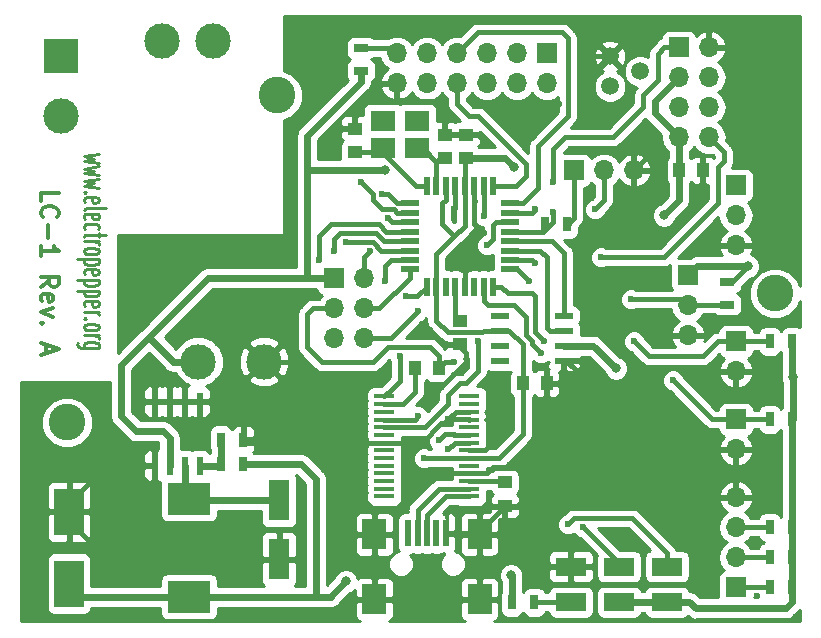
<source format=gtl>
G04 #@! TF.GenerationSoftware,KiCad,Pcbnew,5.0.1*
G04 #@! TF.CreationDate,2019-01-11T11:30:49+00:00*
G04 #@! TF.ProjectId,lc1,6C63312E6B696361645F706362000000,rev?*
G04 #@! TF.SameCoordinates,Original*
G04 #@! TF.FileFunction,Copper,L1,Top,Signal*
G04 #@! TF.FilePolarity,Positive*
%FSLAX46Y46*%
G04 Gerber Fmt 4.6, Leading zero omitted, Abs format (unit mm)*
G04 Created by KiCad (PCBNEW 5.0.1) date Fri 11 Jan 2019 11:30:49 GMT*
%MOMM*%
%LPD*%
G01*
G04 APERTURE LIST*
G04 #@! TA.AperFunction,NonConductor*
%ADD10C,0.300000*%
G04 #@! TD*
G04 #@! TA.AperFunction,NonConductor*
%ADD11C,0.250000*%
G04 #@! TD*
G04 #@! TA.AperFunction,SMDPad,CuDef*
%ADD12R,1.250000X1.000000*%
G04 #@! TD*
G04 #@! TA.AperFunction,SMDPad,CuDef*
%ADD13R,2.500000X4.000000*%
G04 #@! TD*
G04 #@! TA.AperFunction,SMDPad,CuDef*
%ADD14R,1.000000X1.250000*%
G04 #@! TD*
G04 #@! TA.AperFunction,SMDPad,CuDef*
%ADD15R,1.800000X3.500000*%
G04 #@! TD*
G04 #@! TA.AperFunction,SMDPad,CuDef*
%ADD16R,2.600000X1.500000*%
G04 #@! TD*
G04 #@! TA.AperFunction,ComponentPad*
%ADD17O,1.700000X1.700000*%
G04 #@! TD*
G04 #@! TA.AperFunction,ComponentPad*
%ADD18R,1.700000X1.700000*%
G04 #@! TD*
G04 #@! TA.AperFunction,ComponentPad*
%ADD19C,3.000000*%
G04 #@! TD*
G04 #@! TA.AperFunction,ComponentPad*
%ADD20R,3.000000X3.000000*%
G04 #@! TD*
G04 #@! TA.AperFunction,SMDPad,CuDef*
%ADD21R,3.600000X2.700000*%
G04 #@! TD*
G04 #@! TA.AperFunction,SMDPad,CuDef*
%ADD22R,2.000000X2.500000*%
G04 #@! TD*
G04 #@! TA.AperFunction,SMDPad,CuDef*
%ADD23R,0.500000X2.300000*%
G04 #@! TD*
G04 #@! TA.AperFunction,SMDPad,CuDef*
%ADD24R,0.700000X1.300000*%
G04 #@! TD*
G04 #@! TA.AperFunction,SMDPad,CuDef*
%ADD25R,1.300000X0.700000*%
G04 #@! TD*
G04 #@! TA.AperFunction,ComponentPad*
%ADD26C,1.500000*%
G04 #@! TD*
G04 #@! TA.AperFunction,SMDPad,CuDef*
%ADD27R,0.600000X1.550000*%
G04 #@! TD*
G04 #@! TA.AperFunction,SMDPad,CuDef*
%ADD28R,1.750000X0.450000*%
G04 #@! TD*
G04 #@! TA.AperFunction,SMDPad,CuDef*
%ADD29R,1.600000X0.550000*%
G04 #@! TD*
G04 #@! TA.AperFunction,SMDPad,CuDef*
%ADD30R,0.550000X1.600000*%
G04 #@! TD*
G04 #@! TA.AperFunction,SMDPad,CuDef*
%ADD31R,1.550000X0.600000*%
G04 #@! TD*
G04 #@! TA.AperFunction,SMDPad,CuDef*
%ADD32R,2.100000X1.800000*%
G04 #@! TD*
G04 #@! TA.AperFunction,ComponentPad*
%ADD33C,3.100000*%
G04 #@! TD*
G04 #@! TA.AperFunction,ViaPad*
%ADD34C,0.600000*%
G04 #@! TD*
G04 #@! TA.AperFunction,ViaPad*
%ADD35C,0.800000*%
G04 #@! TD*
G04 #@! TA.AperFunction,Conductor*
%ADD36C,0.400000*%
G04 #@! TD*
G04 #@! TA.AperFunction,Conductor*
%ADD37C,0.600000*%
G04 #@! TD*
G04 #@! TA.AperFunction,Conductor*
%ADD38C,0.254000*%
G04 #@! TD*
G04 APERTURE END LIST*
D10*
X109049428Y-97088285D02*
X109049428Y-96374000D01*
X110549428Y-96374000D01*
X109192285Y-98445428D02*
X109120857Y-98374000D01*
X109049428Y-98159714D01*
X109049428Y-98016857D01*
X109120857Y-97802571D01*
X109263714Y-97659714D01*
X109406571Y-97588285D01*
X109692285Y-97516857D01*
X109906571Y-97516857D01*
X110192285Y-97588285D01*
X110335142Y-97659714D01*
X110478000Y-97802571D01*
X110549428Y-98016857D01*
X110549428Y-98159714D01*
X110478000Y-98374000D01*
X110406571Y-98445428D01*
X109620857Y-99088285D02*
X109620857Y-100231142D01*
X109049428Y-101731142D02*
X109049428Y-100874000D01*
X109049428Y-101302571D02*
X110549428Y-101302571D01*
X110335142Y-101159714D01*
X110192285Y-101016857D01*
X110120857Y-100874000D01*
X109049428Y-104374000D02*
X109763714Y-103874000D01*
X109049428Y-103516857D02*
X110549428Y-103516857D01*
X110549428Y-104088285D01*
X110478000Y-104231142D01*
X110406571Y-104302571D01*
X110263714Y-104374000D01*
X110049428Y-104374000D01*
X109906571Y-104302571D01*
X109835142Y-104231142D01*
X109763714Y-104088285D01*
X109763714Y-103516857D01*
X109120857Y-105588285D02*
X109049428Y-105445428D01*
X109049428Y-105159714D01*
X109120857Y-105016857D01*
X109263714Y-104945428D01*
X109835142Y-104945428D01*
X109978000Y-105016857D01*
X110049428Y-105159714D01*
X110049428Y-105445428D01*
X109978000Y-105588285D01*
X109835142Y-105659714D01*
X109692285Y-105659714D01*
X109549428Y-104945428D01*
X110049428Y-106159714D02*
X109049428Y-106516857D01*
X110049428Y-106874000D01*
X109192285Y-107445428D02*
X109120857Y-107516857D01*
X109049428Y-107445428D01*
X109120857Y-107374000D01*
X109192285Y-107445428D01*
X109049428Y-107445428D01*
X109478000Y-109231142D02*
X109478000Y-109945428D01*
X109049428Y-109088285D02*
X110549428Y-109588285D01*
X109049428Y-110088285D01*
D11*
X113923714Y-93107904D02*
X112723714Y-93298380D01*
X113580857Y-93488857D01*
X112723714Y-93679333D01*
X113923714Y-93869809D01*
X113923714Y-94155523D02*
X112723714Y-94346000D01*
X113580857Y-94536476D01*
X112723714Y-94726952D01*
X113923714Y-94917428D01*
X113923714Y-95203142D02*
X112723714Y-95393619D01*
X113580857Y-95584095D01*
X112723714Y-95774571D01*
X113923714Y-95965047D01*
X112895142Y-96345999D02*
X112809428Y-96393619D01*
X112723714Y-96345999D01*
X112809428Y-96298380D01*
X112895142Y-96345999D01*
X112723714Y-96345999D01*
X112809428Y-97203142D02*
X112723714Y-97107904D01*
X112723714Y-96917428D01*
X112809428Y-96822190D01*
X112980857Y-96774571D01*
X113666571Y-96774571D01*
X113838000Y-96822190D01*
X113923714Y-96917428D01*
X113923714Y-97107904D01*
X113838000Y-97203142D01*
X113666571Y-97250761D01*
X113495142Y-97250761D01*
X113323714Y-96774571D01*
X112723714Y-97822190D02*
X112809428Y-97726952D01*
X112980857Y-97679333D01*
X114523714Y-97679333D01*
X112809428Y-98584095D02*
X112723714Y-98488857D01*
X112723714Y-98298380D01*
X112809428Y-98203142D01*
X112980857Y-98155523D01*
X113666571Y-98155523D01*
X113838000Y-98203142D01*
X113923714Y-98298380D01*
X113923714Y-98488857D01*
X113838000Y-98584095D01*
X113666571Y-98631714D01*
X113495142Y-98631714D01*
X113323714Y-98155523D01*
X112809428Y-99488857D02*
X112723714Y-99393619D01*
X112723714Y-99203142D01*
X112809428Y-99107904D01*
X112895142Y-99060285D01*
X113066571Y-99012666D01*
X113580857Y-99012666D01*
X113752285Y-99060285D01*
X113838000Y-99107904D01*
X113923714Y-99203142D01*
X113923714Y-99393619D01*
X113838000Y-99488857D01*
X113923714Y-99774571D02*
X113923714Y-100155523D01*
X114523714Y-99917428D02*
X112980857Y-99917428D01*
X112809428Y-99965047D01*
X112723714Y-100060285D01*
X112723714Y-100155523D01*
X112723714Y-100488857D02*
X113923714Y-100488857D01*
X113580857Y-100488857D02*
X113752285Y-100536476D01*
X113838000Y-100584095D01*
X113923714Y-100679333D01*
X113923714Y-100774571D01*
X112723714Y-101250761D02*
X112809428Y-101155523D01*
X112895142Y-101107904D01*
X113066571Y-101060285D01*
X113580857Y-101060285D01*
X113752285Y-101107904D01*
X113838000Y-101155523D01*
X113923714Y-101250761D01*
X113923714Y-101393619D01*
X113838000Y-101488857D01*
X113752285Y-101536476D01*
X113580857Y-101584095D01*
X113066571Y-101584095D01*
X112895142Y-101536476D01*
X112809428Y-101488857D01*
X112723714Y-101393619D01*
X112723714Y-101250761D01*
X113923714Y-102012666D02*
X112123714Y-102012666D01*
X113838000Y-102012666D02*
X113923714Y-102107904D01*
X113923714Y-102298380D01*
X113838000Y-102393619D01*
X113752285Y-102441238D01*
X113580857Y-102488857D01*
X113066571Y-102488857D01*
X112895142Y-102441238D01*
X112809428Y-102393619D01*
X112723714Y-102298380D01*
X112723714Y-102107904D01*
X112809428Y-102012666D01*
X112809428Y-103298380D02*
X112723714Y-103203142D01*
X112723714Y-103012666D01*
X112809428Y-102917428D01*
X112980857Y-102869809D01*
X113666571Y-102869809D01*
X113838000Y-102917428D01*
X113923714Y-103012666D01*
X113923714Y-103203142D01*
X113838000Y-103298380D01*
X113666571Y-103346000D01*
X113495142Y-103346000D01*
X113323714Y-102869809D01*
X113923714Y-103774571D02*
X112123714Y-103774571D01*
X113838000Y-103774571D02*
X113923714Y-103869809D01*
X113923714Y-104060285D01*
X113838000Y-104155523D01*
X113752285Y-104203142D01*
X113580857Y-104250761D01*
X113066571Y-104250761D01*
X112895142Y-104203142D01*
X112809428Y-104155523D01*
X112723714Y-104060285D01*
X112723714Y-103869809D01*
X112809428Y-103774571D01*
X113923714Y-104679333D02*
X112123714Y-104679333D01*
X113838000Y-104679333D02*
X113923714Y-104774571D01*
X113923714Y-104965047D01*
X113838000Y-105060285D01*
X113752285Y-105107904D01*
X113580857Y-105155523D01*
X113066571Y-105155523D01*
X112895142Y-105107904D01*
X112809428Y-105060285D01*
X112723714Y-104965047D01*
X112723714Y-104774571D01*
X112809428Y-104679333D01*
X112809428Y-105965047D02*
X112723714Y-105869809D01*
X112723714Y-105679333D01*
X112809428Y-105584095D01*
X112980857Y-105536476D01*
X113666571Y-105536476D01*
X113838000Y-105584095D01*
X113923714Y-105679333D01*
X113923714Y-105869809D01*
X113838000Y-105965047D01*
X113666571Y-106012666D01*
X113495142Y-106012666D01*
X113323714Y-105536476D01*
X112723714Y-106441238D02*
X113923714Y-106441238D01*
X113580857Y-106441238D02*
X113752285Y-106488857D01*
X113838000Y-106536476D01*
X113923714Y-106631714D01*
X113923714Y-106726952D01*
X112895142Y-107060285D02*
X112809428Y-107107904D01*
X112723714Y-107060285D01*
X112809428Y-107012666D01*
X112895142Y-107060285D01*
X112723714Y-107060285D01*
X112723714Y-107679333D02*
X112809428Y-107584095D01*
X112895142Y-107536476D01*
X113066571Y-107488857D01*
X113580857Y-107488857D01*
X113752285Y-107536476D01*
X113838000Y-107584095D01*
X113923714Y-107679333D01*
X113923714Y-107822190D01*
X113838000Y-107917428D01*
X113752285Y-107965047D01*
X113580857Y-108012666D01*
X113066571Y-108012666D01*
X112895142Y-107965047D01*
X112809428Y-107917428D01*
X112723714Y-107822190D01*
X112723714Y-107679333D01*
X112723714Y-108441238D02*
X113923714Y-108441238D01*
X113580857Y-108441238D02*
X113752285Y-108488857D01*
X113838000Y-108536476D01*
X113923714Y-108631714D01*
X113923714Y-108726952D01*
X113923714Y-109488857D02*
X112466571Y-109488857D01*
X112295142Y-109441238D01*
X112209428Y-109393619D01*
X112123714Y-109298380D01*
X112123714Y-109155523D01*
X112209428Y-109060285D01*
X112809428Y-109488857D02*
X112723714Y-109393619D01*
X112723714Y-109203142D01*
X112809428Y-109107904D01*
X112895142Y-109060285D01*
X113066571Y-109012666D01*
X113580857Y-109012666D01*
X113752285Y-109060285D01*
X113838000Y-109107904D01*
X113923714Y-109203142D01*
X113923714Y-109393619D01*
X113838000Y-109488857D01*
D12*
G04 #@! TO.P,C1,1*
G04 #@! TO.N,GND*
X148336000Y-122904000D03*
G04 #@! TO.P,C1,2*
G04 #@! TO.N,Net-(C1-Pad2)*
X148336000Y-120904000D03*
G04 #@! TD*
D13*
G04 #@! TO.P,C2,2*
G04 #@! TO.N,GND*
X111428086Y-123382593D03*
G04 #@! TO.P,C2,1*
G04 #@! TO.N,+3V3*
X111428086Y-129482593D03*
G04 #@! TD*
D14*
G04 #@! TO.P,C3,2*
G04 #@! TO.N,Net-(C3-Pad2)*
X140732000Y-111252000D03*
G04 #@! TO.P,C3,1*
G04 #@! TO.N,/RESET*
X142732000Y-111252000D03*
G04 #@! TD*
D12*
G04 #@! TO.P,C4,1*
G04 #@! TO.N,GND*
X145034000Y-91456000D03*
G04 #@! TO.P,C4,2*
G04 #@! TO.N,+5V*
X145034000Y-93456000D03*
G04 #@! TD*
G04 #@! TO.P,C5,2*
G04 #@! TO.N,Net-(C5-Pad2)*
X144526000Y-107204000D03*
G04 #@! TO.P,C5,1*
G04 #@! TO.N,GND*
X144526000Y-109204000D03*
G04 #@! TD*
D14*
G04 #@! TO.P,C6,1*
G04 #@! TO.N,+3V3*
X163084000Y-94488000D03*
G04 #@! TO.P,C6,2*
G04 #@! TO.N,GND*
X165084000Y-94488000D03*
G04 #@! TD*
G04 #@! TO.P,C7,2*
G04 #@! TO.N,+5V*
X149860000Y-112522000D03*
G04 #@! TO.P,C7,1*
G04 #@! TO.N,GND*
X151860000Y-112522000D03*
G04 #@! TD*
D15*
G04 #@! TO.P,D1,2*
G04 #@! TO.N,GND*
X129208086Y-127408593D03*
G04 #@! TO.P,D1,1*
G04 #@! TO.N,Net-(D1-Pad1)*
X129208086Y-122408593D03*
G04 #@! TD*
D16*
G04 #@! TO.P,D2,2*
G04 #@! TO.N,Net-(D2-Pad2)*
X153924000Y-131040000D03*
G04 #@! TO.P,D2,1*
G04 #@! TO.N,GND*
X153924000Y-128040000D03*
G04 #@! TD*
G04 #@! TO.P,D3,1*
G04 #@! TO.N,Net-(D3-Pad1)*
X162052000Y-128040000D03*
G04 #@! TO.P,D3,2*
G04 #@! TO.N,+5V*
X162052000Y-131040000D03*
G04 #@! TD*
G04 #@! TO.P,D4,2*
G04 #@! TO.N,+5V*
X157988000Y-131040000D03*
G04 #@! TO.P,D4,1*
G04 #@! TO.N,Net-(D4-Pad1)*
X157988000Y-128040000D03*
G04 #@! TD*
D17*
G04 #@! TO.P,DS1,12*
G04 #@! TO.N,GND*
X139192000Y-87122000D03*
G04 #@! TO.P,DS1,11*
G04 #@! TO.N,Net-(DS1-Pad11)*
X139192000Y-84582000D03*
G04 #@! TO.P,DS1,10*
G04 #@! TO.N,/D7*
X141732000Y-87122000D03*
G04 #@! TO.P,DS1,9*
G04 #@! TO.N,/D6*
X141732000Y-84582000D03*
G04 #@! TO.P,DS1,8*
G04 #@! TO.N,/D5*
X144272000Y-87122000D03*
G04 #@! TO.P,DS1,7*
G04 #@! TO.N,/D4*
X144272000Y-84582000D03*
G04 #@! TO.P,DS1,6*
G04 #@! TO.N,/EN*
X146812000Y-87122000D03*
G04 #@! TO.P,DS1,5*
G04 #@! TO.N,GND*
X146812000Y-84582000D03*
G04 #@! TO.P,DS1,4*
G04 #@! TO.N,/RS*
X149352000Y-87122000D03*
G04 #@! TO.P,DS1,3*
G04 #@! TO.N,Net-(DS1-Pad3)*
X149352000Y-84582000D03*
G04 #@! TO.P,DS1,2*
G04 #@! TO.N,+5V*
X151892000Y-87122000D03*
D18*
G04 #@! TO.P,DS1,1*
G04 #@! TO.N,GND*
X151892000Y-84582000D03*
G04 #@! TD*
D19*
G04 #@! TO.P,J1,2*
G04 #@! TO.N,Net-(J1-Pad2)*
X110744000Y-89916000D03*
D20*
G04 #@! TO.P,J1,1*
G04 #@! TO.N,Net-(J1-Pad1)*
X110744000Y-84836000D03*
G04 #@! TD*
D18*
G04 #@! TO.P,J2,1*
G04 #@! TO.N,/SENSE1*
X167894000Y-115570000D03*
D17*
G04 #@! TO.P,J2,2*
G04 #@! TO.N,GND*
X167894000Y-118110000D03*
G04 #@! TD*
G04 #@! TO.P,J3,2*
G04 #@! TO.N,GND*
X167894000Y-111506000D03*
D18*
G04 #@! TO.P,J3,1*
G04 #@! TO.N,/SENSE2*
X167894000Y-108966000D03*
G04 #@! TD*
D17*
G04 #@! TO.P,J4,3*
G04 #@! TO.N,GND*
X163830000Y-108458000D03*
G04 #@! TO.P,J4,2*
G04 #@! TO.N,/SENSE3*
X163830000Y-105918000D03*
D18*
G04 #@! TO.P,J4,1*
G04 #@! TO.N,+5V*
X163830000Y-103378000D03*
G04 #@! TD*
D17*
G04 #@! TO.P,J5,6*
G04 #@! TO.N,/SENSE3*
X136398000Y-108712000D03*
G04 #@! TO.P,J5,5*
G04 #@! TO.N,GND*
X133858000Y-108712000D03*
G04 #@! TO.P,J5,4*
G04 #@! TO.N,/RX1*
X136398000Y-106172000D03*
G04 #@! TO.P,J5,3*
G04 #@! TO.N,/RESET*
X133858000Y-106172000D03*
G04 #@! TO.P,J5,2*
G04 #@! TO.N,/TX1*
X136398000Y-103632000D03*
D18*
G04 #@! TO.P,J5,1*
G04 #@! TO.N,+5V*
X133858000Y-103632000D03*
G04 #@! TD*
D17*
G04 #@! TO.P,J6,3*
G04 #@! TO.N,GND*
X167894000Y-100838000D03*
G04 #@! TO.P,J6,2*
G04 #@! TO.N,/CTRL1*
X167894000Y-98298000D03*
D18*
G04 #@! TO.P,J6,1*
G04 #@! TO.N,+5V*
X167894000Y-95758000D03*
G04 #@! TD*
G04 #@! TO.P,J7,1*
G04 #@! TO.N,+5V*
X154178000Y-94488000D03*
D17*
G04 #@! TO.P,J7,2*
G04 #@! TO.N,/CTRL2*
X156718000Y-94488000D03*
G04 #@! TO.P,J7,3*
G04 #@! TO.N,GND*
X159258000Y-94488000D03*
G04 #@! TD*
D21*
G04 #@! TO.P,L1,2*
G04 #@! TO.N,+3V3*
X121588086Y-130582593D03*
G04 #@! TO.P,L1,1*
G04 #@! TO.N,Net-(D1-Pad1)*
X121588086Y-122282593D03*
G04 #@! TD*
D22*
G04 #@! TO.P,P1,6*
G04 #@! TO.N,GND*
X146182000Y-130816000D03*
X146182000Y-125316000D03*
X137282000Y-130816000D03*
X137282000Y-125316000D03*
D23*
G04 #@! TO.P,P1,5*
X143332000Y-125216000D03*
G04 #@! TO.P,P1,4*
G04 #@! TO.N,N/C*
X142532000Y-125216000D03*
G04 #@! TO.P,P1,3*
G04 #@! TO.N,Net-(P1-Pad3)*
X141732000Y-125216000D03*
G04 #@! TO.P,P1,2*
G04 #@! TO.N,Net-(P1-Pad2)*
X140932000Y-125216000D03*
G04 #@! TO.P,P1,1*
G04 #@! TO.N,N/C*
X140132000Y-125216000D03*
G04 #@! TD*
D24*
G04 #@! TO.P,R1,1*
G04 #@! TO.N,+5V*
X172654000Y-115570000D03*
G04 #@! TO.P,R1,2*
G04 #@! TO.N,/SENSE1*
X170754000Y-115570000D03*
G04 #@! TD*
G04 #@! TO.P,R2,2*
G04 #@! TO.N,/SENSE2*
X170754000Y-108966000D03*
G04 #@! TO.P,R2,1*
G04 #@! TO.N,+5V*
X172654000Y-108966000D03*
G04 #@! TD*
G04 #@! TO.P,R3,2*
G04 #@! TO.N,Net-(R3-Pad2)*
X124272000Y-119380000D03*
G04 #@! TO.P,R3,1*
G04 #@! TO.N,+3V3*
X126172000Y-119380000D03*
G04 #@! TD*
G04 #@! TO.P,R4,1*
G04 #@! TO.N,Net-(R3-Pad2)*
X124272000Y-117288593D03*
G04 #@! TO.P,R4,2*
G04 #@! TO.N,GND*
X126172000Y-117288593D03*
G04 #@! TD*
D25*
G04 #@! TO.P,R5,1*
G04 #@! TO.N,+5V*
X167132000Y-103952000D03*
G04 #@! TO.P,R5,2*
G04 #@! TO.N,/SENSE3*
X167132000Y-105852000D03*
G04 #@! TD*
D24*
G04 #@! TO.P,R6,2*
G04 #@! TO.N,+3V3*
X148910000Y-131064000D03*
G04 #@! TO.P,R6,1*
G04 #@! TO.N,Net-(D2-Pad2)*
X150810000Y-131064000D03*
G04 #@! TD*
G04 #@! TO.P,R7,1*
G04 #@! TO.N,+5V*
X172654000Y-124714000D03*
G04 #@! TO.P,R7,2*
G04 #@! TO.N,/BTN1*
X170754000Y-124714000D03*
G04 #@! TD*
G04 #@! TO.P,R8,2*
G04 #@! TO.N,/BTN2*
X170754000Y-127254000D03*
G04 #@! TO.P,R8,1*
G04 #@! TO.N,+5V*
X172654000Y-127254000D03*
G04 #@! TD*
G04 #@! TO.P,R9,1*
G04 #@! TO.N,+5V*
X172654000Y-129794000D03*
G04 #@! TO.P,R9,2*
G04 #@! TO.N,/BTN3*
X170754000Y-129794000D03*
G04 #@! TD*
G04 #@! TO.P,R11,1*
G04 #@! TO.N,+5V*
X153604000Y-99060000D03*
G04 #@! TO.P,R11,2*
G04 #@! TO.N,/RESET*
X151704000Y-99060000D03*
G04 #@! TD*
D26*
G04 #@! TO.P,R12,2*
G04 #@! TO.N,Net-(DS1-Pad3)*
X159766000Y-86106000D03*
G04 #@! TO.P,R12,1*
G04 #@! TO.N,+5V*
X157226000Y-87376000D03*
G04 #@! TO.P,R12,3*
G04 #@! TO.N,GND*
X157226000Y-84836000D03*
G04 #@! TD*
D25*
G04 #@! TO.P,R13,2*
G04 #@! TO.N,Net-(DS1-Pad11)*
X136144000Y-84140000D03*
G04 #@! TO.P,R13,1*
G04 #@! TO.N,+5V*
X136144000Y-86040000D03*
G04 #@! TD*
D27*
G04 #@! TO.P,U1,8*
G04 #@! TO.N,GND*
X118667086Y-114080593D03*
G04 #@! TO.P,U1,7*
X119937086Y-114080593D03*
G04 #@! TO.P,U1,6*
X121207086Y-114080593D03*
G04 #@! TO.P,U1,5*
X122477086Y-114080593D03*
G04 #@! TO.P,U1,4*
G04 #@! TO.N,Net-(R3-Pad2)*
X122477086Y-119480593D03*
G04 #@! TO.P,U1,3*
G04 #@! TO.N,Net-(D1-Pad1)*
X121207086Y-119480593D03*
G04 #@! TO.P,U1,2*
G04 #@! TO.N,+5V*
X119937086Y-119480593D03*
G04 #@! TO.P,U1,1*
G04 #@! TO.N,GND*
X118667086Y-119480593D03*
G04 #@! TD*
D19*
G04 #@! TO.P,U2,3*
G04 #@! TO.N,+5V*
X122386000Y-110678000D03*
G04 #@! TO.P,U2,4*
G04 #@! TO.N,GND*
X127936000Y-110678000D03*
G04 #@! TO.P,U2,1*
G04 #@! TO.N,Net-(J1-Pad1)*
X119296000Y-83558000D03*
G04 #@! TO.P,U2,2*
G04 #@! TO.N,Net-(J1-Pad2)*
X123616000Y-83558000D03*
G04 #@! TD*
D28*
G04 #@! TO.P,U3,28*
G04 #@! TO.N,N/C*
X145332000Y-113631000D03*
G04 #@! TO.P,U3,27*
X145332000Y-114281000D03*
G04 #@! TO.P,U3,26*
G04 #@! TO.N,GND*
X145332000Y-114931000D03*
G04 #@! TO.P,U3,25*
X145332000Y-115581000D03*
G04 #@! TO.P,U3,24*
G04 #@! TO.N,N/C*
X145332000Y-116231000D03*
G04 #@! TO.P,U3,23*
G04 #@! TO.N,Net-(D3-Pad1)*
X145332000Y-116881000D03*
G04 #@! TO.P,U3,22*
G04 #@! TO.N,Net-(D4-Pad1)*
X145332000Y-117531000D03*
G04 #@! TO.P,U3,21*
G04 #@! TO.N,GND*
X145332000Y-118181000D03*
G04 #@! TO.P,U3,20*
G04 #@! TO.N,+5V*
X145332000Y-118831000D03*
G04 #@! TO.P,U3,19*
G04 #@! TO.N,N/C*
X145332000Y-119481000D03*
G04 #@! TO.P,U3,18*
G04 #@! TO.N,GND*
X145332000Y-120131000D03*
G04 #@! TO.P,U3,17*
G04 #@! TO.N,Net-(C1-Pad2)*
X145332000Y-120781000D03*
G04 #@! TO.P,U3,16*
G04 #@! TO.N,Net-(P1-Pad2)*
X145332000Y-121431000D03*
G04 #@! TO.P,U3,15*
G04 #@! TO.N,Net-(P1-Pad3)*
X145332000Y-122081000D03*
G04 #@! TO.P,U3,14*
G04 #@! TO.N,N/C*
X138132000Y-122081000D03*
G04 #@! TO.P,U3,13*
X138132000Y-121431000D03*
G04 #@! TO.P,U3,12*
X138132000Y-120781000D03*
G04 #@! TO.P,U3,11*
X138132000Y-120131000D03*
G04 #@! TO.P,U3,10*
X138132000Y-119481000D03*
G04 #@! TO.P,U3,9*
X138132000Y-118831000D03*
G04 #@! TO.P,U3,8*
X138132000Y-118181000D03*
G04 #@! TO.P,U3,7*
G04 #@! TO.N,GND*
X138132000Y-117531000D03*
G04 #@! TO.P,U3,6*
G04 #@! TO.N,N/C*
X138132000Y-116881000D03*
G04 #@! TO.P,U3,5*
G04 #@! TO.N,Net-(U3-Pad5)*
X138132000Y-116231000D03*
G04 #@! TO.P,U3,4*
G04 #@! TO.N,+5V*
X138132000Y-115581000D03*
G04 #@! TO.P,U3,3*
G04 #@! TO.N,N/C*
X138132000Y-114931000D03*
G04 #@! TO.P,U3,2*
G04 #@! TO.N,Net-(C3-Pad2)*
X138132000Y-114281000D03*
G04 #@! TO.P,U3,1*
G04 #@! TO.N,Net-(U3-Pad1)*
X138132000Y-113631000D03*
G04 #@! TD*
D17*
G04 #@! TO.P,U4,8*
G04 #@! TO.N,/RX1*
X165608000Y-91694000D03*
G04 #@! TO.P,U4,7*
G04 #@! TO.N,+3V3*
X163068000Y-91694000D03*
G04 #@! TO.P,U4,6*
G04 #@! TO.N,N/C*
X165608000Y-89154000D03*
G04 #@! TO.P,U4,5*
X163068000Y-89154000D03*
G04 #@! TO.P,U4,4*
X165608000Y-86614000D03*
G04 #@! TO.P,U4,3*
G04 #@! TO.N,+3V3*
X163068000Y-86614000D03*
G04 #@! TO.P,U4,2*
G04 #@! TO.N,GND*
X165608000Y-84074000D03*
D18*
G04 #@! TO.P,U4,1*
G04 #@! TO.N,/TX1*
X163068000Y-84074000D03*
G04 #@! TD*
D29*
G04 #@! TO.P,U5,32*
G04 #@! TO.N,/D4*
X148776000Y-97276000D03*
G04 #@! TO.P,U5,31*
G04 #@! TO.N,Net-(U3-Pad5)*
X148776000Y-98076000D03*
G04 #@! TO.P,U5,30*
G04 #@! TO.N,Net-(U3-Pad1)*
X148776000Y-98876000D03*
G04 #@! TO.P,U5,29*
G04 #@! TO.N,/RESET*
X148776000Y-99676000D03*
G04 #@! TO.P,U5,28*
G04 #@! TO.N,/SDL*
X148776000Y-100476000D03*
G04 #@! TO.P,U5,27*
G04 #@! TO.N,/SDA*
X148776000Y-101276000D03*
G04 #@! TO.P,U5,26*
G04 #@! TO.N,/CTRL2*
X148776000Y-102076000D03*
G04 #@! TO.P,U5,25*
G04 #@! TO.N,/CTRL1*
X148776000Y-102876000D03*
D30*
G04 #@! TO.P,U5,24*
G04 #@! TO.N,/SENSE2*
X147326000Y-104326000D03*
G04 #@! TO.P,U5,23*
G04 #@! TO.N,/SENSE1*
X146526000Y-104326000D03*
G04 #@! TO.P,U5,22*
G04 #@! TO.N,N/C*
X145726000Y-104326000D03*
G04 #@! TO.P,U5,21*
G04 #@! TO.N,GND*
X144926000Y-104326000D03*
G04 #@! TO.P,U5,20*
G04 #@! TO.N,Net-(C5-Pad2)*
X144126000Y-104326000D03*
G04 #@! TO.P,U5,19*
G04 #@! TO.N,N/C*
X143326000Y-104326000D03*
G04 #@! TO.P,U5,18*
G04 #@! TO.N,+5V*
X142526000Y-104326000D03*
G04 #@! TO.P,U5,17*
G04 #@! TO.N,/TX1*
X141726000Y-104326000D03*
D29*
G04 #@! TO.P,U5,16*
G04 #@! TO.N,/RX1*
X140276000Y-102876000D03*
G04 #@! TO.P,U5,15*
G04 #@! TO.N,/SENSE3*
X140276000Y-102076000D03*
G04 #@! TO.P,U5,14*
G04 #@! TO.N,/BTN3*
X140276000Y-101276000D03*
G04 #@! TO.P,U5,13*
G04 #@! TO.N,/BTN2*
X140276000Y-100476000D03*
G04 #@! TO.P,U5,12*
G04 #@! TO.N,/BTN1*
X140276000Y-99676000D03*
G04 #@! TO.P,U5,11*
G04 #@! TO.N,/RS*
X140276000Y-98876000D03*
G04 #@! TO.P,U5,10*
G04 #@! TO.N,/EN*
X140276000Y-98076000D03*
G04 #@! TO.P,U5,9*
G04 #@! TO.N,/D7*
X140276000Y-97276000D03*
D30*
G04 #@! TO.P,U5,8*
G04 #@! TO.N,Net-(C9-Pad1)*
X141726000Y-95826000D03*
G04 #@! TO.P,U5,7*
G04 #@! TO.N,Net-(C8-Pad1)*
X142526000Y-95826000D03*
G04 #@! TO.P,U5,6*
G04 #@! TO.N,+5V*
X143326000Y-95826000D03*
G04 #@! TO.P,U5,5*
G04 #@! TO.N,GND*
X144126000Y-95826000D03*
G04 #@! TO.P,U5,4*
G04 #@! TO.N,+5V*
X144926000Y-95826000D03*
G04 #@! TO.P,U5,3*
G04 #@! TO.N,GND*
X145726000Y-95826000D03*
G04 #@! TO.P,U5,2*
G04 #@! TO.N,/D6*
X146526000Y-95826000D03*
G04 #@! TO.P,U5,1*
G04 #@! TO.N,/D5*
X147326000Y-95826000D03*
G04 #@! TD*
D31*
G04 #@! TO.P,U6,1*
G04 #@! TO.N,N/C*
X147922000Y-106807000D03*
G04 #@! TO.P,U6,2*
G04 #@! TO.N,+5V*
X147922000Y-108077000D03*
G04 #@! TO.P,U6,3*
G04 #@! TO.N,N/C*
X147922000Y-109347000D03*
G04 #@! TO.P,U6,4*
X147922000Y-110617000D03*
G04 #@! TO.P,U6,5*
G04 #@! TO.N,GND*
X153322000Y-110617000D03*
G04 #@! TO.P,U6,6*
G04 #@! TO.N,Net-(BT1-Pad1)*
X153322000Y-109347000D03*
G04 #@! TO.P,U6,7*
G04 #@! TO.N,/SDA*
X153322000Y-108077000D03*
G04 #@! TO.P,U6,8*
G04 #@! TO.N,/SDL*
X153322000Y-106807000D03*
G04 #@! TD*
D12*
G04 #@! TO.P,C8,2*
G04 #@! TO.N,GND*
X143256000Y-91456000D03*
G04 #@! TO.P,C8,1*
G04 #@! TO.N,Net-(C8-Pad1)*
X143256000Y-93456000D03*
G04 #@! TD*
G04 #@! TO.P,C9,1*
G04 #@! TO.N,Net-(C9-Pad1)*
X135636000Y-92948000D03*
G04 #@! TO.P,C9,2*
G04 #@! TO.N,GND*
X135636000Y-90948000D03*
G04 #@! TD*
D32*
G04 #@! TO.P,Y1,4*
G04 #@! TO.N,N/C*
X137996000Y-90290000D03*
G04 #@! TO.P,Y1,3*
X140896000Y-90290000D03*
G04 #@! TO.P,Y1,2*
G04 #@! TO.N,Net-(C8-Pad1)*
X140896000Y-92590000D03*
G04 #@! TO.P,Y1,1*
G04 #@! TO.N,Net-(C9-Pad1)*
X137996000Y-92590000D03*
G04 #@! TD*
D17*
G04 #@! TO.P,SW1,4*
G04 #@! TO.N,GND*
X167894000Y-122174000D03*
G04 #@! TO.P,SW1,3*
G04 #@! TO.N,/BTN1*
X167894000Y-124714000D03*
G04 #@! TO.P,SW1,2*
G04 #@! TO.N,/BTN2*
X167894000Y-127254000D03*
D18*
G04 #@! TO.P,SW1,1*
G04 #@! TO.N,/BTN3*
X167894000Y-129794000D03*
G04 #@! TD*
D33*
G04 #@! TO.P,H1,1*
G04 #@! TO.N,N/C*
X111252000Y-115824000D03*
G04 #@! TD*
G04 #@! TO.P,H2,1*
G04 #@! TO.N,N/C*
X171196000Y-104902000D03*
G04 #@! TD*
G04 #@! TO.P,H3,1*
G04 #@! TO.N,N/C*
X129032000Y-88138000D03*
G04 #@! TD*
D34*
G04 #@! TO.N,GND*
X144018000Y-97790000D03*
X146558000Y-99822000D03*
X158750000Y-88900000D03*
X162052000Y-99822000D03*
X160782000Y-90932000D03*
X148590000Y-116078000D03*
X153924000Y-114554000D03*
X141986000Y-113792000D03*
X143510000Y-115570000D03*
X132842000Y-92964000D03*
X127000000Y-131826000D03*
X127000000Y-127254000D03*
X149860000Y-119634000D03*
X146812000Y-92202000D03*
X150368000Y-89408000D03*
X152908000Y-88900000D03*
X154940000Y-88392000D03*
X133096000Y-112522000D03*
X118872000Y-103886000D03*
X109220000Y-119380000D03*
X108458000Y-128524000D03*
X115824000Y-127254000D03*
X116586000Y-121666000D03*
X125984000Y-114080593D03*
X134366000Y-126238000D03*
X131318000Y-132334000D03*
X141732000Y-128270000D03*
X137282000Y-128016000D03*
X148844000Y-127508000D03*
X155702000Y-122682000D03*
X165354000Y-126492000D03*
X165608000Y-129540000D03*
X169672000Y-130556000D03*
X169672000Y-125730000D03*
X172974000Y-132334000D03*
X163830000Y-119634000D03*
X164846000Y-100838000D03*
X161798000Y-103124000D03*
X169164000Y-84074000D03*
X169164000Y-88138000D03*
X169926000Y-92202000D03*
X131572000Y-85344000D03*
X134620000Y-82042000D03*
X144272000Y-82042000D03*
D35*
G04 #@! TO.N,Net-(BT1-Pad1)*
X157734000Y-111252000D03*
G04 #@! TO.N,+3V3*
X148844000Y-128778000D03*
X161798000Y-98298000D03*
X134874000Y-129286000D03*
D34*
G04 #@! TO.N,/RESET*
X152400000Y-98044000D03*
X144018000Y-110744000D03*
D35*
G04 #@! TO.N,+5V*
X149098000Y-94234000D03*
X172720000Y-112014000D03*
X168910000Y-102616000D03*
X138176000Y-94488000D03*
D34*
X140970000Y-115316000D03*
X141478000Y-118872000D03*
G04 #@! TO.N,Net-(D3-Pad1)*
X142748000Y-117348000D03*
X153670000Y-124460000D03*
G04 #@! TO.N,Net-(D4-Pad1)*
X143510000Y-118110000D03*
X154940000Y-124714000D03*
G04 #@! TO.N,/D7*
X137922000Y-96520000D03*
G04 #@! TO.N,/D6*
X146526000Y-98330000D03*
G04 #@! TO.N,/EN*
X136144000Y-95504000D03*
G04 #@! TO.N,/RS*
X138430000Y-98552000D03*
G04 #@! TO.N,/SENSE1*
X151384000Y-109982000D03*
X162560000Y-112268000D03*
G04 #@! TO.N,/SENSE2*
X151638000Y-108966000D03*
X159258000Y-108966000D03*
G04 #@! TO.N,/SENSE3*
X159004000Y-105410000D03*
X140970000Y-106426000D03*
X138176000Y-103886000D03*
G04 #@! TO.N,/TX1*
X152400000Y-95504000D03*
X139954000Y-105156000D03*
X136906000Y-101346000D03*
G04 #@! TO.N,/RX1*
X156464000Y-101854000D03*
G04 #@! TO.N,/CTRL1*
X150368000Y-103886000D03*
G04 #@! TO.N,/CTRL2*
X150876000Y-102362000D03*
X155956000Y-97790000D03*
G04 #@! TO.N,/BTN1*
X132588000Y-102108000D03*
G04 #@! TO.N,/BTN2*
X133858000Y-101346000D03*
G04 #@! TO.N,/BTN3*
X134874000Y-100584000D03*
G04 #@! TO.N,Net-(U3-Pad5)*
X150876000Y-97790000D03*
X146050000Y-108966000D03*
G04 #@! TO.N,Net-(U3-Pad1)*
X146812000Y-100838000D03*
X139446000Y-110236000D03*
G04 #@! TD*
D36*
G04 #@! TO.N,GND*
X144126000Y-95826000D02*
X144126000Y-97682000D01*
X144126000Y-97682000D02*
X144018000Y-97790000D01*
X145726000Y-97026000D02*
X145796000Y-97096000D01*
X145726000Y-95826000D02*
X145726000Y-97026000D01*
X145726000Y-97026000D02*
X145726000Y-98990000D01*
X139192000Y-88324081D02*
X139513919Y-88646000D01*
X139192000Y-87122000D02*
X139192000Y-88324081D01*
X139513919Y-88646000D02*
X142240000Y-88646000D01*
X143256000Y-89662000D02*
X143256000Y-91456000D01*
X142240000Y-88646000D02*
X143256000Y-89662000D01*
X143256000Y-91456000D02*
X145034000Y-91456000D01*
X137989919Y-87122000D02*
X139192000Y-87122000D01*
X135636000Y-89475919D02*
X137989919Y-87122000D01*
X135636000Y-90948000D02*
X135636000Y-89475919D01*
X165608000Y-82871919D02*
X165608000Y-84074000D01*
X165032081Y-82296000D02*
X165608000Y-82871919D01*
X159766000Y-82296000D02*
X165032081Y-82296000D01*
X157226000Y-84836000D02*
X159766000Y-82296000D01*
X155956000Y-84836000D02*
X157226000Y-84836000D01*
X154940000Y-85852000D02*
X155956000Y-84836000D01*
X154940000Y-88392000D02*
X154940000Y-85852000D01*
X158750000Y-88900000D02*
X155448000Y-88900000D01*
X155448000Y-88900000D02*
X154940000Y-88392000D01*
X165084000Y-94488000D02*
X165084000Y-96790000D01*
X165084000Y-96790000D02*
X162052000Y-99822000D01*
X159258000Y-94488000D02*
X159258000Y-98044000D01*
X161036000Y-99822000D02*
X162052000Y-99822000D01*
X159258000Y-98044000D02*
X161036000Y-99822000D01*
X160782000Y-92964000D02*
X159258000Y-94488000D01*
X160782000Y-90932000D02*
X160782000Y-92964000D01*
X148590000Y-116198000D02*
X148590000Y-116078000D01*
X146607000Y-118181000D02*
X148590000Y-116198000D01*
X145332000Y-118181000D02*
X146607000Y-118181000D01*
X154432000Y-111506000D02*
X153543000Y-110617000D01*
X153543000Y-110617000D02*
X153322000Y-110617000D01*
X153924000Y-114554000D02*
X154432000Y-114046000D01*
X151860000Y-112522000D02*
X154432000Y-112522000D01*
X154432000Y-114046000D02*
X154432000Y-112522000D01*
X154432000Y-112522000D02*
X154432000Y-111506000D01*
X138132000Y-117531000D02*
X139407000Y-117531000D01*
X145332000Y-120131000D02*
X146823000Y-120131000D01*
X146823000Y-120131000D02*
X147320000Y-119634000D01*
X147320000Y-119634000D02*
X149860000Y-119634000D01*
X149860000Y-119634000D02*
X150368000Y-120142000D01*
X150368000Y-120142000D02*
X150368000Y-121920000D01*
X149384000Y-122904000D02*
X148336000Y-122904000D01*
X150368000Y-121920000D02*
X149384000Y-122904000D01*
X146182000Y-125058000D02*
X148336000Y-122904000D01*
X146182000Y-125316000D02*
X146182000Y-125058000D01*
X146082000Y-125216000D02*
X146182000Y-125316000D01*
X143332000Y-125216000D02*
X146082000Y-125216000D01*
X146182000Y-130816000D02*
X146182000Y-129166000D01*
X137282000Y-129166000D02*
X137282000Y-128016000D01*
X137282000Y-130816000D02*
X137282000Y-129166000D01*
X144526000Y-109204000D02*
X144526000Y-109474000D01*
X144526000Y-109474000D02*
X145034000Y-109982000D01*
X145034000Y-109982000D02*
X145034000Y-110744000D01*
X145034000Y-110744000D02*
X141986000Y-113792000D01*
X145321000Y-115570000D02*
X145332000Y-115581000D01*
X143510000Y-115570000D02*
X145321000Y-115570000D01*
X144149000Y-114931000D02*
X143510000Y-115570000D01*
X145332000Y-114931000D02*
X144149000Y-114931000D01*
X143210001Y-115869999D02*
X142956001Y-115869999D01*
X143510000Y-115570000D02*
X143210001Y-115869999D01*
X142956001Y-115869999D02*
X141295000Y-117531000D01*
X140208000Y-119126000D02*
X141213000Y-120131000D01*
X141213000Y-120131000D02*
X145332000Y-120131000D01*
X140208000Y-118618000D02*
X140208000Y-117531000D01*
X140208000Y-117531000D02*
X139407000Y-117531000D01*
X141295000Y-117531000D02*
X140208000Y-117531000D01*
X140208000Y-118618000D02*
X140208000Y-119126000D01*
X135511000Y-90948000D02*
X135495000Y-90932000D01*
X135636000Y-90948000D02*
X135511000Y-90948000D01*
X135495000Y-90932000D02*
X134112000Y-90932000D01*
X134112000Y-90932000D02*
X132842000Y-92202000D01*
X132842000Y-92202000D02*
X132842000Y-92964000D01*
X127936000Y-110678000D02*
X126172000Y-112442000D01*
X118667086Y-114080593D02*
X125984000Y-114080593D01*
X126172000Y-112442000D02*
X126172000Y-114046000D01*
X126137407Y-114080593D02*
X126172000Y-114046000D01*
X126172000Y-114046000D02*
X126172000Y-117288593D01*
X111428086Y-122632593D02*
X111428086Y-123382593D01*
X114580086Y-119480593D02*
X111428086Y-122632593D01*
X118667086Y-119480593D02*
X114580086Y-119480593D01*
X146182000Y-130816000D02*
X137282000Y-130816000D01*
X135882000Y-130816000D02*
X134872000Y-131826000D01*
X137282000Y-130816000D02*
X135882000Y-130816000D01*
X134872000Y-131826000D02*
X127000000Y-131826000D01*
X127154593Y-127408593D02*
X127000000Y-127254000D01*
X129208086Y-127408593D02*
X127154593Y-127408593D01*
X111428086Y-124132593D02*
X111428086Y-123382593D01*
X114549493Y-127254000D02*
X111428086Y-124132593D01*
X127000000Y-127254000D02*
X115824000Y-127254000D01*
X126414407Y-117531000D02*
X126172000Y-117288593D01*
X138132000Y-117531000D02*
X126414407Y-117531000D01*
X152224000Y-128040000D02*
X151692000Y-127508000D01*
X151692000Y-127508000D02*
X148844000Y-127508000D01*
X153924000Y-128040000D02*
X152224000Y-128040000D01*
X146182000Y-129166000D02*
X146182000Y-127508000D01*
X146182000Y-127508000D02*
X146182000Y-125316000D01*
X145034000Y-91456000D02*
X146066000Y-91456000D01*
X146066000Y-91456000D02*
X146812000Y-92202000D01*
X150368000Y-89408000D02*
X152400000Y-89408000D01*
X152400000Y-89408000D02*
X152908000Y-88900000D01*
X131252000Y-110678000D02*
X127936000Y-110678000D01*
X133096000Y-112522000D02*
X131252000Y-110678000D01*
X144926000Y-104326000D02*
X144926000Y-100438000D01*
X144926000Y-100438000D02*
X146050000Y-99314000D01*
X145726000Y-98990000D02*
X146050000Y-99314000D01*
X146050000Y-99314000D02*
X146558000Y-99822000D01*
X115824000Y-127254000D02*
X114549493Y-127254000D01*
X125984000Y-114080593D02*
X126137407Y-114080593D01*
X137282000Y-128016000D02*
X137282000Y-125316000D01*
X148844000Y-127508000D02*
X146182000Y-127508000D01*
D37*
G04 #@! TO.N,Net-(BT1-Pad1)*
X153322000Y-109347000D02*
X155829000Y-109347000D01*
X155829000Y-109347000D02*
X157734000Y-111252000D01*
D36*
G04 #@! TO.N,Net-(C1-Pad2)*
X148213000Y-120781000D02*
X148336000Y-120904000D01*
X145332000Y-120781000D02*
X148213000Y-120781000D01*
D37*
G04 #@! TO.N,+3V3*
X112528086Y-130582593D02*
X111428086Y-129482593D01*
X121588086Y-130582593D02*
X112528086Y-130582593D01*
X133577407Y-130582593D02*
X133604000Y-130556000D01*
X163068000Y-94504000D02*
X163084000Y-94488000D01*
X163068000Y-94472000D02*
X163084000Y-94488000D01*
X163068000Y-91694000D02*
X163068000Y-94472000D01*
X161036000Y-89662000D02*
X163068000Y-91694000D01*
X163068000Y-86614000D02*
X161036000Y-88646000D01*
X161036000Y-88646000D02*
X161036000Y-89662000D01*
X148910000Y-128844000D02*
X148844000Y-128778000D01*
X148910000Y-131064000D02*
X148910000Y-128844000D01*
X126172000Y-119380000D02*
X131064000Y-119380000D01*
X132334000Y-120650000D02*
X132334000Y-130582593D01*
X131064000Y-119380000D02*
X132334000Y-120650000D01*
X121588086Y-130582593D02*
X132334000Y-130582593D01*
X132334000Y-130582593D02*
X133577407Y-130582593D01*
X163068000Y-97028000D02*
X161798000Y-98298000D01*
X163068000Y-95758000D02*
X163068000Y-97028000D01*
X163068000Y-95758000D02*
X163068000Y-94504000D01*
X133604000Y-130556000D02*
X134874000Y-129286000D01*
D36*
G04 #@! TO.N,Net-(C3-Pad2)*
X140732000Y-112522000D02*
X140732000Y-111252000D01*
X140732000Y-113268000D02*
X140732000Y-112522000D01*
X139719000Y-114281000D02*
X140732000Y-113268000D01*
X138132000Y-114281000D02*
X139719000Y-114281000D01*
G04 #@! TO.N,/RESET*
X151596000Y-99676000D02*
X151704000Y-99568000D01*
X148776000Y-99676000D02*
X151596000Y-99676000D01*
X131572000Y-106680000D02*
X132080000Y-106172000D01*
X132842000Y-110744000D02*
X131572000Y-109474000D01*
X137160000Y-110744000D02*
X132842000Y-110744000D01*
X142732000Y-111127000D02*
X142748000Y-111111000D01*
X131572000Y-109474000D02*
X131572000Y-106680000D01*
X142732000Y-111252000D02*
X142732000Y-111127000D01*
X132080000Y-106172000D02*
X133858000Y-106172000D01*
X142748000Y-110236000D02*
X141986000Y-109474000D01*
X142748000Y-111111000D02*
X142748000Y-110236000D01*
X141986000Y-109474000D02*
X138430000Y-109474000D01*
X138430000Y-109474000D02*
X137160000Y-110744000D01*
X152400000Y-98872000D02*
X151704000Y-99568000D01*
X152400000Y-98044000D02*
X152400000Y-98872000D01*
X144018000Y-110744000D02*
X143240000Y-110744000D01*
X143240000Y-110744000D02*
X142732000Y-111252000D01*
D37*
G04 #@! TO.N,+5V*
X115824000Y-110998000D02*
X115824000Y-115316000D01*
X115824000Y-115316000D02*
X117094000Y-116586000D01*
X117094000Y-116586000D02*
X119380000Y-116586000D01*
X119937086Y-117143086D02*
X119937086Y-119480593D01*
X119380000Y-116586000D02*
X119937086Y-117143086D01*
X118298680Y-108712000D02*
X118110000Y-108712000D01*
X122386000Y-110678000D02*
X120264680Y-110678000D01*
X123190000Y-103632000D02*
X118110000Y-108712000D01*
X120264680Y-110678000D02*
X118298680Y-108712000D01*
X118110000Y-108712000D02*
X115824000Y-110998000D01*
D36*
X142526000Y-104326000D02*
X142526000Y-107220000D01*
X142526000Y-107220000D02*
X143510000Y-108204000D01*
X146420000Y-108204000D02*
X146547000Y-108077000D01*
X146547000Y-108077000D02*
X147922000Y-108077000D01*
X143510000Y-108204000D02*
X146420000Y-108204000D01*
D37*
X136144000Y-86990000D02*
X136144000Y-86040000D01*
X131572000Y-91562000D02*
X136144000Y-86990000D01*
X131572000Y-103632000D02*
X123190000Y-103632000D01*
X133858000Y-103632000D02*
X131572000Y-103632000D01*
X131572000Y-94234000D02*
X131572000Y-91562000D01*
X144926000Y-93564000D02*
X145034000Y-93456000D01*
D36*
X144926000Y-95826000D02*
X144926000Y-93564000D01*
D37*
X146259000Y-93456000D02*
X146275000Y-93472000D01*
X145034000Y-93456000D02*
X146259000Y-93456000D01*
X146275000Y-93472000D02*
X148336000Y-93472000D01*
X148336000Y-93472000D02*
X149098000Y-94234000D01*
X172720000Y-115504000D02*
X172654000Y-115570000D01*
X172720000Y-112014000D02*
X172720000Y-115504000D01*
X172654000Y-111948000D02*
X172720000Y-112014000D01*
X172654000Y-108966000D02*
X172654000Y-111948000D01*
X172654000Y-116820000D02*
X172654000Y-124714000D01*
X172654000Y-115570000D02*
X172654000Y-116820000D01*
X172654000Y-124714000D02*
X172654000Y-127254000D01*
X172654000Y-127254000D02*
X172654000Y-129794000D01*
X172654000Y-131044000D02*
X172126000Y-131572000D01*
X172654000Y-129794000D02*
X172654000Y-131044000D01*
X164484000Y-131572000D02*
X163952000Y-131040000D01*
X163952000Y-131040000D02*
X162052000Y-131040000D01*
X172126000Y-131572000D02*
X164484000Y-131572000D01*
X162052000Y-131040000D02*
X157988000Y-131040000D01*
D36*
X167574000Y-103952000D02*
X168910000Y-102616000D01*
X167132000Y-103952000D02*
X167574000Y-103952000D01*
D37*
X168344315Y-102616000D02*
X168910000Y-102616000D01*
X163830000Y-103378000D02*
X164592000Y-102616000D01*
X164592000Y-102616000D02*
X168344315Y-102616000D01*
D36*
X149860000Y-112522000D02*
X149860000Y-116840000D01*
X147869000Y-118831000D02*
X149860000Y-116840000D01*
X145332000Y-118831000D02*
X147869000Y-118831000D01*
D37*
X131572000Y-103632000D02*
X131572000Y-94488000D01*
X131572000Y-94488000D02*
X131572000Y-94234000D01*
X138176000Y-94488000D02*
X131572000Y-94488000D01*
D36*
X144926000Y-97644000D02*
X144926000Y-99168000D01*
X142526000Y-101568000D02*
X142526000Y-101854000D01*
X144926000Y-97644000D02*
X144926000Y-95826000D01*
X142526000Y-104326000D02*
X142526000Y-101854000D01*
X143326000Y-95826000D02*
X143326000Y-96958000D01*
X143326000Y-96958000D02*
X143002000Y-97282000D01*
X143002000Y-97282000D02*
X143002000Y-99060000D01*
X144926000Y-99168000D02*
X144018000Y-100076000D01*
X143002000Y-99060000D02*
X144018000Y-100076000D01*
X144018000Y-100076000D02*
X142526000Y-101568000D01*
X154178000Y-96012000D02*
X154178000Y-97536000D01*
X154178000Y-94488000D02*
X154178000Y-96012000D01*
X154178000Y-97536000D02*
X154178000Y-98552000D01*
X153670000Y-99060000D02*
X154178000Y-98552000D01*
D37*
X153604000Y-99060000D02*
X153670000Y-99060000D01*
D36*
X148717000Y-108077000D02*
X147922000Y-108077000D01*
X149860000Y-112522000D02*
X149860000Y-109220000D01*
X149860000Y-109220000D02*
X148717000Y-108077000D01*
X140705000Y-115581000D02*
X140970000Y-115316000D01*
X138132000Y-115581000D02*
X140705000Y-115581000D01*
X145332000Y-118831000D02*
X143723000Y-118831000D01*
X143682000Y-118872000D02*
X143723000Y-118831000D01*
X142748000Y-118872000D02*
X143682000Y-118872000D01*
X141478000Y-118872000D02*
X142748000Y-118872000D01*
G04 #@! TO.N,Net-(C5-Pad2)*
X144126000Y-106804000D02*
X144526000Y-107204000D01*
X144126000Y-104326000D02*
X144126000Y-106804000D01*
D37*
G04 #@! TO.N,Net-(D1-Pad1)*
X121207086Y-121901593D02*
X121588086Y-122282593D01*
X121207086Y-119480593D02*
X121207086Y-121901593D01*
X121714086Y-122408593D02*
X121588086Y-122282593D01*
X129208086Y-122408593D02*
X121714086Y-122408593D01*
D36*
G04 #@! TO.N,Net-(D2-Pad2)*
X150834000Y-131040000D02*
X150810000Y-131064000D01*
X153924000Y-131040000D02*
X150834000Y-131040000D01*
G04 #@! TO.N,Net-(D3-Pad1)*
X144057000Y-116881000D02*
X144016000Y-116840000D01*
X145332000Y-116881000D02*
X144057000Y-116881000D01*
X144016000Y-116840000D02*
X143256000Y-116840000D01*
X143256000Y-116840000D02*
X142748000Y-117348000D01*
X162052000Y-126890000D02*
X159114000Y-123952000D01*
X162052000Y-128040000D02*
X162052000Y-126890000D01*
X159114000Y-123952000D02*
X154178000Y-123952000D01*
X154178000Y-123952000D02*
X153670000Y-124460000D01*
G04 #@! TO.N,Net-(D4-Pad1)*
X145332000Y-117531000D02*
X144089000Y-117531000D01*
X144089000Y-117531000D02*
X143510000Y-118110000D01*
X157988000Y-127762000D02*
X157988000Y-128040000D01*
X154940000Y-124714000D02*
X157988000Y-127762000D01*
G04 #@! TO.N,Net-(DS1-Pad11)*
X138750000Y-84140000D02*
X139192000Y-84582000D01*
X136144000Y-84140000D02*
X138750000Y-84140000D01*
G04 #@! TO.N,/D7*
X140270000Y-97282000D02*
X140276000Y-97276000D01*
X138430000Y-96520000D02*
X139192000Y-97282000D01*
X137922000Y-96520000D02*
X138430000Y-96520000D01*
X139192000Y-97282000D02*
X140270000Y-97282000D01*
G04 #@! TO.N,/D6*
X146526000Y-98330000D02*
X146526000Y-95826000D01*
G04 #@! TO.N,/D5*
X147326000Y-95826000D02*
X149284000Y-95826000D01*
X149284000Y-95826000D02*
X150114000Y-94996000D01*
X150114000Y-94996000D02*
X150114000Y-93980000D01*
X150114000Y-93980000D02*
X146050000Y-89916000D01*
X146050000Y-89916000D02*
X145288000Y-89916000D01*
X144272000Y-88900000D02*
X144272000Y-87122000D01*
X145288000Y-89916000D02*
X144272000Y-88900000D01*
G04 #@! TO.N,/D4*
X146050000Y-82804000D02*
X144272000Y-84582000D01*
X153162000Y-82804000D02*
X146050000Y-82804000D01*
X153670000Y-83312000D02*
X153162000Y-82804000D01*
X148782000Y-97282000D02*
X149860000Y-97282000D01*
X148776000Y-97276000D02*
X148782000Y-97282000D01*
X151130000Y-96012000D02*
X151130000Y-92456000D01*
X151130000Y-92456000D02*
X153670000Y-89916000D01*
X149860000Y-97282000D02*
X151130000Y-96012000D01*
X153670000Y-89916000D02*
X153670000Y-83312000D01*
G04 #@! TO.N,/EN*
X136144000Y-95504000D02*
X137160000Y-96520000D01*
X137160000Y-96520000D02*
X137160000Y-97028000D01*
X137160000Y-97028000D02*
X137922000Y-97790000D01*
X138906000Y-97790000D02*
X139192000Y-98076000D01*
X137922000Y-97790000D02*
X138906000Y-97790000D01*
X139192000Y-98076000D02*
X140276000Y-98076000D01*
G04 #@! TO.N,/RS*
X140276000Y-98876000D02*
X139446000Y-98876000D01*
X138754000Y-98876000D02*
X138430000Y-98552000D01*
X139446000Y-98876000D02*
X138754000Y-98876000D01*
G04 #@! TO.N,/SENSE1*
X146526000Y-105526000D02*
X146918000Y-105918000D01*
X146526000Y-104326000D02*
X146526000Y-105526000D01*
X148082000Y-105918000D02*
X149098000Y-105918000D01*
X146918000Y-105918000D02*
X148082000Y-105918000D01*
X149098000Y-105918000D02*
X150114000Y-106934000D01*
X150114000Y-106934000D02*
X150114000Y-108458000D01*
X150114000Y-108458000D02*
X150622000Y-108966000D01*
X150622000Y-108966000D02*
X150622000Y-109220000D01*
X150622000Y-109220000D02*
X151384000Y-109982000D01*
X165862000Y-115570000D02*
X167894000Y-115570000D01*
X162560000Y-112268000D02*
X165862000Y-115570000D01*
X170754000Y-115570000D02*
X167894000Y-115570000D01*
G04 #@! TO.N,/SENSE2*
X148001000Y-104326000D02*
X148577000Y-104902000D01*
X147326000Y-104326000D02*
X148001000Y-104326000D01*
X148577000Y-104902000D02*
X150622000Y-104902000D01*
X150622000Y-104902000D02*
X150876000Y-105156000D01*
X150876000Y-105156000D02*
X150876000Y-108204000D01*
X150876000Y-108204000D02*
X151638000Y-108966000D01*
X159258000Y-108966000D02*
X160528000Y-110236000D01*
X160528000Y-110236000D02*
X165100000Y-110236000D01*
X166370000Y-108966000D02*
X167894000Y-108966000D01*
X165100000Y-110236000D02*
X166370000Y-108966000D01*
X170754000Y-108966000D02*
X167894000Y-108966000D01*
G04 #@! TO.N,/SENSE3*
X163322000Y-105410000D02*
X163830000Y-105918000D01*
X159004000Y-105410000D02*
X163322000Y-105410000D01*
X163896000Y-105852000D02*
X163830000Y-105918000D01*
X167132000Y-105852000D02*
X163896000Y-105852000D01*
X136398000Y-108712000D02*
X138684000Y-108712000D01*
X138684000Y-108712000D02*
X140970000Y-106426000D01*
X138716000Y-102076000D02*
X140276000Y-102076000D01*
X138176000Y-103886000D02*
X138176000Y-102616000D01*
X138176000Y-102616000D02*
X138716000Y-102076000D01*
G04 #@! TO.N,/TX1*
X161818000Y-84074000D02*
X161290000Y-84602000D01*
X163068000Y-84074000D02*
X161818000Y-84074000D01*
X161290000Y-84602000D02*
X161290000Y-86614000D01*
X153416000Y-91694000D02*
X152400000Y-92710000D01*
X152400000Y-92710000D02*
X152400000Y-95504000D01*
X140896000Y-105156000D02*
X141726000Y-104326000D01*
X139954000Y-105156000D02*
X140896000Y-105156000D01*
X155448000Y-91694000D02*
X153416000Y-91694000D01*
X157226000Y-91694000D02*
X157480000Y-91694000D01*
X155448000Y-91694000D02*
X157226000Y-91694000D01*
X157480000Y-91694000D02*
X160020000Y-89154000D01*
X160020000Y-89154000D02*
X160020000Y-88138000D01*
X161290000Y-86868000D02*
X161290000Y-86614000D01*
X160020000Y-88138000D02*
X161290000Y-86868000D01*
X136906000Y-101346000D02*
X136398000Y-101854000D01*
X136398000Y-101854000D02*
X136398000Y-103632000D01*
G04 #@! TO.N,/RX1*
X136398000Y-106172000D02*
X137668000Y-106172000D01*
X140276000Y-103564000D02*
X140276000Y-102876000D01*
X137668000Y-106172000D02*
X140276000Y-103564000D01*
X166457999Y-92543999D02*
X165608000Y-91694000D01*
X161798000Y-101854000D02*
X166370000Y-97282000D01*
X156464000Y-101854000D02*
X161798000Y-101854000D01*
X166370000Y-97282000D02*
X166370000Y-94234000D01*
X166370000Y-94234000D02*
X166878000Y-93726000D01*
X166878000Y-93726000D02*
X166878000Y-92964000D01*
X166878000Y-92964000D02*
X166457999Y-92543999D01*
G04 #@! TO.N,/CTRL1*
X148776000Y-102876000D02*
X149358000Y-102876000D01*
X149358000Y-102876000D02*
X150368000Y-103886000D01*
G04 #@! TO.N,/CTRL2*
X148776000Y-102076000D02*
X150590000Y-102076000D01*
X150590000Y-102076000D02*
X150876000Y-102362000D01*
X156718000Y-97028000D02*
X156718000Y-94488000D01*
X155956000Y-97790000D02*
X156718000Y-97028000D01*
G04 #@! TO.N,Net-(P1-Pad3)*
X144057000Y-122081000D02*
X145332000Y-122081000D01*
X143317000Y-122081000D02*
X144057000Y-122081000D01*
X141732000Y-123666000D02*
X143317000Y-122081000D01*
X141732000Y-125216000D02*
X141732000Y-123666000D01*
G04 #@! TO.N,Net-(P1-Pad2)*
X140932000Y-123228000D02*
X140932000Y-125216000D01*
X145332000Y-121431000D02*
X142729000Y-121431000D01*
X142729000Y-121431000D02*
X140932000Y-123228000D01*
D37*
G04 #@! TO.N,Net-(R3-Pad2)*
X124272000Y-117288593D02*
X124272000Y-119380000D01*
X124171407Y-119480593D02*
X124272000Y-119380000D01*
X122477086Y-119480593D02*
X124171407Y-119480593D01*
D36*
G04 #@! TO.N,/BTN1*
X137668000Y-99060000D02*
X133604000Y-99060000D01*
X138284000Y-99676000D02*
X137668000Y-99060000D01*
X132588000Y-100076000D02*
X132588000Y-102108000D01*
X133604000Y-99060000D02*
X132588000Y-100076000D01*
X140276000Y-99676000D02*
X138284000Y-99676000D01*
X170754000Y-124714000D02*
X167894000Y-124714000D01*
G04 #@! TO.N,/BTN2*
X140276000Y-100476000D02*
X138068000Y-100476000D01*
X138068000Y-100476000D02*
X137414000Y-99822000D01*
X137414000Y-99822000D02*
X134366000Y-99822000D01*
X134366000Y-99822000D02*
X133858000Y-100330000D01*
X133858000Y-100330000D02*
X133858000Y-101346000D01*
X170754000Y-127254000D02*
X167894000Y-127254000D01*
G04 #@! TO.N,/BTN3*
X170754000Y-129794000D02*
X167894000Y-129794000D01*
X137852000Y-101276000D02*
X137160000Y-100584000D01*
X140276000Y-101276000D02*
X137852000Y-101276000D01*
X136652000Y-100584000D02*
X134874000Y-100584000D01*
X137160000Y-100584000D02*
X136652000Y-100584000D01*
G04 #@! TO.N,Net-(U3-Pad5)*
X150876000Y-97790000D02*
X150876000Y-97822000D01*
X148776000Y-98076000D02*
X150622000Y-98076000D01*
X150876000Y-97822000D02*
X150622000Y-98076000D01*
X146050000Y-111506000D02*
X146050000Y-108966000D01*
X138132000Y-116231000D02*
X141579000Y-116231000D01*
X143510000Y-114300000D02*
X143510000Y-113538000D01*
X145034000Y-112522000D02*
X146050000Y-111506000D01*
X141579000Y-116231000D02*
X143510000Y-114300000D01*
X144526000Y-112522000D02*
X145034000Y-112522000D01*
X143510000Y-113538000D02*
X144526000Y-112522000D01*
G04 #@! TO.N,Net-(U3-Pad1)*
X147576000Y-98876000D02*
X147320000Y-99132000D01*
X148776000Y-98876000D02*
X147576000Y-98876000D01*
X147320000Y-99132000D02*
X147320000Y-100330000D01*
X147320000Y-100330000D02*
X146812000Y-100838000D01*
X138684000Y-113079000D02*
X138132000Y-113631000D01*
X139446000Y-112317000D02*
X138684000Y-113079000D01*
X139446000Y-110236000D02*
X139446000Y-112317000D01*
G04 #@! TO.N,/SDL*
X153322000Y-101506000D02*
X153322000Y-106107000D01*
X148776000Y-100476000D02*
X152292000Y-100476000D01*
X153322000Y-106107000D02*
X153322000Y-106807000D01*
X152292000Y-100476000D02*
X153322000Y-101506000D01*
G04 #@! TO.N,/SDA*
X152147000Y-108077000D02*
X151892000Y-107822000D01*
X153322000Y-108077000D02*
X152147000Y-108077000D01*
X151892000Y-107822000D02*
X151892000Y-101854000D01*
X151314000Y-101276000D02*
X148776000Y-101276000D01*
X151892000Y-101854000D02*
X151314000Y-101276000D01*
D37*
G04 #@! TO.N,Net-(C8-Pad1)*
X140896000Y-92590000D02*
X141358000Y-92590000D01*
D36*
X142526000Y-93758000D02*
X142526000Y-95826000D01*
X141358000Y-92590000D02*
X142526000Y-93758000D01*
X142828000Y-93456000D02*
X142526000Y-93758000D01*
X143256000Y-93456000D02*
X142828000Y-93456000D01*
G04 #@! TO.N,Net-(C9-Pad1)*
X137638000Y-92948000D02*
X137996000Y-92590000D01*
X135636000Y-92948000D02*
X137638000Y-92948000D01*
X137996000Y-92784000D02*
X137996000Y-92590000D01*
X137996000Y-92590000D02*
X137996000Y-93038000D01*
X140784000Y-95826000D02*
X141478000Y-95826000D01*
X137996000Y-93038000D02*
X140784000Y-95826000D01*
X141726000Y-95826000D02*
X141478000Y-95826000D01*
G04 #@! TD*
D38*
G04 #@! TO.N,GND*
G36*
X173305000Y-104283897D02*
X173048354Y-103664297D01*
X172433703Y-103049646D01*
X171630624Y-102717000D01*
X170761376Y-102717000D01*
X169958297Y-103049646D01*
X169343646Y-103664297D01*
X169011000Y-104467376D01*
X169011000Y-105336624D01*
X169343646Y-106139703D01*
X169958297Y-106754354D01*
X170761376Y-107087000D01*
X171630624Y-107087000D01*
X172433703Y-106754354D01*
X173048354Y-106139703D01*
X173305000Y-105520103D01*
X173305001Y-107753414D01*
X173251765Y-107717843D01*
X173004000Y-107668560D01*
X172304000Y-107668560D01*
X172056235Y-107717843D01*
X171846191Y-107858191D01*
X171705843Y-108068235D01*
X171704000Y-108077500D01*
X171702157Y-108068235D01*
X171561809Y-107858191D01*
X171351765Y-107717843D01*
X171104000Y-107668560D01*
X170404000Y-107668560D01*
X170156235Y-107717843D01*
X169946191Y-107858191D01*
X169805843Y-108068235D01*
X169793358Y-108131000D01*
X169391440Y-108131000D01*
X169391440Y-108116000D01*
X169342157Y-107868235D01*
X169201809Y-107658191D01*
X168991765Y-107517843D01*
X168744000Y-107468560D01*
X167044000Y-107468560D01*
X166796235Y-107517843D01*
X166586191Y-107658191D01*
X166445843Y-107868235D01*
X166396560Y-108116000D01*
X166396560Y-108119926D01*
X166369999Y-108114643D01*
X166287766Y-108131000D01*
X166287763Y-108131000D01*
X166044199Y-108179448D01*
X165767999Y-108363999D01*
X165721416Y-108433716D01*
X165222856Y-108932276D01*
X165271476Y-108814890D01*
X165150155Y-108585000D01*
X163957000Y-108585000D01*
X163957000Y-108605000D01*
X163703000Y-108605000D01*
X163703000Y-108585000D01*
X162509845Y-108585000D01*
X162388524Y-108814890D01*
X162558355Y-109224924D01*
X162718819Y-109401000D01*
X160873868Y-109401000D01*
X160150656Y-108677788D01*
X160050655Y-108436365D01*
X159787635Y-108173345D01*
X159443983Y-108031000D01*
X159072017Y-108031000D01*
X158728365Y-108173345D01*
X158465345Y-108436365D01*
X158323000Y-108780017D01*
X158323000Y-109151983D01*
X158465345Y-109495635D01*
X158728365Y-109758655D01*
X158969788Y-109858656D01*
X159879415Y-110768282D01*
X159925999Y-110838001D01*
X160202199Y-111022552D01*
X160445763Y-111071000D01*
X160445766Y-111071000D01*
X160527999Y-111087357D01*
X160610232Y-111071000D01*
X165017767Y-111071000D01*
X165100000Y-111087357D01*
X165182233Y-111071000D01*
X165182237Y-111071000D01*
X165425801Y-111022552D01*
X165702001Y-110838001D01*
X165748587Y-110768280D01*
X166448751Y-110068117D01*
X166586191Y-110273809D01*
X166796235Y-110414157D01*
X166899708Y-110434739D01*
X166622355Y-110739076D01*
X166452524Y-111149110D01*
X166573845Y-111379000D01*
X167767000Y-111379000D01*
X167767000Y-111359000D01*
X168021000Y-111359000D01*
X168021000Y-111379000D01*
X169214155Y-111379000D01*
X169335476Y-111149110D01*
X169165645Y-110739076D01*
X168888292Y-110434739D01*
X168991765Y-110414157D01*
X169201809Y-110273809D01*
X169342157Y-110063765D01*
X169391440Y-109816000D01*
X169391440Y-109801000D01*
X169793358Y-109801000D01*
X169805843Y-109863765D01*
X169946191Y-110073809D01*
X170156235Y-110214157D01*
X170404000Y-110263440D01*
X171104000Y-110263440D01*
X171351765Y-110214157D01*
X171561809Y-110073809D01*
X171702157Y-109863765D01*
X171704000Y-109854500D01*
X171705843Y-109863765D01*
X171719000Y-109883456D01*
X171719001Y-111726040D01*
X171685000Y-111808126D01*
X171685000Y-112219874D01*
X171785000Y-112461296D01*
X171785001Y-114553768D01*
X171705843Y-114672235D01*
X171704000Y-114681500D01*
X171702157Y-114672235D01*
X171561809Y-114462191D01*
X171351765Y-114321843D01*
X171104000Y-114272560D01*
X170404000Y-114272560D01*
X170156235Y-114321843D01*
X169946191Y-114462191D01*
X169805843Y-114672235D01*
X169793358Y-114735000D01*
X169391440Y-114735000D01*
X169391440Y-114720000D01*
X169342157Y-114472235D01*
X169201809Y-114262191D01*
X168991765Y-114121843D01*
X168744000Y-114072560D01*
X167044000Y-114072560D01*
X166796235Y-114121843D01*
X166586191Y-114262191D01*
X166445843Y-114472235D01*
X166396560Y-114720000D01*
X166396560Y-114735000D01*
X166207868Y-114735000D01*
X163452656Y-111979789D01*
X163404235Y-111862890D01*
X166452524Y-111862890D01*
X166622355Y-112272924D01*
X167012642Y-112701183D01*
X167537108Y-112947486D01*
X167767000Y-112826819D01*
X167767000Y-111633000D01*
X168021000Y-111633000D01*
X168021000Y-112826819D01*
X168250892Y-112947486D01*
X168775358Y-112701183D01*
X169165645Y-112272924D01*
X169335476Y-111862890D01*
X169214155Y-111633000D01*
X168021000Y-111633000D01*
X167767000Y-111633000D01*
X166573845Y-111633000D01*
X166452524Y-111862890D01*
X163404235Y-111862890D01*
X163352655Y-111738365D01*
X163089635Y-111475345D01*
X162745983Y-111333000D01*
X162374017Y-111333000D01*
X162030365Y-111475345D01*
X161767345Y-111738365D01*
X161625000Y-112082017D01*
X161625000Y-112453983D01*
X161767345Y-112797635D01*
X162030365Y-113060655D01*
X162271789Y-113160656D01*
X165213415Y-116102283D01*
X165259999Y-116172001D01*
X165536199Y-116356552D01*
X165779763Y-116405000D01*
X165779766Y-116405000D01*
X165861999Y-116421357D01*
X165944232Y-116405000D01*
X166396560Y-116405000D01*
X166396560Y-116420000D01*
X166445843Y-116667765D01*
X166586191Y-116877809D01*
X166796235Y-117018157D01*
X166899708Y-117038739D01*
X166622355Y-117343076D01*
X166452524Y-117753110D01*
X166573845Y-117983000D01*
X167767000Y-117983000D01*
X167767000Y-117963000D01*
X168021000Y-117963000D01*
X168021000Y-117983000D01*
X169214155Y-117983000D01*
X169335476Y-117753110D01*
X169165645Y-117343076D01*
X168888292Y-117038739D01*
X168991765Y-117018157D01*
X169201809Y-116877809D01*
X169342157Y-116667765D01*
X169391440Y-116420000D01*
X169391440Y-116405000D01*
X169793358Y-116405000D01*
X169805843Y-116467765D01*
X169946191Y-116677809D01*
X170156235Y-116818157D01*
X170404000Y-116867440D01*
X171104000Y-116867440D01*
X171351765Y-116818157D01*
X171561809Y-116677809D01*
X171702157Y-116467765D01*
X171704000Y-116458500D01*
X171705843Y-116467765D01*
X171719001Y-116487457D01*
X171719001Y-116727911D01*
X171719000Y-116727915D01*
X171719001Y-123796543D01*
X171705843Y-123816235D01*
X171704000Y-123825500D01*
X171702157Y-123816235D01*
X171561809Y-123606191D01*
X171351765Y-123465843D01*
X171104000Y-123416560D01*
X170404000Y-123416560D01*
X170156235Y-123465843D01*
X169946191Y-123606191D01*
X169805843Y-123816235D01*
X169793358Y-123879000D01*
X169122065Y-123879000D01*
X168964625Y-123643375D01*
X168645522Y-123430157D01*
X168775358Y-123369183D01*
X169165645Y-122940924D01*
X169335476Y-122530890D01*
X169214155Y-122301000D01*
X168021000Y-122301000D01*
X168021000Y-122321000D01*
X167767000Y-122321000D01*
X167767000Y-122301000D01*
X166573845Y-122301000D01*
X166452524Y-122530890D01*
X166622355Y-122940924D01*
X167012642Y-123369183D01*
X167142478Y-123430157D01*
X166823375Y-123643375D01*
X166495161Y-124134582D01*
X166379908Y-124714000D01*
X166495161Y-125293418D01*
X166823375Y-125784625D01*
X167121761Y-125984000D01*
X166823375Y-126183375D01*
X166495161Y-126674582D01*
X166379908Y-127254000D01*
X166495161Y-127833418D01*
X166823375Y-128324625D01*
X166841619Y-128336816D01*
X166796235Y-128345843D01*
X166586191Y-128486191D01*
X166445843Y-128696235D01*
X166396560Y-128944000D01*
X166396560Y-130637000D01*
X164871289Y-130637000D01*
X164678262Y-130443973D01*
X164626097Y-130365903D01*
X164316819Y-130159250D01*
X164044086Y-130105000D01*
X163959286Y-130088132D01*
X163950157Y-130042235D01*
X163809809Y-129832191D01*
X163599765Y-129691843D01*
X163352000Y-129642560D01*
X160752000Y-129642560D01*
X160504235Y-129691843D01*
X160294191Y-129832191D01*
X160153843Y-130042235D01*
X160141358Y-130105000D01*
X159898642Y-130105000D01*
X159886157Y-130042235D01*
X159745809Y-129832191D01*
X159535765Y-129691843D01*
X159288000Y-129642560D01*
X156688000Y-129642560D01*
X156440235Y-129691843D01*
X156230191Y-129832191D01*
X156089843Y-130042235D01*
X156040560Y-130290000D01*
X156040560Y-131790000D01*
X156089843Y-132037765D01*
X156230191Y-132247809D01*
X156440235Y-132388157D01*
X156688000Y-132437440D01*
X159288000Y-132437440D01*
X159535765Y-132388157D01*
X159745809Y-132247809D01*
X159886157Y-132037765D01*
X159898642Y-131975000D01*
X160141358Y-131975000D01*
X160153843Y-132037765D01*
X160294191Y-132247809D01*
X160504235Y-132388157D01*
X160752000Y-132437440D01*
X163352000Y-132437440D01*
X163599765Y-132388157D01*
X163809809Y-132247809D01*
X163810629Y-132246582D01*
X164025871Y-132390402D01*
X164119181Y-132452750D01*
X164484000Y-132525317D01*
X164576086Y-132507000D01*
X172033914Y-132507000D01*
X172126000Y-132525317D01*
X172218086Y-132507000D01*
X172490819Y-132452750D01*
X172800097Y-132246097D01*
X172852261Y-132168028D01*
X173250028Y-131770261D01*
X173305001Y-131733529D01*
X173305001Y-132665000D01*
X147395222Y-132665000D01*
X147541699Y-132604327D01*
X147720327Y-132425698D01*
X147817000Y-132192309D01*
X147817000Y-131101750D01*
X147658250Y-130943000D01*
X146309000Y-130943000D01*
X146309000Y-130963000D01*
X146055000Y-130963000D01*
X146055000Y-130943000D01*
X144705750Y-130943000D01*
X144547000Y-131101750D01*
X144547000Y-132192309D01*
X144643673Y-132425698D01*
X144822301Y-132604327D01*
X144968778Y-132665000D01*
X138495222Y-132665000D01*
X138641699Y-132604327D01*
X138820327Y-132425698D01*
X138917000Y-132192309D01*
X138917000Y-131101750D01*
X138758250Y-130943000D01*
X137409000Y-130943000D01*
X137409000Y-130963000D01*
X137155000Y-130963000D01*
X137155000Y-130943000D01*
X135805750Y-130943000D01*
X135647000Y-131101750D01*
X135647000Y-132192309D01*
X135743673Y-132425698D01*
X135922301Y-132604327D01*
X136068778Y-132665000D01*
X107365000Y-132665000D01*
X107365000Y-123668343D01*
X109543086Y-123668343D01*
X109543086Y-125508902D01*
X109639759Y-125742291D01*
X109818387Y-125920920D01*
X110051776Y-126017593D01*
X111142336Y-126017593D01*
X111301086Y-125858843D01*
X111301086Y-123509593D01*
X111555086Y-123509593D01*
X111555086Y-125858843D01*
X111713836Y-126017593D01*
X112804396Y-126017593D01*
X113037785Y-125920920D01*
X113216413Y-125742291D01*
X113303400Y-125532284D01*
X127673086Y-125532284D01*
X127673086Y-127122843D01*
X127831836Y-127281593D01*
X129081086Y-127281593D01*
X129081086Y-125182343D01*
X129335086Y-125182343D01*
X129335086Y-127281593D01*
X130584336Y-127281593D01*
X130743086Y-127122843D01*
X130743086Y-125532284D01*
X130646413Y-125298895D01*
X130467785Y-125120266D01*
X130234396Y-125023593D01*
X129493836Y-125023593D01*
X129335086Y-125182343D01*
X129081086Y-125182343D01*
X128922336Y-125023593D01*
X128181776Y-125023593D01*
X127948387Y-125120266D01*
X127769759Y-125298895D01*
X127673086Y-125532284D01*
X113303400Y-125532284D01*
X113313086Y-125508902D01*
X113313086Y-123668343D01*
X113154336Y-123509593D01*
X111555086Y-123509593D01*
X111301086Y-123509593D01*
X109701836Y-123509593D01*
X109543086Y-123668343D01*
X107365000Y-123668343D01*
X107365000Y-121256284D01*
X109543086Y-121256284D01*
X109543086Y-123096843D01*
X109701836Y-123255593D01*
X111301086Y-123255593D01*
X111301086Y-120906343D01*
X111555086Y-120906343D01*
X111555086Y-123255593D01*
X113154336Y-123255593D01*
X113313086Y-123096843D01*
X113313086Y-121256284D01*
X113216413Y-121022895D01*
X113037785Y-120844266D01*
X112804396Y-120747593D01*
X111713836Y-120747593D01*
X111555086Y-120906343D01*
X111301086Y-120906343D01*
X111142336Y-120747593D01*
X110051776Y-120747593D01*
X109818387Y-120844266D01*
X109639759Y-121022895D01*
X109543086Y-121256284D01*
X107365000Y-121256284D01*
X107365000Y-119766343D01*
X117732086Y-119766343D01*
X117732086Y-120381902D01*
X117828759Y-120615291D01*
X118007387Y-120793920D01*
X118240776Y-120890593D01*
X118381336Y-120890593D01*
X118540086Y-120731843D01*
X118540086Y-119607593D01*
X117890836Y-119607593D01*
X117732086Y-119766343D01*
X107365000Y-119766343D01*
X107365000Y-118579284D01*
X117732086Y-118579284D01*
X117732086Y-119194843D01*
X117890836Y-119353593D01*
X118540086Y-119353593D01*
X118540086Y-118229343D01*
X118381336Y-118070593D01*
X118240776Y-118070593D01*
X118007387Y-118167266D01*
X117828759Y-118345895D01*
X117732086Y-118579284D01*
X107365000Y-118579284D01*
X107365000Y-115389376D01*
X109067000Y-115389376D01*
X109067000Y-116258624D01*
X109399646Y-117061703D01*
X110014297Y-117676354D01*
X110817376Y-118009000D01*
X111686624Y-118009000D01*
X112489703Y-117676354D01*
X113104354Y-117061703D01*
X113437000Y-116258624D01*
X113437000Y-115389376D01*
X113104354Y-114586297D01*
X112489703Y-113971646D01*
X111686624Y-113639000D01*
X110817376Y-113639000D01*
X110014297Y-113971646D01*
X109399646Y-114586297D01*
X109067000Y-115389376D01*
X107365000Y-115389376D01*
X107365000Y-112395000D01*
X114889000Y-112395000D01*
X114889001Y-115223910D01*
X114870683Y-115316000D01*
X114943250Y-115680818D01*
X115094247Y-115906801D01*
X115149904Y-115990097D01*
X115227970Y-116042259D01*
X116367740Y-117182030D01*
X116419903Y-117260097D01*
X116729181Y-117466750D01*
X117001914Y-117521000D01*
X117001917Y-117521000D01*
X117093999Y-117539316D01*
X117186081Y-117521000D01*
X118992711Y-117521000D01*
X119002086Y-117530375D01*
X119002086Y-118070593D01*
X118952836Y-118070593D01*
X118794086Y-118229343D01*
X118794086Y-119353593D01*
X118814086Y-119353593D01*
X118814086Y-119607593D01*
X118794086Y-119607593D01*
X118794086Y-120731843D01*
X118952836Y-120890593D01*
X119093396Y-120890593D01*
X119153993Y-120865493D01*
X119140646Y-120932593D01*
X119140646Y-123632593D01*
X119189929Y-123880358D01*
X119330277Y-124090402D01*
X119540321Y-124230750D01*
X119788086Y-124280033D01*
X123388086Y-124280033D01*
X123635851Y-124230750D01*
X123845895Y-124090402D01*
X123986243Y-123880358D01*
X124035526Y-123632593D01*
X124035526Y-123343593D01*
X127660646Y-123343593D01*
X127660646Y-124158593D01*
X127709929Y-124406358D01*
X127850277Y-124616402D01*
X128060321Y-124756750D01*
X128308086Y-124806033D01*
X130108086Y-124806033D01*
X130355851Y-124756750D01*
X130565895Y-124616402D01*
X130706243Y-124406358D01*
X130755526Y-124158593D01*
X130755526Y-120658593D01*
X130706243Y-120410828D01*
X130642212Y-120315000D01*
X130676711Y-120315000D01*
X131399000Y-121037290D01*
X131399001Y-129647593D01*
X130517112Y-129647593D01*
X130646413Y-129518291D01*
X130743086Y-129284902D01*
X130743086Y-127694343D01*
X130584336Y-127535593D01*
X129335086Y-127535593D01*
X129335086Y-127555593D01*
X129081086Y-127555593D01*
X129081086Y-127535593D01*
X127831836Y-127535593D01*
X127673086Y-127694343D01*
X127673086Y-129284902D01*
X127769759Y-129518291D01*
X127899060Y-129647593D01*
X124035526Y-129647593D01*
X124035526Y-129232593D01*
X123986243Y-128984828D01*
X123845895Y-128774784D01*
X123635851Y-128634436D01*
X123388086Y-128585153D01*
X119788086Y-128585153D01*
X119540321Y-128634436D01*
X119330277Y-128774784D01*
X119189929Y-128984828D01*
X119140646Y-129232593D01*
X119140646Y-129647593D01*
X113325526Y-129647593D01*
X113325526Y-127482593D01*
X113276243Y-127234828D01*
X113135895Y-127024784D01*
X112925851Y-126884436D01*
X112678086Y-126835153D01*
X110178086Y-126835153D01*
X109930321Y-126884436D01*
X109720277Y-127024784D01*
X109579929Y-127234828D01*
X109530646Y-127482593D01*
X109530646Y-131482593D01*
X109579929Y-131730358D01*
X109720277Y-131940402D01*
X109930321Y-132080750D01*
X110178086Y-132130033D01*
X112678086Y-132130033D01*
X112925851Y-132080750D01*
X113135895Y-131940402D01*
X113276243Y-131730358D01*
X113318564Y-131517593D01*
X119140646Y-131517593D01*
X119140646Y-131932593D01*
X119189929Y-132180358D01*
X119330277Y-132390402D01*
X119540321Y-132530750D01*
X119788086Y-132580033D01*
X123388086Y-132580033D01*
X123635851Y-132530750D01*
X123845895Y-132390402D01*
X123986243Y-132180358D01*
X124035526Y-131932593D01*
X124035526Y-131517593D01*
X132241914Y-131517593D01*
X132334000Y-131535910D01*
X132426086Y-131517593D01*
X133485321Y-131517593D01*
X133577407Y-131535910D01*
X133669493Y-131517593D01*
X133942226Y-131463343D01*
X134251504Y-131256690D01*
X134303668Y-131178621D01*
X134330259Y-131152030D01*
X135218859Y-130263431D01*
X135460280Y-130163431D01*
X135647000Y-129976711D01*
X135647000Y-130530250D01*
X135805750Y-130689000D01*
X137155000Y-130689000D01*
X137155000Y-129089750D01*
X137409000Y-129089750D01*
X137409000Y-130689000D01*
X138758250Y-130689000D01*
X138917000Y-130530250D01*
X138917000Y-129439691D01*
X144547000Y-129439691D01*
X144547000Y-130530250D01*
X144705750Y-130689000D01*
X146055000Y-130689000D01*
X146055000Y-129089750D01*
X146309000Y-129089750D01*
X146309000Y-130689000D01*
X147658250Y-130689000D01*
X147817000Y-130530250D01*
X147817000Y-129439691D01*
X147720327Y-129206302D01*
X147541699Y-129027673D01*
X147308310Y-128931000D01*
X146467750Y-128931000D01*
X146309000Y-129089750D01*
X146055000Y-129089750D01*
X145896250Y-128931000D01*
X145055690Y-128931000D01*
X144822301Y-129027673D01*
X144643673Y-129206302D01*
X144547000Y-129439691D01*
X138917000Y-129439691D01*
X138820327Y-129206302D01*
X138641699Y-129027673D01*
X138408310Y-128931000D01*
X137567750Y-128931000D01*
X137409000Y-129089750D01*
X137155000Y-129089750D01*
X136996250Y-128931000D01*
X136155690Y-128931000D01*
X135922301Y-129027673D01*
X135897533Y-129052441D01*
X135751431Y-128699720D01*
X135460280Y-128408569D01*
X135079874Y-128251000D01*
X134668126Y-128251000D01*
X134287720Y-128408569D01*
X133996569Y-128699720D01*
X133896569Y-128941141D01*
X133269000Y-129568711D01*
X133269000Y-125601750D01*
X135647000Y-125601750D01*
X135647000Y-126692309D01*
X135743673Y-126925698D01*
X135922301Y-127104327D01*
X136155690Y-127201000D01*
X136996250Y-127201000D01*
X137155000Y-127042250D01*
X137155000Y-125443000D01*
X137409000Y-125443000D01*
X137409000Y-127042250D01*
X137567750Y-127201000D01*
X138408310Y-127201000D01*
X138641699Y-127104327D01*
X138820327Y-126925698D01*
X138917000Y-126692309D01*
X138917000Y-125601750D01*
X138758250Y-125443000D01*
X137409000Y-125443000D01*
X137155000Y-125443000D01*
X135805750Y-125443000D01*
X135647000Y-125601750D01*
X133269000Y-125601750D01*
X133269000Y-123939691D01*
X135647000Y-123939691D01*
X135647000Y-125030250D01*
X135805750Y-125189000D01*
X137155000Y-125189000D01*
X137155000Y-123589750D01*
X137409000Y-123589750D01*
X137409000Y-125189000D01*
X138758250Y-125189000D01*
X138917000Y-125030250D01*
X138917000Y-123939691D01*
X138820327Y-123706302D01*
X138641699Y-123527673D01*
X138408310Y-123431000D01*
X137567750Y-123431000D01*
X137409000Y-123589750D01*
X137155000Y-123589750D01*
X136996250Y-123431000D01*
X136155690Y-123431000D01*
X135922301Y-123527673D01*
X135743673Y-123706302D01*
X135647000Y-123939691D01*
X133269000Y-123939691D01*
X133269000Y-120742081D01*
X133287316Y-120649999D01*
X133269000Y-120557915D01*
X133269000Y-120557914D01*
X133214750Y-120285181D01*
X133008097Y-119975903D01*
X132930031Y-119923741D01*
X131790261Y-118783972D01*
X131738097Y-118705903D01*
X131428819Y-118499250D01*
X131156086Y-118445000D01*
X131064000Y-118426683D01*
X130971914Y-118445000D01*
X127095277Y-118445000D01*
X127022515Y-118336104D01*
X127060327Y-118298292D01*
X127157000Y-118064903D01*
X127157000Y-117574343D01*
X126998250Y-117415593D01*
X126299000Y-117415593D01*
X126299000Y-117435593D01*
X126045000Y-117435593D01*
X126045000Y-117415593D01*
X126025000Y-117415593D01*
X126025000Y-117161593D01*
X126045000Y-117161593D01*
X126045000Y-116162343D01*
X126299000Y-116162343D01*
X126299000Y-117161593D01*
X126998250Y-117161593D01*
X127157000Y-117002843D01*
X127157000Y-116512283D01*
X127060327Y-116278894D01*
X126881698Y-116100266D01*
X126648309Y-116003593D01*
X126457750Y-116003593D01*
X126299000Y-116162343D01*
X126045000Y-116162343D01*
X125886250Y-116003593D01*
X125695691Y-116003593D01*
X125462302Y-116100266D01*
X125283673Y-116278894D01*
X125225721Y-116418802D01*
X125220157Y-116390828D01*
X125079809Y-116180784D01*
X124869765Y-116040436D01*
X124622000Y-115991153D01*
X123922000Y-115991153D01*
X123674235Y-116040436D01*
X123464191Y-116180784D01*
X123323843Y-116390828D01*
X123274560Y-116638593D01*
X123274560Y-117938593D01*
X123323843Y-118186358D01*
X123337000Y-118206049D01*
X123337001Y-118400595D01*
X123234895Y-118247784D01*
X123024851Y-118107436D01*
X122777086Y-118058153D01*
X122177086Y-118058153D01*
X121929321Y-118107436D01*
X121842086Y-118165725D01*
X121754851Y-118107436D01*
X121507086Y-118058153D01*
X120907086Y-118058153D01*
X120872086Y-118065115D01*
X120872086Y-117235172D01*
X120890403Y-117143086D01*
X120844998Y-116914817D01*
X120817836Y-116778267D01*
X120611183Y-116468989D01*
X120533112Y-116416824D01*
X120106262Y-115989973D01*
X120054097Y-115911903D01*
X119744819Y-115705250D01*
X119472086Y-115651000D01*
X119380000Y-115632683D01*
X119287914Y-115651000D01*
X117481290Y-115651000D01*
X116759000Y-114928711D01*
X116759000Y-114366343D01*
X117732086Y-114366343D01*
X117732086Y-114981902D01*
X117828759Y-115215291D01*
X118007387Y-115393920D01*
X118240776Y-115490593D01*
X118381336Y-115490593D01*
X118540086Y-115331843D01*
X118540086Y-114207593D01*
X118794086Y-114207593D01*
X118794086Y-115331843D01*
X118952836Y-115490593D01*
X119093396Y-115490593D01*
X119302086Y-115404151D01*
X119510776Y-115490593D01*
X119651336Y-115490593D01*
X119810086Y-115331843D01*
X119810086Y-114207593D01*
X120064086Y-114207593D01*
X120064086Y-115331843D01*
X120222836Y-115490593D01*
X120363396Y-115490593D01*
X120572086Y-115404151D01*
X120780776Y-115490593D01*
X120921336Y-115490593D01*
X121080086Y-115331843D01*
X121080086Y-114207593D01*
X121334086Y-114207593D01*
X121334086Y-115331843D01*
X121492836Y-115490593D01*
X121633396Y-115490593D01*
X121842086Y-115404151D01*
X122050776Y-115490593D01*
X122191336Y-115490593D01*
X122350086Y-115331843D01*
X122350086Y-114207593D01*
X122604086Y-114207593D01*
X122604086Y-115331843D01*
X122762836Y-115490593D01*
X122903396Y-115490593D01*
X123136785Y-115393920D01*
X123315413Y-115215291D01*
X123412086Y-114981902D01*
X123412086Y-114366343D01*
X123253336Y-114207593D01*
X122604086Y-114207593D01*
X122350086Y-114207593D01*
X121334086Y-114207593D01*
X121080086Y-114207593D01*
X120064086Y-114207593D01*
X119810086Y-114207593D01*
X118794086Y-114207593D01*
X118540086Y-114207593D01*
X117890836Y-114207593D01*
X117732086Y-114366343D01*
X116759000Y-114366343D01*
X116759000Y-113179284D01*
X117732086Y-113179284D01*
X117732086Y-113794843D01*
X117890836Y-113953593D01*
X118540086Y-113953593D01*
X118540086Y-112829343D01*
X118794086Y-112829343D01*
X118794086Y-113953593D01*
X119810086Y-113953593D01*
X119810086Y-112829343D01*
X120064086Y-112829343D01*
X120064086Y-113953593D01*
X121080086Y-113953593D01*
X121080086Y-112829343D01*
X120921336Y-112670593D01*
X120780776Y-112670593D01*
X120572086Y-112757035D01*
X120363396Y-112670593D01*
X120222836Y-112670593D01*
X120064086Y-112829343D01*
X119810086Y-112829343D01*
X119651336Y-112670593D01*
X119510776Y-112670593D01*
X119302086Y-112757035D01*
X119093396Y-112670593D01*
X118952836Y-112670593D01*
X118794086Y-112829343D01*
X118540086Y-112829343D01*
X118381336Y-112670593D01*
X118240776Y-112670593D01*
X118007387Y-112767266D01*
X117828759Y-112945895D01*
X117732086Y-113179284D01*
X116759000Y-113179284D01*
X116759000Y-111385289D01*
X118204340Y-109939950D01*
X119538421Y-111274031D01*
X119590583Y-111352097D01*
X119720928Y-111439191D01*
X119899861Y-111558750D01*
X120264680Y-111631317D01*
X120356766Y-111613000D01*
X120462382Y-111613000D01*
X120576034Y-111887380D01*
X121176620Y-112487966D01*
X121617521Y-112670593D01*
X121492836Y-112670593D01*
X121334086Y-112829343D01*
X121334086Y-113953593D01*
X122350086Y-113953593D01*
X122350086Y-113933593D01*
X122604086Y-113933593D01*
X122604086Y-113953593D01*
X123253336Y-113953593D01*
X123412086Y-113794843D01*
X123412086Y-113179284D01*
X123315413Y-112945895D01*
X123136785Y-112767266D01*
X123028937Y-112722594D01*
X123595380Y-112487966D01*
X123891376Y-112191970D01*
X126601635Y-112191970D01*
X126761418Y-112510739D01*
X127552187Y-112820723D01*
X128401387Y-112804497D01*
X129110582Y-112510739D01*
X129270365Y-112191970D01*
X127936000Y-110857605D01*
X126601635Y-112191970D01*
X123891376Y-112191970D01*
X124195966Y-111887380D01*
X124521000Y-111102678D01*
X124521000Y-110294187D01*
X125793277Y-110294187D01*
X125809503Y-111143387D01*
X126103261Y-111852582D01*
X126422030Y-112012365D01*
X127756395Y-110678000D01*
X128115605Y-110678000D01*
X129449970Y-112012365D01*
X129768739Y-111852582D01*
X130078723Y-111061813D01*
X130062497Y-110212613D01*
X129768739Y-109503418D01*
X129449970Y-109343635D01*
X128115605Y-110678000D01*
X127756395Y-110678000D01*
X126422030Y-109343635D01*
X126103261Y-109503418D01*
X125793277Y-110294187D01*
X124521000Y-110294187D01*
X124521000Y-110253322D01*
X124195966Y-109468620D01*
X123891376Y-109164030D01*
X126601635Y-109164030D01*
X127936000Y-110498395D01*
X129270365Y-109164030D01*
X129110582Y-108845261D01*
X128319813Y-108535277D01*
X127470613Y-108551503D01*
X126761418Y-108845261D01*
X126601635Y-109164030D01*
X123891376Y-109164030D01*
X123595380Y-108868034D01*
X122810678Y-108543000D01*
X121961322Y-108543000D01*
X121176620Y-108868034D01*
X120576034Y-109468620D01*
X120517911Y-109608941D01*
X119526629Y-108617660D01*
X123577290Y-104567000D01*
X131479914Y-104567000D01*
X131572000Y-104585317D01*
X131664086Y-104567000D01*
X132377467Y-104567000D01*
X132409843Y-104729765D01*
X132550191Y-104939809D01*
X132760235Y-105080157D01*
X132805619Y-105089184D01*
X132787375Y-105101375D01*
X132629935Y-105337000D01*
X132162232Y-105337000D01*
X132079999Y-105320643D01*
X131997766Y-105337000D01*
X131997763Y-105337000D01*
X131754199Y-105385448D01*
X131477999Y-105569999D01*
X131431415Y-105639717D01*
X131039718Y-106031415D01*
X130970000Y-106077999D01*
X130923416Y-106147717D01*
X130785448Y-106354200D01*
X130720643Y-106680000D01*
X130737001Y-106762238D01*
X130737000Y-109391767D01*
X130720643Y-109474000D01*
X130737000Y-109556233D01*
X130737000Y-109556236D01*
X130785448Y-109799800D01*
X130969999Y-110076001D01*
X131039720Y-110122587D01*
X132193415Y-111276282D01*
X132239999Y-111346001D01*
X132516199Y-111530552D01*
X132759763Y-111579000D01*
X132759766Y-111579000D01*
X132841999Y-111595357D01*
X132924232Y-111579000D01*
X137077767Y-111579000D01*
X137160000Y-111595357D01*
X137242233Y-111579000D01*
X137242237Y-111579000D01*
X137485801Y-111530552D01*
X137762001Y-111346001D01*
X137808587Y-111276280D01*
X138555486Y-110529382D01*
X138611000Y-110663405D01*
X138611001Y-111971132D01*
X138151719Y-112430414D01*
X138151716Y-112430416D01*
X137823572Y-112758560D01*
X137257000Y-112758560D01*
X137009235Y-112807843D01*
X136799191Y-112948191D01*
X136658843Y-113158235D01*
X136609560Y-113406000D01*
X136609560Y-113856000D01*
X136629451Y-113956000D01*
X136609560Y-114056000D01*
X136609560Y-114506000D01*
X136629451Y-114606000D01*
X136609560Y-114706000D01*
X136609560Y-115156000D01*
X136629451Y-115256000D01*
X136609560Y-115356000D01*
X136609560Y-115806000D01*
X136629451Y-115906000D01*
X136609560Y-116006000D01*
X136609560Y-116456000D01*
X136629451Y-116556000D01*
X136609560Y-116656000D01*
X136609560Y-117106000D01*
X136623498Y-117176073D01*
X136622000Y-117179690D01*
X136622000Y-117259750D01*
X136644647Y-117282397D01*
X136658843Y-117353765D01*
X136777269Y-117531000D01*
X136658843Y-117708235D01*
X136644647Y-117779603D01*
X136622000Y-117802250D01*
X136622000Y-117882310D01*
X136623498Y-117885927D01*
X136609560Y-117956000D01*
X136609560Y-118406000D01*
X136629451Y-118506000D01*
X136609560Y-118606000D01*
X136609560Y-119056000D01*
X136629451Y-119156000D01*
X136609560Y-119256000D01*
X136609560Y-119706000D01*
X136629451Y-119806000D01*
X136609560Y-119906000D01*
X136609560Y-120356000D01*
X136629451Y-120456000D01*
X136609560Y-120556000D01*
X136609560Y-121006000D01*
X136629451Y-121106000D01*
X136609560Y-121206000D01*
X136609560Y-121656000D01*
X136629451Y-121756000D01*
X136609560Y-121856000D01*
X136609560Y-122306000D01*
X136658843Y-122553765D01*
X136799191Y-122763809D01*
X137009235Y-122904157D01*
X137257000Y-122953440D01*
X139007000Y-122953440D01*
X139254765Y-122904157D01*
X139464809Y-122763809D01*
X139605157Y-122553765D01*
X139654440Y-122306000D01*
X139654440Y-121856000D01*
X139634549Y-121756000D01*
X139654440Y-121656000D01*
X139654440Y-121206000D01*
X139634549Y-121106000D01*
X139654440Y-121006000D01*
X139654440Y-120556000D01*
X139634549Y-120456000D01*
X139654440Y-120356000D01*
X139654440Y-119906000D01*
X139634549Y-119806000D01*
X139654440Y-119706000D01*
X139654440Y-119256000D01*
X139634549Y-119156000D01*
X139654440Y-119056000D01*
X139654440Y-118606000D01*
X139634549Y-118506000D01*
X139654440Y-118406000D01*
X139654440Y-117956000D01*
X139640502Y-117885927D01*
X139642000Y-117882310D01*
X139642000Y-117802250D01*
X139619353Y-117779603D01*
X139605157Y-117708235D01*
X139486731Y-117531000D01*
X139605157Y-117353765D01*
X139619353Y-117282397D01*
X139642000Y-117259750D01*
X139642000Y-117179690D01*
X139640502Y-117176073D01*
X139654440Y-117106000D01*
X139654440Y-117066000D01*
X141496767Y-117066000D01*
X141579000Y-117082357D01*
X141661233Y-117066000D01*
X141661237Y-117066000D01*
X141869969Y-117024480D01*
X141813000Y-117162017D01*
X141813000Y-117533983D01*
X141955345Y-117877635D01*
X142114710Y-118037000D01*
X141905405Y-118037000D01*
X141663983Y-117937000D01*
X141292017Y-117937000D01*
X140948365Y-118079345D01*
X140685345Y-118342365D01*
X140543000Y-118686017D01*
X140543000Y-119057983D01*
X140685345Y-119401635D01*
X140948365Y-119664655D01*
X141292017Y-119807000D01*
X141663983Y-119807000D01*
X141905405Y-119707000D01*
X143599767Y-119707000D01*
X143682000Y-119723357D01*
X143764233Y-119707000D01*
X143764237Y-119707000D01*
X143809560Y-119697985D01*
X143809560Y-119706000D01*
X143823498Y-119776073D01*
X143822000Y-119779690D01*
X143822000Y-119859750D01*
X143844647Y-119882397D01*
X143858843Y-119953765D01*
X143977269Y-120131000D01*
X143858843Y-120308235D01*
X143844647Y-120379603D01*
X143822000Y-120402250D01*
X143822000Y-120482310D01*
X143823498Y-120485927D01*
X143809560Y-120556000D01*
X143809560Y-120596000D01*
X142811237Y-120596000D01*
X142729000Y-120579642D01*
X142646763Y-120596000D01*
X142403199Y-120644448D01*
X142126999Y-120828999D01*
X142080415Y-120898717D01*
X140399720Y-122579413D01*
X140329999Y-122625999D01*
X140145448Y-122902200D01*
X140097000Y-123145764D01*
X140097000Y-123145767D01*
X140080643Y-123228000D01*
X140097000Y-123310233D01*
X140097000Y-123418560D01*
X139882000Y-123418560D01*
X139634235Y-123467843D01*
X139424191Y-123608191D01*
X139283843Y-123818235D01*
X139234560Y-124066000D01*
X139234560Y-126366000D01*
X139283843Y-126613765D01*
X139362178Y-126731000D01*
X139316180Y-126731000D01*
X138917397Y-126896182D01*
X138612182Y-127201397D01*
X138447000Y-127600180D01*
X138447000Y-128031820D01*
X138612182Y-128430603D01*
X138917397Y-128735818D01*
X139316180Y-128901000D01*
X139747820Y-128901000D01*
X140146603Y-128735818D01*
X140451818Y-128430603D01*
X140617000Y-128031820D01*
X140617000Y-127600180D01*
X140451818Y-127201397D01*
X140263861Y-127013440D01*
X140382000Y-127013440D01*
X140532000Y-126983603D01*
X140682000Y-127013440D01*
X141182000Y-127013440D01*
X141332000Y-126983603D01*
X141482000Y-127013440D01*
X141982000Y-127013440D01*
X142132000Y-126983603D01*
X142282000Y-127013440D01*
X142782000Y-127013440D01*
X142919631Y-126986064D01*
X142955690Y-127001000D01*
X143048250Y-127001000D01*
X143196508Y-126852742D01*
X143204998Y-126847069D01*
X143204998Y-127001000D01*
X143212579Y-127001000D01*
X143012182Y-127201397D01*
X142847000Y-127600180D01*
X142847000Y-128031820D01*
X143012182Y-128430603D01*
X143317397Y-128735818D01*
X143716180Y-128901000D01*
X144147820Y-128901000D01*
X144546603Y-128735818D01*
X144710295Y-128572126D01*
X147809000Y-128572126D01*
X147809000Y-128983874D01*
X147966569Y-129364280D01*
X147975001Y-129372712D01*
X147975000Y-130146544D01*
X147961843Y-130166235D01*
X147912560Y-130414000D01*
X147912560Y-131714000D01*
X147961843Y-131961765D01*
X148102191Y-132171809D01*
X148312235Y-132312157D01*
X148560000Y-132361440D01*
X149260000Y-132361440D01*
X149507765Y-132312157D01*
X149717809Y-132171809D01*
X149858157Y-131961765D01*
X149860000Y-131952500D01*
X149861843Y-131961765D01*
X150002191Y-132171809D01*
X150212235Y-132312157D01*
X150460000Y-132361440D01*
X151160000Y-132361440D01*
X151407765Y-132312157D01*
X151617809Y-132171809D01*
X151758157Y-131961765D01*
X151775415Y-131875000D01*
X151993467Y-131875000D01*
X152025843Y-132037765D01*
X152166191Y-132247809D01*
X152376235Y-132388157D01*
X152624000Y-132437440D01*
X155224000Y-132437440D01*
X155471765Y-132388157D01*
X155681809Y-132247809D01*
X155822157Y-132037765D01*
X155871440Y-131790000D01*
X155871440Y-130290000D01*
X155822157Y-130042235D01*
X155681809Y-129832191D01*
X155471765Y-129691843D01*
X155224000Y-129642560D01*
X152624000Y-129642560D01*
X152376235Y-129691843D01*
X152166191Y-129832191D01*
X152025843Y-130042235D01*
X151993467Y-130205000D01*
X151765868Y-130205000D01*
X151758157Y-130166235D01*
X151617809Y-129956191D01*
X151407765Y-129815843D01*
X151160000Y-129766560D01*
X150460000Y-129766560D01*
X150212235Y-129815843D01*
X150002191Y-129956191D01*
X149861843Y-130166235D01*
X149860000Y-130175500D01*
X149858157Y-130166235D01*
X149845000Y-130146544D01*
X149845000Y-129065957D01*
X149879000Y-128983874D01*
X149879000Y-128572126D01*
X149776948Y-128325750D01*
X151989000Y-128325750D01*
X151989000Y-128916309D01*
X152085673Y-129149698D01*
X152264301Y-129328327D01*
X152497690Y-129425000D01*
X153638250Y-129425000D01*
X153797000Y-129266250D01*
X153797000Y-128167000D01*
X154051000Y-128167000D01*
X154051000Y-129266250D01*
X154209750Y-129425000D01*
X155350310Y-129425000D01*
X155583699Y-129328327D01*
X155762327Y-129149698D01*
X155859000Y-128916309D01*
X155859000Y-128325750D01*
X155700250Y-128167000D01*
X154051000Y-128167000D01*
X153797000Y-128167000D01*
X152147750Y-128167000D01*
X151989000Y-128325750D01*
X149776948Y-128325750D01*
X149721431Y-128191720D01*
X149430280Y-127900569D01*
X149049874Y-127743000D01*
X148638126Y-127743000D01*
X148257720Y-127900569D01*
X147966569Y-128191720D01*
X147809000Y-128572126D01*
X144710295Y-128572126D01*
X144851818Y-128430603D01*
X145017000Y-128031820D01*
X145017000Y-127600180D01*
X144851818Y-127201397D01*
X144546603Y-126896182D01*
X144147820Y-126731000D01*
X144115025Y-126731000D01*
X144120327Y-126725698D01*
X144217000Y-126492309D01*
X144217000Y-125601750D01*
X144547000Y-125601750D01*
X144547000Y-126692309D01*
X144643673Y-126925698D01*
X144822301Y-127104327D01*
X145055690Y-127201000D01*
X145896250Y-127201000D01*
X146055000Y-127042250D01*
X146055000Y-125443000D01*
X146309000Y-125443000D01*
X146309000Y-127042250D01*
X146467750Y-127201000D01*
X147308310Y-127201000D01*
X147398381Y-127163691D01*
X151989000Y-127163691D01*
X151989000Y-127754250D01*
X152147750Y-127913000D01*
X153797000Y-127913000D01*
X153797000Y-126813750D01*
X154051000Y-126813750D01*
X154051000Y-127913000D01*
X155700250Y-127913000D01*
X155859000Y-127754250D01*
X155859000Y-127163691D01*
X155762327Y-126930302D01*
X155583699Y-126751673D01*
X155350310Y-126655000D01*
X154209750Y-126655000D01*
X154051000Y-126813750D01*
X153797000Y-126813750D01*
X153638250Y-126655000D01*
X152497690Y-126655000D01*
X152264301Y-126751673D01*
X152085673Y-126930302D01*
X151989000Y-127163691D01*
X147398381Y-127163691D01*
X147541699Y-127104327D01*
X147720327Y-126925698D01*
X147817000Y-126692309D01*
X147817000Y-125601750D01*
X147658250Y-125443000D01*
X146309000Y-125443000D01*
X146055000Y-125443000D01*
X144705750Y-125443000D01*
X144547000Y-125601750D01*
X144217000Y-125601750D01*
X144217000Y-125501750D01*
X144058250Y-125343000D01*
X143457000Y-125343000D01*
X143457000Y-125363000D01*
X143429440Y-125363000D01*
X143429440Y-124066000D01*
X143380157Y-123818235D01*
X143239809Y-123608191D01*
X143212211Y-123589750D01*
X143457000Y-123589750D01*
X143457000Y-125089000D01*
X144058250Y-125089000D01*
X144217000Y-124930250D01*
X144217000Y-123939691D01*
X144547000Y-123939691D01*
X144547000Y-125030250D01*
X144705750Y-125189000D01*
X146055000Y-125189000D01*
X146055000Y-123589750D01*
X146309000Y-123589750D01*
X146309000Y-125189000D01*
X147658250Y-125189000D01*
X147817000Y-125030250D01*
X147817000Y-124274017D01*
X152735000Y-124274017D01*
X152735000Y-124645983D01*
X152877345Y-124989635D01*
X153140365Y-125252655D01*
X153484017Y-125395000D01*
X153855983Y-125395000D01*
X154169038Y-125265328D01*
X154410365Y-125506655D01*
X154651789Y-125606656D01*
X156089432Y-127044300D01*
X156040560Y-127290000D01*
X156040560Y-128790000D01*
X156089843Y-129037765D01*
X156230191Y-129247809D01*
X156440235Y-129388157D01*
X156688000Y-129437440D01*
X159288000Y-129437440D01*
X159535765Y-129388157D01*
X159745809Y-129247809D01*
X159886157Y-129037765D01*
X159935440Y-128790000D01*
X159935440Y-127290000D01*
X159886157Y-127042235D01*
X159745809Y-126832191D01*
X159535765Y-126691843D01*
X159288000Y-126642560D01*
X158049428Y-126642560D01*
X156193867Y-124787000D01*
X158768133Y-124787000D01*
X160644979Y-126663848D01*
X160504235Y-126691843D01*
X160294191Y-126832191D01*
X160153843Y-127042235D01*
X160104560Y-127290000D01*
X160104560Y-128790000D01*
X160153843Y-129037765D01*
X160294191Y-129247809D01*
X160504235Y-129388157D01*
X160752000Y-129437440D01*
X163352000Y-129437440D01*
X163599765Y-129388157D01*
X163809809Y-129247809D01*
X163950157Y-129037765D01*
X163999440Y-128790000D01*
X163999440Y-127290000D01*
X163950157Y-127042235D01*
X163809809Y-126832191D01*
X163599765Y-126691843D01*
X163352000Y-126642560D01*
X162854139Y-126642560D01*
X162838552Y-126564199D01*
X162654001Y-126287999D01*
X162584286Y-126241417D01*
X159762587Y-123419720D01*
X159716001Y-123349999D01*
X159439801Y-123165448D01*
X159196237Y-123117000D01*
X159196233Y-123117000D01*
X159114000Y-123100643D01*
X159031767Y-123117000D01*
X154260232Y-123117000D01*
X154177999Y-123100643D01*
X154095766Y-123117000D01*
X154095763Y-123117000D01*
X153852199Y-123165448D01*
X153575999Y-123349999D01*
X153529414Y-123419718D01*
X153381788Y-123567345D01*
X153140365Y-123667345D01*
X152877345Y-123930365D01*
X152735000Y-124274017D01*
X147817000Y-124274017D01*
X147817000Y-124039000D01*
X148050250Y-124039000D01*
X148209000Y-123880250D01*
X148209000Y-123031000D01*
X148463000Y-123031000D01*
X148463000Y-123880250D01*
X148621750Y-124039000D01*
X149087310Y-124039000D01*
X149320699Y-123942327D01*
X149499327Y-123763698D01*
X149596000Y-123530309D01*
X149596000Y-123189750D01*
X149437250Y-123031000D01*
X148463000Y-123031000D01*
X148209000Y-123031000D01*
X147234750Y-123031000D01*
X147076000Y-123189750D01*
X147076000Y-123431000D01*
X146467750Y-123431000D01*
X146309000Y-123589750D01*
X146055000Y-123589750D01*
X145896250Y-123431000D01*
X145055690Y-123431000D01*
X144822301Y-123527673D01*
X144643673Y-123706302D01*
X144547000Y-123939691D01*
X144217000Y-123939691D01*
X144120327Y-123706302D01*
X143941699Y-123527673D01*
X143708310Y-123431000D01*
X143615750Y-123431000D01*
X143457000Y-123589750D01*
X143212211Y-123589750D01*
X143196508Y-123579258D01*
X143098059Y-123480809D01*
X143662869Y-122916000D01*
X144268774Y-122916000D01*
X144457000Y-122953440D01*
X146207000Y-122953440D01*
X146454765Y-122904157D01*
X146664809Y-122763809D01*
X146805157Y-122553765D01*
X146854440Y-122306000D01*
X146854440Y-121856000D01*
X146834549Y-121756000D01*
X146854440Y-121656000D01*
X146854440Y-121616000D01*
X147105729Y-121616000D01*
X147112843Y-121651765D01*
X147253191Y-121861809D01*
X147314320Y-121902654D01*
X147172673Y-122044302D01*
X147076000Y-122277691D01*
X147076000Y-122618250D01*
X147234750Y-122777000D01*
X148209000Y-122777000D01*
X148209000Y-122757000D01*
X148463000Y-122757000D01*
X148463000Y-122777000D01*
X149437250Y-122777000D01*
X149596000Y-122618250D01*
X149596000Y-122277691D01*
X149499327Y-122044302D01*
X149357680Y-121902654D01*
X149418809Y-121861809D01*
X149448676Y-121817110D01*
X166452524Y-121817110D01*
X166573845Y-122047000D01*
X167767000Y-122047000D01*
X167767000Y-120853181D01*
X168021000Y-120853181D01*
X168021000Y-122047000D01*
X169214155Y-122047000D01*
X169335476Y-121817110D01*
X169165645Y-121407076D01*
X168775358Y-120978817D01*
X168250892Y-120732514D01*
X168021000Y-120853181D01*
X167767000Y-120853181D01*
X167537108Y-120732514D01*
X167012642Y-120978817D01*
X166622355Y-121407076D01*
X166452524Y-121817110D01*
X149448676Y-121817110D01*
X149559157Y-121651765D01*
X149608440Y-121404000D01*
X149608440Y-120404000D01*
X149559157Y-120156235D01*
X149418809Y-119946191D01*
X149208765Y-119805843D01*
X148961000Y-119756560D01*
X147711000Y-119756560D01*
X147463235Y-119805843D01*
X147253477Y-119946000D01*
X146806702Y-119946000D01*
X146819353Y-119882397D01*
X146842000Y-119859750D01*
X146842000Y-119779690D01*
X146840502Y-119776073D01*
X146854440Y-119706000D01*
X146854440Y-119666000D01*
X147786767Y-119666000D01*
X147869000Y-119682357D01*
X147951233Y-119666000D01*
X147951237Y-119666000D01*
X148194801Y-119617552D01*
X148471001Y-119433001D01*
X148517587Y-119363280D01*
X149413977Y-118466890D01*
X166452524Y-118466890D01*
X166622355Y-118876924D01*
X167012642Y-119305183D01*
X167537108Y-119551486D01*
X167767000Y-119430819D01*
X167767000Y-118237000D01*
X168021000Y-118237000D01*
X168021000Y-119430819D01*
X168250892Y-119551486D01*
X168775358Y-119305183D01*
X169165645Y-118876924D01*
X169335476Y-118466890D01*
X169214155Y-118237000D01*
X168021000Y-118237000D01*
X167767000Y-118237000D01*
X166573845Y-118237000D01*
X166452524Y-118466890D01*
X149413977Y-118466890D01*
X150392283Y-117488585D01*
X150462001Y-117442001D01*
X150646552Y-117165801D01*
X150695000Y-116922237D01*
X150695000Y-116922234D01*
X150711357Y-116840001D01*
X150695000Y-116757768D01*
X150695000Y-113686868D01*
X150817809Y-113604809D01*
X150858654Y-113543680D01*
X151000302Y-113685327D01*
X151233691Y-113782000D01*
X151574250Y-113782000D01*
X151733000Y-113623250D01*
X151733000Y-112649000D01*
X151987000Y-112649000D01*
X151987000Y-113623250D01*
X152145750Y-113782000D01*
X152486309Y-113782000D01*
X152719698Y-113685327D01*
X152898327Y-113506699D01*
X152995000Y-113273310D01*
X152995000Y-112807750D01*
X152836250Y-112649000D01*
X151987000Y-112649000D01*
X151733000Y-112649000D01*
X151713000Y-112649000D01*
X151713000Y-112395000D01*
X151733000Y-112395000D01*
X151733000Y-111420750D01*
X151574250Y-111262000D01*
X151233691Y-111262000D01*
X151000302Y-111358673D01*
X150858654Y-111500320D01*
X150817809Y-111439191D01*
X150695000Y-111357132D01*
X150695000Y-110615290D01*
X150854365Y-110774655D01*
X151198017Y-110917000D01*
X151569983Y-110917000D01*
X151913635Y-110774655D01*
X151944288Y-110744002D01*
X152070748Y-110744002D01*
X151912000Y-110902750D01*
X151912000Y-111043310D01*
X152008673Y-111276699D01*
X152069862Y-111337888D01*
X151987000Y-111420750D01*
X151987000Y-112395000D01*
X152836250Y-112395000D01*
X152995000Y-112236250D01*
X152995000Y-111770690D01*
X152904416Y-111552000D01*
X153036250Y-111552000D01*
X153195000Y-111393250D01*
X153195000Y-110744000D01*
X153449000Y-110744000D01*
X153449000Y-111393250D01*
X153607750Y-111552000D01*
X154223309Y-111552000D01*
X154456698Y-111455327D01*
X154635327Y-111276699D01*
X154732000Y-111043310D01*
X154732000Y-110902750D01*
X154573250Y-110744000D01*
X153449000Y-110744000D01*
X153195000Y-110744000D01*
X153175000Y-110744000D01*
X153175000Y-110490000D01*
X153195000Y-110490000D01*
X153195000Y-110470000D01*
X153449000Y-110470000D01*
X153449000Y-110490000D01*
X154573250Y-110490000D01*
X154732000Y-110331250D01*
X154732000Y-110282000D01*
X155441711Y-110282000D01*
X156756569Y-111596859D01*
X156856569Y-111838280D01*
X157147720Y-112129431D01*
X157528126Y-112287000D01*
X157939874Y-112287000D01*
X158320280Y-112129431D01*
X158611431Y-111838280D01*
X158769000Y-111457874D01*
X158769000Y-111046126D01*
X158611431Y-110665720D01*
X158320280Y-110374569D01*
X158078859Y-110274569D01*
X156555261Y-108750972D01*
X156503097Y-108672903D01*
X156193819Y-108466250D01*
X155921086Y-108412000D01*
X155829000Y-108393683D01*
X155736914Y-108412000D01*
X154737478Y-108412000D01*
X154744440Y-108377000D01*
X154744440Y-107777000D01*
X154695157Y-107529235D01*
X154636868Y-107442000D01*
X154695157Y-107354765D01*
X154744440Y-107107000D01*
X154744440Y-106507000D01*
X154695157Y-106259235D01*
X154554809Y-106049191D01*
X154344765Y-105908843D01*
X154157000Y-105871495D01*
X154157000Y-101588237D01*
X154173358Y-101506000D01*
X154108552Y-101180199D01*
X154012012Y-101035717D01*
X153924001Y-100903999D01*
X153854283Y-100857415D01*
X153354307Y-100357440D01*
X153954000Y-100357440D01*
X154201765Y-100308157D01*
X154411809Y-100167809D01*
X154552157Y-99957765D01*
X154601440Y-99710000D01*
X154601440Y-99309428D01*
X154710282Y-99200586D01*
X154780001Y-99154001D01*
X154964552Y-98877801D01*
X155013000Y-98634237D01*
X155013000Y-98634234D01*
X155029357Y-98552001D01*
X155013000Y-98469768D01*
X155013000Y-95985440D01*
X155028000Y-95985440D01*
X155275765Y-95936157D01*
X155485809Y-95795809D01*
X155626157Y-95585765D01*
X155635184Y-95540381D01*
X155647375Y-95558625D01*
X155883001Y-95716065D01*
X155883000Y-96682132D01*
X155667788Y-96897345D01*
X155426365Y-96997345D01*
X155163345Y-97260365D01*
X155021000Y-97604017D01*
X155021000Y-97975983D01*
X155163345Y-98319635D01*
X155426365Y-98582655D01*
X155770017Y-98725000D01*
X156141983Y-98725000D01*
X156485635Y-98582655D01*
X156748655Y-98319635D01*
X156848655Y-98078212D01*
X157250283Y-97676585D01*
X157320001Y-97630001D01*
X157504552Y-97353801D01*
X157553000Y-97110237D01*
X157553000Y-97110236D01*
X157569358Y-97028000D01*
X157553000Y-96945763D01*
X157553000Y-95716065D01*
X157788625Y-95558625D01*
X158001843Y-95239522D01*
X158062817Y-95369358D01*
X158491076Y-95759645D01*
X158901110Y-95929476D01*
X159131000Y-95808155D01*
X159131000Y-94615000D01*
X159385000Y-94615000D01*
X159385000Y-95808155D01*
X159614890Y-95929476D01*
X160024924Y-95759645D01*
X160453183Y-95369358D01*
X160699486Y-94844892D01*
X160578819Y-94615000D01*
X159385000Y-94615000D01*
X159131000Y-94615000D01*
X159111000Y-94615000D01*
X159111000Y-94361000D01*
X159131000Y-94361000D01*
X159131000Y-93167845D01*
X159385000Y-93167845D01*
X159385000Y-94361000D01*
X160578819Y-94361000D01*
X160699486Y-94131108D01*
X160453183Y-93606642D01*
X160024924Y-93216355D01*
X159614890Y-93046524D01*
X159385000Y-93167845D01*
X159131000Y-93167845D01*
X158901110Y-93046524D01*
X158491076Y-93216355D01*
X158062817Y-93606642D01*
X158001843Y-93736478D01*
X157788625Y-93417375D01*
X157297418Y-93089161D01*
X156864256Y-93003000D01*
X156571744Y-93003000D01*
X156138582Y-93089161D01*
X155647375Y-93417375D01*
X155635184Y-93435619D01*
X155626157Y-93390235D01*
X155485809Y-93180191D01*
X155275765Y-93039843D01*
X155028000Y-92990560D01*
X153328000Y-92990560D01*
X153293431Y-92997436D01*
X153761868Y-92529000D01*
X157397767Y-92529000D01*
X157480000Y-92545357D01*
X157562233Y-92529000D01*
X157562237Y-92529000D01*
X157805801Y-92480552D01*
X158082001Y-92296001D01*
X158128587Y-92226280D01*
X160224464Y-90130404D01*
X160298897Y-90241801D01*
X160361904Y-90336097D01*
X160439970Y-90388259D01*
X161585730Y-91534020D01*
X161553908Y-91694000D01*
X161669161Y-92273418D01*
X161997375Y-92764625D01*
X162133000Y-92855247D01*
X162133001Y-93400641D01*
X162126191Y-93405191D01*
X161985843Y-93615235D01*
X161936560Y-93863000D01*
X161936560Y-95113000D01*
X161985843Y-95360765D01*
X162126191Y-95570809D01*
X162133000Y-95575359D01*
X162133000Y-95665915D01*
X162133001Y-96640710D01*
X161453142Y-97320569D01*
X161211720Y-97420569D01*
X160920569Y-97711720D01*
X160763000Y-98092126D01*
X160763000Y-98503874D01*
X160920569Y-98884280D01*
X161211720Y-99175431D01*
X161592126Y-99333000D01*
X162003874Y-99333000D01*
X162384280Y-99175431D01*
X162675431Y-98884280D01*
X162775431Y-98642858D01*
X163664031Y-97754259D01*
X163742097Y-97702097D01*
X163948750Y-97392819D01*
X164003000Y-97120086D01*
X164003000Y-97120083D01*
X164021316Y-97028001D01*
X164003000Y-96935919D01*
X164003000Y-95596741D01*
X164041809Y-95570809D01*
X164082654Y-95509680D01*
X164224302Y-95651327D01*
X164457691Y-95748000D01*
X164798250Y-95748000D01*
X164957000Y-95589250D01*
X164957000Y-94615000D01*
X164937000Y-94615000D01*
X164937000Y-94361000D01*
X164957000Y-94361000D01*
X164957000Y-93386750D01*
X164798250Y-93228000D01*
X164457691Y-93228000D01*
X164224302Y-93324673D01*
X164082654Y-93466320D01*
X164041809Y-93405191D01*
X164003000Y-93379259D01*
X164003000Y-92855247D01*
X164138625Y-92764625D01*
X164338000Y-92466239D01*
X164537375Y-92764625D01*
X165028582Y-93092839D01*
X165461744Y-93179000D01*
X165754256Y-93179000D01*
X165885939Y-93152807D01*
X165925715Y-93192583D01*
X165925718Y-93192585D01*
X166043000Y-93309867D01*
X166043000Y-93380132D01*
X166021079Y-93402054D01*
X165943698Y-93324673D01*
X165710309Y-93228000D01*
X165369750Y-93228000D01*
X165211000Y-93386750D01*
X165211000Y-94361000D01*
X165231000Y-94361000D01*
X165231000Y-94615000D01*
X165211000Y-94615000D01*
X165211000Y-95589250D01*
X165369750Y-95748000D01*
X165535001Y-95748000D01*
X165535000Y-96936131D01*
X161452133Y-101019000D01*
X156891405Y-101019000D01*
X156649983Y-100919000D01*
X156278017Y-100919000D01*
X155934365Y-101061345D01*
X155671345Y-101324365D01*
X155529000Y-101668017D01*
X155529000Y-102039983D01*
X155671345Y-102383635D01*
X155934365Y-102646655D01*
X156278017Y-102789000D01*
X156649983Y-102789000D01*
X156891405Y-102689000D01*
X161715767Y-102689000D01*
X161798000Y-102705357D01*
X161880233Y-102689000D01*
X161880237Y-102689000D01*
X162123801Y-102640552D01*
X162338739Y-102496935D01*
X162332560Y-102528000D01*
X162332560Y-104228000D01*
X162381843Y-104475765D01*
X162448150Y-104575000D01*
X159431405Y-104575000D01*
X159189983Y-104475000D01*
X158818017Y-104475000D01*
X158474365Y-104617345D01*
X158211345Y-104880365D01*
X158069000Y-105224017D01*
X158069000Y-105595983D01*
X158211345Y-105939635D01*
X158474365Y-106202655D01*
X158818017Y-106345000D01*
X159189983Y-106345000D01*
X159431405Y-106245000D01*
X162380952Y-106245000D01*
X162431161Y-106497418D01*
X162759375Y-106988625D01*
X163078478Y-107201843D01*
X162948642Y-107262817D01*
X162558355Y-107691076D01*
X162388524Y-108101110D01*
X162509845Y-108331000D01*
X163703000Y-108331000D01*
X163703000Y-108311000D01*
X163957000Y-108311000D01*
X163957000Y-108331000D01*
X165150155Y-108331000D01*
X165271476Y-108101110D01*
X165101645Y-107691076D01*
X164711358Y-107262817D01*
X164581522Y-107201843D01*
X164900625Y-106988625D01*
X165102164Y-106687000D01*
X166064885Y-106687000D01*
X166234235Y-106800157D01*
X166482000Y-106849440D01*
X167782000Y-106849440D01*
X168029765Y-106800157D01*
X168239809Y-106659809D01*
X168380157Y-106449765D01*
X168429440Y-106202000D01*
X168429440Y-105502000D01*
X168380157Y-105254235D01*
X168239809Y-105044191D01*
X168029765Y-104903843D01*
X168020500Y-104902000D01*
X168029765Y-104900157D01*
X168239809Y-104759809D01*
X168380157Y-104549765D01*
X168429440Y-104302000D01*
X168429440Y-104277427D01*
X169055868Y-103651000D01*
X169115874Y-103651000D01*
X169496280Y-103493431D01*
X169787431Y-103202280D01*
X169945000Y-102821874D01*
X169945000Y-102410126D01*
X169787431Y-102029720D01*
X169496280Y-101738569D01*
X169166815Y-101602100D01*
X169335476Y-101194890D01*
X169214155Y-100965000D01*
X168021000Y-100965000D01*
X168021000Y-100985000D01*
X167767000Y-100985000D01*
X167767000Y-100965000D01*
X166573845Y-100965000D01*
X166452524Y-101194890D01*
X166622355Y-101604924D01*
X166691686Y-101681000D01*
X164684086Y-101681000D01*
X164592000Y-101662683D01*
X164499914Y-101681000D01*
X164227181Y-101735250D01*
X164009709Y-101880560D01*
X162980000Y-101880560D01*
X162945431Y-101887436D01*
X166405618Y-98427251D01*
X166495161Y-98877418D01*
X166823375Y-99368625D01*
X167142478Y-99581843D01*
X167012642Y-99642817D01*
X166622355Y-100071076D01*
X166452524Y-100481110D01*
X166573845Y-100711000D01*
X167767000Y-100711000D01*
X167767000Y-100691000D01*
X168021000Y-100691000D01*
X168021000Y-100711000D01*
X169214155Y-100711000D01*
X169335476Y-100481110D01*
X169165645Y-100071076D01*
X168775358Y-99642817D01*
X168645522Y-99581843D01*
X168964625Y-99368625D01*
X169292839Y-98877418D01*
X169408092Y-98298000D01*
X169292839Y-97718582D01*
X168964625Y-97227375D01*
X168946381Y-97215184D01*
X168991765Y-97206157D01*
X169201809Y-97065809D01*
X169342157Y-96855765D01*
X169391440Y-96608000D01*
X169391440Y-94908000D01*
X169342157Y-94660235D01*
X169201809Y-94450191D01*
X168991765Y-94309843D01*
X168744000Y-94260560D01*
X167525064Y-94260560D01*
X167664552Y-94051801D01*
X167713000Y-93808237D01*
X167713000Y-93808234D01*
X167729357Y-93726001D01*
X167713000Y-93643768D01*
X167713000Y-93046232D01*
X167729357Y-92963999D01*
X167713000Y-92881766D01*
X167713000Y-92881763D01*
X167664552Y-92638199D01*
X167480001Y-92361999D01*
X167410280Y-92315413D01*
X167106585Y-92011718D01*
X167106583Y-92011715D01*
X167066807Y-91971939D01*
X167122092Y-91694000D01*
X167006839Y-91114582D01*
X166678625Y-90623375D01*
X166380239Y-90424000D01*
X166678625Y-90224625D01*
X167006839Y-89733418D01*
X167122092Y-89154000D01*
X167006839Y-88574582D01*
X166678625Y-88083375D01*
X166380239Y-87884000D01*
X166678625Y-87684625D01*
X167006839Y-87193418D01*
X167122092Y-86614000D01*
X167006839Y-86034582D01*
X166678625Y-85543375D01*
X166359522Y-85330157D01*
X166489358Y-85269183D01*
X166879645Y-84840924D01*
X167049476Y-84430890D01*
X166928155Y-84201000D01*
X165735000Y-84201000D01*
X165735000Y-84221000D01*
X165481000Y-84221000D01*
X165481000Y-84201000D01*
X165461000Y-84201000D01*
X165461000Y-83947000D01*
X165481000Y-83947000D01*
X165481000Y-82753181D01*
X165735000Y-82753181D01*
X165735000Y-83947000D01*
X166928155Y-83947000D01*
X167049476Y-83717110D01*
X166879645Y-83307076D01*
X166489358Y-82878817D01*
X165964892Y-82632514D01*
X165735000Y-82753181D01*
X165481000Y-82753181D01*
X165251108Y-82632514D01*
X164726642Y-82878817D01*
X164537961Y-83085855D01*
X164516157Y-82976235D01*
X164375809Y-82766191D01*
X164165765Y-82625843D01*
X163918000Y-82576560D01*
X162218000Y-82576560D01*
X161970235Y-82625843D01*
X161760191Y-82766191D01*
X161619843Y-82976235D01*
X161570560Y-83224000D01*
X161570560Y-83271861D01*
X161492199Y-83287448D01*
X161215999Y-83471999D01*
X161169413Y-83541720D01*
X160757720Y-83953413D01*
X160687999Y-83999999D01*
X160503448Y-84276200D01*
X160455000Y-84519764D01*
X160455000Y-84519767D01*
X160438643Y-84602000D01*
X160455000Y-84684233D01*
X160455000Y-84892279D01*
X160041494Y-84721000D01*
X159490506Y-84721000D01*
X158981460Y-84931853D01*
X158591853Y-85321460D01*
X158381000Y-85830506D01*
X158381000Y-86381494D01*
X158591853Y-86890540D01*
X158981460Y-87280147D01*
X159487320Y-87489681D01*
X159418000Y-87535999D01*
X159371416Y-87605717D01*
X159233448Y-87812200D01*
X159168643Y-88138000D01*
X159185001Y-88220237D01*
X159185000Y-88808131D01*
X157134133Y-90859000D01*
X153907869Y-90859000D01*
X154202286Y-90564583D01*
X154272001Y-90518001D01*
X154390485Y-90340678D01*
X154456552Y-90241801D01*
X154456552Y-90241800D01*
X154505000Y-89998237D01*
X154505000Y-89998234D01*
X154521357Y-89916001D01*
X154505000Y-89833768D01*
X154505000Y-87100506D01*
X155841000Y-87100506D01*
X155841000Y-87651494D01*
X156051853Y-88160540D01*
X156441460Y-88550147D01*
X156950506Y-88761000D01*
X157501494Y-88761000D01*
X158010540Y-88550147D01*
X158400147Y-88160540D01*
X158611000Y-87651494D01*
X158611000Y-87100506D01*
X158400147Y-86591460D01*
X158010540Y-86201853D01*
X157795070Y-86112603D01*
X157949923Y-86048460D01*
X158017912Y-85807517D01*
X157226000Y-85015605D01*
X156434088Y-85807517D01*
X156502077Y-86048460D01*
X156668658Y-86107745D01*
X156441460Y-86201853D01*
X156051853Y-86591460D01*
X155841000Y-87100506D01*
X154505000Y-87100506D01*
X154505000Y-84631171D01*
X155828799Y-84631171D01*
X155856770Y-85181448D01*
X156013540Y-85559923D01*
X156254483Y-85627912D01*
X157046395Y-84836000D01*
X157405605Y-84836000D01*
X158197517Y-85627912D01*
X158438460Y-85559923D01*
X158623201Y-85040829D01*
X158595230Y-84490552D01*
X158438460Y-84112077D01*
X158197517Y-84044088D01*
X157405605Y-84836000D01*
X157046395Y-84836000D01*
X156254483Y-84044088D01*
X156013540Y-84112077D01*
X155828799Y-84631171D01*
X154505000Y-84631171D01*
X154505000Y-83864483D01*
X156434088Y-83864483D01*
X157226000Y-84656395D01*
X158017912Y-83864483D01*
X157949923Y-83623540D01*
X157430829Y-83438799D01*
X156880552Y-83466770D01*
X156502077Y-83623540D01*
X156434088Y-83864483D01*
X154505000Y-83864483D01*
X154505000Y-83394232D01*
X154521357Y-83311999D01*
X154505000Y-83229766D01*
X154505000Y-83229763D01*
X154456552Y-82986199D01*
X154272001Y-82709999D01*
X154202282Y-82663414D01*
X153810587Y-82271720D01*
X153764001Y-82201999D01*
X153487801Y-82017448D01*
X153244237Y-81969000D01*
X153244233Y-81969000D01*
X153162000Y-81952643D01*
X153079767Y-81969000D01*
X146132237Y-81969000D01*
X146050000Y-81952642D01*
X145967763Y-81969000D01*
X145724199Y-82017448D01*
X145447999Y-82201999D01*
X145401415Y-82271717D01*
X144549939Y-83123193D01*
X144418256Y-83097000D01*
X144125744Y-83097000D01*
X143692582Y-83183161D01*
X143201375Y-83511375D01*
X143002000Y-83809761D01*
X142802625Y-83511375D01*
X142311418Y-83183161D01*
X141878256Y-83097000D01*
X141585744Y-83097000D01*
X141152582Y-83183161D01*
X140661375Y-83511375D01*
X140462000Y-83809761D01*
X140262625Y-83511375D01*
X139771418Y-83183161D01*
X139338256Y-83097000D01*
X139045744Y-83097000D01*
X138612582Y-83183161D01*
X138430237Y-83305000D01*
X137211115Y-83305000D01*
X137041765Y-83191843D01*
X136794000Y-83142560D01*
X135494000Y-83142560D01*
X135246235Y-83191843D01*
X135036191Y-83332191D01*
X134895843Y-83542235D01*
X134846560Y-83790000D01*
X134846560Y-84490000D01*
X134895843Y-84737765D01*
X135036191Y-84947809D01*
X135246235Y-85088157D01*
X135255500Y-85090000D01*
X135246235Y-85091843D01*
X135036191Y-85232191D01*
X134895843Y-85442235D01*
X134846560Y-85690000D01*
X134846560Y-86390000D01*
X134895843Y-86637765D01*
X135007236Y-86804475D01*
X130975970Y-90835741D01*
X130897904Y-90887903D01*
X130845742Y-90965969D01*
X130845741Y-90965970D01*
X130691250Y-91197182D01*
X130618683Y-91562000D01*
X130637001Y-91654090D01*
X130637000Y-94141914D01*
X130637000Y-94395914D01*
X130618683Y-94488000D01*
X130637001Y-94580091D01*
X130637000Y-102697000D01*
X123282086Y-102697000D01*
X123190000Y-102678683D01*
X123097914Y-102697000D01*
X122825181Y-102751250D01*
X122515903Y-102957903D01*
X122463741Y-103035969D01*
X117513972Y-107985739D01*
X117435903Y-108037903D01*
X117383741Y-108115969D01*
X115531500Y-109968211D01*
X115531500Y-99949000D01*
X129540000Y-99949000D01*
X129588601Y-99939333D01*
X129629803Y-99911803D01*
X129657333Y-99870601D01*
X129667000Y-99822000D01*
X129667000Y-90240002D01*
X130269703Y-89990354D01*
X130884354Y-89375703D01*
X131217000Y-88572624D01*
X131217000Y-87703376D01*
X130884354Y-86900297D01*
X130269703Y-86285646D01*
X129667000Y-86035998D01*
X129667000Y-81457000D01*
X173305000Y-81457000D01*
X173305000Y-104283897D01*
X173305000Y-104283897D01*
G37*
X173305000Y-104283897D02*
X173048354Y-103664297D01*
X172433703Y-103049646D01*
X171630624Y-102717000D01*
X170761376Y-102717000D01*
X169958297Y-103049646D01*
X169343646Y-103664297D01*
X169011000Y-104467376D01*
X169011000Y-105336624D01*
X169343646Y-106139703D01*
X169958297Y-106754354D01*
X170761376Y-107087000D01*
X171630624Y-107087000D01*
X172433703Y-106754354D01*
X173048354Y-106139703D01*
X173305000Y-105520103D01*
X173305001Y-107753414D01*
X173251765Y-107717843D01*
X173004000Y-107668560D01*
X172304000Y-107668560D01*
X172056235Y-107717843D01*
X171846191Y-107858191D01*
X171705843Y-108068235D01*
X171704000Y-108077500D01*
X171702157Y-108068235D01*
X171561809Y-107858191D01*
X171351765Y-107717843D01*
X171104000Y-107668560D01*
X170404000Y-107668560D01*
X170156235Y-107717843D01*
X169946191Y-107858191D01*
X169805843Y-108068235D01*
X169793358Y-108131000D01*
X169391440Y-108131000D01*
X169391440Y-108116000D01*
X169342157Y-107868235D01*
X169201809Y-107658191D01*
X168991765Y-107517843D01*
X168744000Y-107468560D01*
X167044000Y-107468560D01*
X166796235Y-107517843D01*
X166586191Y-107658191D01*
X166445843Y-107868235D01*
X166396560Y-108116000D01*
X166396560Y-108119926D01*
X166369999Y-108114643D01*
X166287766Y-108131000D01*
X166287763Y-108131000D01*
X166044199Y-108179448D01*
X165767999Y-108363999D01*
X165721416Y-108433716D01*
X165222856Y-108932276D01*
X165271476Y-108814890D01*
X165150155Y-108585000D01*
X163957000Y-108585000D01*
X163957000Y-108605000D01*
X163703000Y-108605000D01*
X163703000Y-108585000D01*
X162509845Y-108585000D01*
X162388524Y-108814890D01*
X162558355Y-109224924D01*
X162718819Y-109401000D01*
X160873868Y-109401000D01*
X160150656Y-108677788D01*
X160050655Y-108436365D01*
X159787635Y-108173345D01*
X159443983Y-108031000D01*
X159072017Y-108031000D01*
X158728365Y-108173345D01*
X158465345Y-108436365D01*
X158323000Y-108780017D01*
X158323000Y-109151983D01*
X158465345Y-109495635D01*
X158728365Y-109758655D01*
X158969788Y-109858656D01*
X159879415Y-110768282D01*
X159925999Y-110838001D01*
X160202199Y-111022552D01*
X160445763Y-111071000D01*
X160445766Y-111071000D01*
X160527999Y-111087357D01*
X160610232Y-111071000D01*
X165017767Y-111071000D01*
X165100000Y-111087357D01*
X165182233Y-111071000D01*
X165182237Y-111071000D01*
X165425801Y-111022552D01*
X165702001Y-110838001D01*
X165748587Y-110768280D01*
X166448751Y-110068117D01*
X166586191Y-110273809D01*
X166796235Y-110414157D01*
X166899708Y-110434739D01*
X166622355Y-110739076D01*
X166452524Y-111149110D01*
X166573845Y-111379000D01*
X167767000Y-111379000D01*
X167767000Y-111359000D01*
X168021000Y-111359000D01*
X168021000Y-111379000D01*
X169214155Y-111379000D01*
X169335476Y-111149110D01*
X169165645Y-110739076D01*
X168888292Y-110434739D01*
X168991765Y-110414157D01*
X169201809Y-110273809D01*
X169342157Y-110063765D01*
X169391440Y-109816000D01*
X169391440Y-109801000D01*
X169793358Y-109801000D01*
X169805843Y-109863765D01*
X169946191Y-110073809D01*
X170156235Y-110214157D01*
X170404000Y-110263440D01*
X171104000Y-110263440D01*
X171351765Y-110214157D01*
X171561809Y-110073809D01*
X171702157Y-109863765D01*
X171704000Y-109854500D01*
X171705843Y-109863765D01*
X171719000Y-109883456D01*
X171719001Y-111726040D01*
X171685000Y-111808126D01*
X171685000Y-112219874D01*
X171785000Y-112461296D01*
X171785001Y-114553768D01*
X171705843Y-114672235D01*
X171704000Y-114681500D01*
X171702157Y-114672235D01*
X171561809Y-114462191D01*
X171351765Y-114321843D01*
X171104000Y-114272560D01*
X170404000Y-114272560D01*
X170156235Y-114321843D01*
X169946191Y-114462191D01*
X169805843Y-114672235D01*
X169793358Y-114735000D01*
X169391440Y-114735000D01*
X169391440Y-114720000D01*
X169342157Y-114472235D01*
X169201809Y-114262191D01*
X168991765Y-114121843D01*
X168744000Y-114072560D01*
X167044000Y-114072560D01*
X166796235Y-114121843D01*
X166586191Y-114262191D01*
X166445843Y-114472235D01*
X166396560Y-114720000D01*
X166396560Y-114735000D01*
X166207868Y-114735000D01*
X163452656Y-111979789D01*
X163404235Y-111862890D01*
X166452524Y-111862890D01*
X166622355Y-112272924D01*
X167012642Y-112701183D01*
X167537108Y-112947486D01*
X167767000Y-112826819D01*
X167767000Y-111633000D01*
X168021000Y-111633000D01*
X168021000Y-112826819D01*
X168250892Y-112947486D01*
X168775358Y-112701183D01*
X169165645Y-112272924D01*
X169335476Y-111862890D01*
X169214155Y-111633000D01*
X168021000Y-111633000D01*
X167767000Y-111633000D01*
X166573845Y-111633000D01*
X166452524Y-111862890D01*
X163404235Y-111862890D01*
X163352655Y-111738365D01*
X163089635Y-111475345D01*
X162745983Y-111333000D01*
X162374017Y-111333000D01*
X162030365Y-111475345D01*
X161767345Y-111738365D01*
X161625000Y-112082017D01*
X161625000Y-112453983D01*
X161767345Y-112797635D01*
X162030365Y-113060655D01*
X162271789Y-113160656D01*
X165213415Y-116102283D01*
X165259999Y-116172001D01*
X165536199Y-116356552D01*
X165779763Y-116405000D01*
X165779766Y-116405000D01*
X165861999Y-116421357D01*
X165944232Y-116405000D01*
X166396560Y-116405000D01*
X166396560Y-116420000D01*
X166445843Y-116667765D01*
X166586191Y-116877809D01*
X166796235Y-117018157D01*
X166899708Y-117038739D01*
X166622355Y-117343076D01*
X166452524Y-117753110D01*
X166573845Y-117983000D01*
X167767000Y-117983000D01*
X167767000Y-117963000D01*
X168021000Y-117963000D01*
X168021000Y-117983000D01*
X169214155Y-117983000D01*
X169335476Y-117753110D01*
X169165645Y-117343076D01*
X168888292Y-117038739D01*
X168991765Y-117018157D01*
X169201809Y-116877809D01*
X169342157Y-116667765D01*
X169391440Y-116420000D01*
X169391440Y-116405000D01*
X169793358Y-116405000D01*
X169805843Y-116467765D01*
X169946191Y-116677809D01*
X170156235Y-116818157D01*
X170404000Y-116867440D01*
X171104000Y-116867440D01*
X171351765Y-116818157D01*
X171561809Y-116677809D01*
X171702157Y-116467765D01*
X171704000Y-116458500D01*
X171705843Y-116467765D01*
X171719001Y-116487457D01*
X171719001Y-116727911D01*
X171719000Y-116727915D01*
X171719001Y-123796543D01*
X171705843Y-123816235D01*
X171704000Y-123825500D01*
X171702157Y-123816235D01*
X171561809Y-123606191D01*
X171351765Y-123465843D01*
X171104000Y-123416560D01*
X170404000Y-123416560D01*
X170156235Y-123465843D01*
X169946191Y-123606191D01*
X169805843Y-123816235D01*
X169793358Y-123879000D01*
X169122065Y-123879000D01*
X168964625Y-123643375D01*
X168645522Y-123430157D01*
X168775358Y-123369183D01*
X169165645Y-122940924D01*
X169335476Y-122530890D01*
X169214155Y-122301000D01*
X168021000Y-122301000D01*
X168021000Y-122321000D01*
X167767000Y-122321000D01*
X167767000Y-122301000D01*
X166573845Y-122301000D01*
X166452524Y-122530890D01*
X166622355Y-122940924D01*
X167012642Y-123369183D01*
X167142478Y-123430157D01*
X166823375Y-123643375D01*
X166495161Y-124134582D01*
X166379908Y-124714000D01*
X166495161Y-125293418D01*
X166823375Y-125784625D01*
X167121761Y-125984000D01*
X166823375Y-126183375D01*
X166495161Y-126674582D01*
X166379908Y-127254000D01*
X166495161Y-127833418D01*
X166823375Y-128324625D01*
X166841619Y-128336816D01*
X166796235Y-128345843D01*
X166586191Y-128486191D01*
X166445843Y-128696235D01*
X166396560Y-128944000D01*
X166396560Y-130637000D01*
X164871289Y-130637000D01*
X164678262Y-130443973D01*
X164626097Y-130365903D01*
X164316819Y-130159250D01*
X164044086Y-130105000D01*
X163959286Y-130088132D01*
X163950157Y-130042235D01*
X163809809Y-129832191D01*
X163599765Y-129691843D01*
X163352000Y-129642560D01*
X160752000Y-129642560D01*
X160504235Y-129691843D01*
X160294191Y-129832191D01*
X160153843Y-130042235D01*
X160141358Y-130105000D01*
X159898642Y-130105000D01*
X159886157Y-130042235D01*
X159745809Y-129832191D01*
X159535765Y-129691843D01*
X159288000Y-129642560D01*
X156688000Y-129642560D01*
X156440235Y-129691843D01*
X156230191Y-129832191D01*
X156089843Y-130042235D01*
X156040560Y-130290000D01*
X156040560Y-131790000D01*
X156089843Y-132037765D01*
X156230191Y-132247809D01*
X156440235Y-132388157D01*
X156688000Y-132437440D01*
X159288000Y-132437440D01*
X159535765Y-132388157D01*
X159745809Y-132247809D01*
X159886157Y-132037765D01*
X159898642Y-131975000D01*
X160141358Y-131975000D01*
X160153843Y-132037765D01*
X160294191Y-132247809D01*
X160504235Y-132388157D01*
X160752000Y-132437440D01*
X163352000Y-132437440D01*
X163599765Y-132388157D01*
X163809809Y-132247809D01*
X163810629Y-132246582D01*
X164025871Y-132390402D01*
X164119181Y-132452750D01*
X164484000Y-132525317D01*
X164576086Y-132507000D01*
X172033914Y-132507000D01*
X172126000Y-132525317D01*
X172218086Y-132507000D01*
X172490819Y-132452750D01*
X172800097Y-132246097D01*
X172852261Y-132168028D01*
X173250028Y-131770261D01*
X173305001Y-131733529D01*
X173305001Y-132665000D01*
X147395222Y-132665000D01*
X147541699Y-132604327D01*
X147720327Y-132425698D01*
X147817000Y-132192309D01*
X147817000Y-131101750D01*
X147658250Y-130943000D01*
X146309000Y-130943000D01*
X146309000Y-130963000D01*
X146055000Y-130963000D01*
X146055000Y-130943000D01*
X144705750Y-130943000D01*
X144547000Y-131101750D01*
X144547000Y-132192309D01*
X144643673Y-132425698D01*
X144822301Y-132604327D01*
X144968778Y-132665000D01*
X138495222Y-132665000D01*
X138641699Y-132604327D01*
X138820327Y-132425698D01*
X138917000Y-132192309D01*
X138917000Y-131101750D01*
X138758250Y-130943000D01*
X137409000Y-130943000D01*
X137409000Y-130963000D01*
X137155000Y-130963000D01*
X137155000Y-130943000D01*
X135805750Y-130943000D01*
X135647000Y-131101750D01*
X135647000Y-132192309D01*
X135743673Y-132425698D01*
X135922301Y-132604327D01*
X136068778Y-132665000D01*
X107365000Y-132665000D01*
X107365000Y-123668343D01*
X109543086Y-123668343D01*
X109543086Y-125508902D01*
X109639759Y-125742291D01*
X109818387Y-125920920D01*
X110051776Y-126017593D01*
X111142336Y-126017593D01*
X111301086Y-125858843D01*
X111301086Y-123509593D01*
X111555086Y-123509593D01*
X111555086Y-125858843D01*
X111713836Y-126017593D01*
X112804396Y-126017593D01*
X113037785Y-125920920D01*
X113216413Y-125742291D01*
X113303400Y-125532284D01*
X127673086Y-125532284D01*
X127673086Y-127122843D01*
X127831836Y-127281593D01*
X129081086Y-127281593D01*
X129081086Y-125182343D01*
X129335086Y-125182343D01*
X129335086Y-127281593D01*
X130584336Y-127281593D01*
X130743086Y-127122843D01*
X130743086Y-125532284D01*
X130646413Y-125298895D01*
X130467785Y-125120266D01*
X130234396Y-125023593D01*
X129493836Y-125023593D01*
X129335086Y-125182343D01*
X129081086Y-125182343D01*
X128922336Y-125023593D01*
X128181776Y-125023593D01*
X127948387Y-125120266D01*
X127769759Y-125298895D01*
X127673086Y-125532284D01*
X113303400Y-125532284D01*
X113313086Y-125508902D01*
X113313086Y-123668343D01*
X113154336Y-123509593D01*
X111555086Y-123509593D01*
X111301086Y-123509593D01*
X109701836Y-123509593D01*
X109543086Y-123668343D01*
X107365000Y-123668343D01*
X107365000Y-121256284D01*
X109543086Y-121256284D01*
X109543086Y-123096843D01*
X109701836Y-123255593D01*
X111301086Y-123255593D01*
X111301086Y-120906343D01*
X111555086Y-120906343D01*
X111555086Y-123255593D01*
X113154336Y-123255593D01*
X113313086Y-123096843D01*
X113313086Y-121256284D01*
X113216413Y-121022895D01*
X113037785Y-120844266D01*
X112804396Y-120747593D01*
X111713836Y-120747593D01*
X111555086Y-120906343D01*
X111301086Y-120906343D01*
X111142336Y-120747593D01*
X110051776Y-120747593D01*
X109818387Y-120844266D01*
X109639759Y-121022895D01*
X109543086Y-121256284D01*
X107365000Y-121256284D01*
X107365000Y-119766343D01*
X117732086Y-119766343D01*
X117732086Y-120381902D01*
X117828759Y-120615291D01*
X118007387Y-120793920D01*
X118240776Y-120890593D01*
X118381336Y-120890593D01*
X118540086Y-120731843D01*
X118540086Y-119607593D01*
X117890836Y-119607593D01*
X117732086Y-119766343D01*
X107365000Y-119766343D01*
X107365000Y-118579284D01*
X117732086Y-118579284D01*
X117732086Y-119194843D01*
X117890836Y-119353593D01*
X118540086Y-119353593D01*
X118540086Y-118229343D01*
X118381336Y-118070593D01*
X118240776Y-118070593D01*
X118007387Y-118167266D01*
X117828759Y-118345895D01*
X117732086Y-118579284D01*
X107365000Y-118579284D01*
X107365000Y-115389376D01*
X109067000Y-115389376D01*
X109067000Y-116258624D01*
X109399646Y-117061703D01*
X110014297Y-117676354D01*
X110817376Y-118009000D01*
X111686624Y-118009000D01*
X112489703Y-117676354D01*
X113104354Y-117061703D01*
X113437000Y-116258624D01*
X113437000Y-115389376D01*
X113104354Y-114586297D01*
X112489703Y-113971646D01*
X111686624Y-113639000D01*
X110817376Y-113639000D01*
X110014297Y-113971646D01*
X109399646Y-114586297D01*
X109067000Y-115389376D01*
X107365000Y-115389376D01*
X107365000Y-112395000D01*
X114889000Y-112395000D01*
X114889001Y-115223910D01*
X114870683Y-115316000D01*
X114943250Y-115680818D01*
X115094247Y-115906801D01*
X115149904Y-115990097D01*
X115227970Y-116042259D01*
X116367740Y-117182030D01*
X116419903Y-117260097D01*
X116729181Y-117466750D01*
X117001914Y-117521000D01*
X117001917Y-117521000D01*
X117093999Y-117539316D01*
X117186081Y-117521000D01*
X118992711Y-117521000D01*
X119002086Y-117530375D01*
X119002086Y-118070593D01*
X118952836Y-118070593D01*
X118794086Y-118229343D01*
X118794086Y-119353593D01*
X118814086Y-119353593D01*
X118814086Y-119607593D01*
X118794086Y-119607593D01*
X118794086Y-120731843D01*
X118952836Y-120890593D01*
X119093396Y-120890593D01*
X119153993Y-120865493D01*
X119140646Y-120932593D01*
X119140646Y-123632593D01*
X119189929Y-123880358D01*
X119330277Y-124090402D01*
X119540321Y-124230750D01*
X119788086Y-124280033D01*
X123388086Y-124280033D01*
X123635851Y-124230750D01*
X123845895Y-124090402D01*
X123986243Y-123880358D01*
X124035526Y-123632593D01*
X124035526Y-123343593D01*
X127660646Y-123343593D01*
X127660646Y-124158593D01*
X127709929Y-124406358D01*
X127850277Y-124616402D01*
X128060321Y-124756750D01*
X128308086Y-124806033D01*
X130108086Y-124806033D01*
X130355851Y-124756750D01*
X130565895Y-124616402D01*
X130706243Y-124406358D01*
X130755526Y-124158593D01*
X130755526Y-120658593D01*
X130706243Y-120410828D01*
X130642212Y-120315000D01*
X130676711Y-120315000D01*
X131399000Y-121037290D01*
X131399001Y-129647593D01*
X130517112Y-129647593D01*
X130646413Y-129518291D01*
X130743086Y-129284902D01*
X130743086Y-127694343D01*
X130584336Y-127535593D01*
X129335086Y-127535593D01*
X129335086Y-127555593D01*
X129081086Y-127555593D01*
X129081086Y-127535593D01*
X127831836Y-127535593D01*
X127673086Y-127694343D01*
X127673086Y-129284902D01*
X127769759Y-129518291D01*
X127899060Y-129647593D01*
X124035526Y-129647593D01*
X124035526Y-129232593D01*
X123986243Y-128984828D01*
X123845895Y-128774784D01*
X123635851Y-128634436D01*
X123388086Y-128585153D01*
X119788086Y-128585153D01*
X119540321Y-128634436D01*
X119330277Y-128774784D01*
X119189929Y-128984828D01*
X119140646Y-129232593D01*
X119140646Y-129647593D01*
X113325526Y-129647593D01*
X113325526Y-127482593D01*
X113276243Y-127234828D01*
X113135895Y-127024784D01*
X112925851Y-126884436D01*
X112678086Y-126835153D01*
X110178086Y-126835153D01*
X109930321Y-126884436D01*
X109720277Y-127024784D01*
X109579929Y-127234828D01*
X109530646Y-127482593D01*
X109530646Y-131482593D01*
X109579929Y-131730358D01*
X109720277Y-131940402D01*
X109930321Y-132080750D01*
X110178086Y-132130033D01*
X112678086Y-132130033D01*
X112925851Y-132080750D01*
X113135895Y-131940402D01*
X113276243Y-131730358D01*
X113318564Y-131517593D01*
X119140646Y-131517593D01*
X119140646Y-131932593D01*
X119189929Y-132180358D01*
X119330277Y-132390402D01*
X119540321Y-132530750D01*
X119788086Y-132580033D01*
X123388086Y-132580033D01*
X123635851Y-132530750D01*
X123845895Y-132390402D01*
X123986243Y-132180358D01*
X124035526Y-131932593D01*
X124035526Y-131517593D01*
X132241914Y-131517593D01*
X132334000Y-131535910D01*
X132426086Y-131517593D01*
X133485321Y-131517593D01*
X133577407Y-131535910D01*
X133669493Y-131517593D01*
X133942226Y-131463343D01*
X134251504Y-131256690D01*
X134303668Y-131178621D01*
X134330259Y-131152030D01*
X135218859Y-130263431D01*
X135460280Y-130163431D01*
X135647000Y-129976711D01*
X135647000Y-130530250D01*
X135805750Y-130689000D01*
X137155000Y-130689000D01*
X137155000Y-129089750D01*
X137409000Y-129089750D01*
X137409000Y-130689000D01*
X138758250Y-130689000D01*
X138917000Y-130530250D01*
X138917000Y-129439691D01*
X144547000Y-129439691D01*
X144547000Y-130530250D01*
X144705750Y-130689000D01*
X146055000Y-130689000D01*
X146055000Y-129089750D01*
X146309000Y-129089750D01*
X146309000Y-130689000D01*
X147658250Y-130689000D01*
X147817000Y-130530250D01*
X147817000Y-129439691D01*
X147720327Y-129206302D01*
X147541699Y-129027673D01*
X147308310Y-128931000D01*
X146467750Y-128931000D01*
X146309000Y-129089750D01*
X146055000Y-129089750D01*
X145896250Y-128931000D01*
X145055690Y-128931000D01*
X144822301Y-129027673D01*
X144643673Y-129206302D01*
X144547000Y-129439691D01*
X138917000Y-129439691D01*
X138820327Y-129206302D01*
X138641699Y-129027673D01*
X138408310Y-128931000D01*
X137567750Y-128931000D01*
X137409000Y-129089750D01*
X137155000Y-129089750D01*
X136996250Y-128931000D01*
X136155690Y-128931000D01*
X135922301Y-129027673D01*
X135897533Y-129052441D01*
X135751431Y-128699720D01*
X135460280Y-128408569D01*
X135079874Y-128251000D01*
X134668126Y-128251000D01*
X134287720Y-128408569D01*
X133996569Y-128699720D01*
X133896569Y-128941141D01*
X133269000Y-129568711D01*
X133269000Y-125601750D01*
X135647000Y-125601750D01*
X135647000Y-126692309D01*
X135743673Y-126925698D01*
X135922301Y-127104327D01*
X136155690Y-127201000D01*
X136996250Y-127201000D01*
X137155000Y-127042250D01*
X137155000Y-125443000D01*
X137409000Y-125443000D01*
X137409000Y-127042250D01*
X137567750Y-127201000D01*
X138408310Y-127201000D01*
X138641699Y-127104327D01*
X138820327Y-126925698D01*
X138917000Y-126692309D01*
X138917000Y-125601750D01*
X138758250Y-125443000D01*
X137409000Y-125443000D01*
X137155000Y-125443000D01*
X135805750Y-125443000D01*
X135647000Y-125601750D01*
X133269000Y-125601750D01*
X133269000Y-123939691D01*
X135647000Y-123939691D01*
X135647000Y-125030250D01*
X135805750Y-125189000D01*
X137155000Y-125189000D01*
X137155000Y-123589750D01*
X137409000Y-123589750D01*
X137409000Y-125189000D01*
X138758250Y-125189000D01*
X138917000Y-125030250D01*
X138917000Y-123939691D01*
X138820327Y-123706302D01*
X138641699Y-123527673D01*
X138408310Y-123431000D01*
X137567750Y-123431000D01*
X137409000Y-123589750D01*
X137155000Y-123589750D01*
X136996250Y-123431000D01*
X136155690Y-123431000D01*
X135922301Y-123527673D01*
X135743673Y-123706302D01*
X135647000Y-123939691D01*
X133269000Y-123939691D01*
X133269000Y-120742081D01*
X133287316Y-120649999D01*
X133269000Y-120557915D01*
X133269000Y-120557914D01*
X133214750Y-120285181D01*
X133008097Y-119975903D01*
X132930031Y-119923741D01*
X131790261Y-118783972D01*
X131738097Y-118705903D01*
X131428819Y-118499250D01*
X131156086Y-118445000D01*
X131064000Y-118426683D01*
X130971914Y-118445000D01*
X127095277Y-118445000D01*
X127022515Y-118336104D01*
X127060327Y-118298292D01*
X127157000Y-118064903D01*
X127157000Y-117574343D01*
X126998250Y-117415593D01*
X126299000Y-117415593D01*
X126299000Y-117435593D01*
X126045000Y-117435593D01*
X126045000Y-117415593D01*
X126025000Y-117415593D01*
X126025000Y-117161593D01*
X126045000Y-117161593D01*
X126045000Y-116162343D01*
X126299000Y-116162343D01*
X126299000Y-117161593D01*
X126998250Y-117161593D01*
X127157000Y-117002843D01*
X127157000Y-116512283D01*
X127060327Y-116278894D01*
X126881698Y-116100266D01*
X126648309Y-116003593D01*
X126457750Y-116003593D01*
X126299000Y-116162343D01*
X126045000Y-116162343D01*
X125886250Y-116003593D01*
X125695691Y-116003593D01*
X125462302Y-116100266D01*
X125283673Y-116278894D01*
X125225721Y-116418802D01*
X125220157Y-116390828D01*
X125079809Y-116180784D01*
X124869765Y-116040436D01*
X124622000Y-115991153D01*
X123922000Y-115991153D01*
X123674235Y-116040436D01*
X123464191Y-116180784D01*
X123323843Y-116390828D01*
X123274560Y-116638593D01*
X123274560Y-117938593D01*
X123323843Y-118186358D01*
X123337000Y-118206049D01*
X123337001Y-118400595D01*
X123234895Y-118247784D01*
X123024851Y-118107436D01*
X122777086Y-118058153D01*
X122177086Y-118058153D01*
X121929321Y-118107436D01*
X121842086Y-118165725D01*
X121754851Y-118107436D01*
X121507086Y-118058153D01*
X120907086Y-118058153D01*
X120872086Y-118065115D01*
X120872086Y-117235172D01*
X120890403Y-117143086D01*
X120844998Y-116914817D01*
X120817836Y-116778267D01*
X120611183Y-116468989D01*
X120533112Y-116416824D01*
X120106262Y-115989973D01*
X120054097Y-115911903D01*
X119744819Y-115705250D01*
X119472086Y-115651000D01*
X119380000Y-115632683D01*
X119287914Y-115651000D01*
X117481290Y-115651000D01*
X116759000Y-114928711D01*
X116759000Y-114366343D01*
X117732086Y-114366343D01*
X117732086Y-114981902D01*
X117828759Y-115215291D01*
X118007387Y-115393920D01*
X118240776Y-115490593D01*
X118381336Y-115490593D01*
X118540086Y-115331843D01*
X118540086Y-114207593D01*
X118794086Y-114207593D01*
X118794086Y-115331843D01*
X118952836Y-115490593D01*
X119093396Y-115490593D01*
X119302086Y-115404151D01*
X119510776Y-115490593D01*
X119651336Y-115490593D01*
X119810086Y-115331843D01*
X119810086Y-114207593D01*
X120064086Y-114207593D01*
X120064086Y-115331843D01*
X120222836Y-115490593D01*
X120363396Y-115490593D01*
X120572086Y-115404151D01*
X120780776Y-115490593D01*
X120921336Y-115490593D01*
X121080086Y-115331843D01*
X121080086Y-114207593D01*
X121334086Y-114207593D01*
X121334086Y-115331843D01*
X121492836Y-115490593D01*
X121633396Y-115490593D01*
X121842086Y-115404151D01*
X122050776Y-115490593D01*
X122191336Y-115490593D01*
X122350086Y-115331843D01*
X122350086Y-114207593D01*
X122604086Y-114207593D01*
X122604086Y-115331843D01*
X122762836Y-115490593D01*
X122903396Y-115490593D01*
X123136785Y-115393920D01*
X123315413Y-115215291D01*
X123412086Y-114981902D01*
X123412086Y-114366343D01*
X123253336Y-114207593D01*
X122604086Y-114207593D01*
X122350086Y-114207593D01*
X121334086Y-114207593D01*
X121080086Y-114207593D01*
X120064086Y-114207593D01*
X119810086Y-114207593D01*
X118794086Y-114207593D01*
X118540086Y-114207593D01*
X117890836Y-114207593D01*
X117732086Y-114366343D01*
X116759000Y-114366343D01*
X116759000Y-113179284D01*
X117732086Y-113179284D01*
X117732086Y-113794843D01*
X117890836Y-113953593D01*
X118540086Y-113953593D01*
X118540086Y-112829343D01*
X118794086Y-112829343D01*
X118794086Y-113953593D01*
X119810086Y-113953593D01*
X119810086Y-112829343D01*
X120064086Y-112829343D01*
X120064086Y-113953593D01*
X121080086Y-113953593D01*
X121080086Y-112829343D01*
X120921336Y-112670593D01*
X120780776Y-112670593D01*
X120572086Y-112757035D01*
X120363396Y-112670593D01*
X120222836Y-112670593D01*
X120064086Y-112829343D01*
X119810086Y-112829343D01*
X119651336Y-112670593D01*
X119510776Y-112670593D01*
X119302086Y-112757035D01*
X119093396Y-112670593D01*
X118952836Y-112670593D01*
X118794086Y-112829343D01*
X118540086Y-112829343D01*
X118381336Y-112670593D01*
X118240776Y-112670593D01*
X118007387Y-112767266D01*
X117828759Y-112945895D01*
X117732086Y-113179284D01*
X116759000Y-113179284D01*
X116759000Y-111385289D01*
X118204340Y-109939950D01*
X119538421Y-111274031D01*
X119590583Y-111352097D01*
X119720928Y-111439191D01*
X119899861Y-111558750D01*
X120264680Y-111631317D01*
X120356766Y-111613000D01*
X120462382Y-111613000D01*
X120576034Y-111887380D01*
X121176620Y-112487966D01*
X121617521Y-112670593D01*
X121492836Y-112670593D01*
X121334086Y-112829343D01*
X121334086Y-113953593D01*
X122350086Y-113953593D01*
X122350086Y-113933593D01*
X122604086Y-113933593D01*
X122604086Y-113953593D01*
X123253336Y-113953593D01*
X123412086Y-113794843D01*
X123412086Y-113179284D01*
X123315413Y-112945895D01*
X123136785Y-112767266D01*
X123028937Y-112722594D01*
X123595380Y-112487966D01*
X123891376Y-112191970D01*
X126601635Y-112191970D01*
X126761418Y-112510739D01*
X127552187Y-112820723D01*
X128401387Y-112804497D01*
X129110582Y-112510739D01*
X129270365Y-112191970D01*
X127936000Y-110857605D01*
X126601635Y-112191970D01*
X123891376Y-112191970D01*
X124195966Y-111887380D01*
X124521000Y-111102678D01*
X124521000Y-110294187D01*
X125793277Y-110294187D01*
X125809503Y-111143387D01*
X126103261Y-111852582D01*
X126422030Y-112012365D01*
X127756395Y-110678000D01*
X128115605Y-110678000D01*
X129449970Y-112012365D01*
X129768739Y-111852582D01*
X130078723Y-111061813D01*
X130062497Y-110212613D01*
X129768739Y-109503418D01*
X129449970Y-109343635D01*
X128115605Y-110678000D01*
X127756395Y-110678000D01*
X126422030Y-109343635D01*
X126103261Y-109503418D01*
X125793277Y-110294187D01*
X124521000Y-110294187D01*
X124521000Y-110253322D01*
X124195966Y-109468620D01*
X123891376Y-109164030D01*
X126601635Y-109164030D01*
X127936000Y-110498395D01*
X129270365Y-109164030D01*
X129110582Y-108845261D01*
X128319813Y-108535277D01*
X127470613Y-108551503D01*
X126761418Y-108845261D01*
X126601635Y-109164030D01*
X123891376Y-109164030D01*
X123595380Y-108868034D01*
X122810678Y-108543000D01*
X121961322Y-108543000D01*
X121176620Y-108868034D01*
X120576034Y-109468620D01*
X120517911Y-109608941D01*
X119526629Y-108617660D01*
X123577290Y-104567000D01*
X131479914Y-104567000D01*
X131572000Y-104585317D01*
X131664086Y-104567000D01*
X132377467Y-104567000D01*
X132409843Y-104729765D01*
X132550191Y-104939809D01*
X132760235Y-105080157D01*
X132805619Y-105089184D01*
X132787375Y-105101375D01*
X132629935Y-105337000D01*
X132162232Y-105337000D01*
X132079999Y-105320643D01*
X131997766Y-105337000D01*
X131997763Y-105337000D01*
X131754199Y-105385448D01*
X131477999Y-105569999D01*
X131431415Y-105639717D01*
X131039718Y-106031415D01*
X130970000Y-106077999D01*
X130923416Y-106147717D01*
X130785448Y-106354200D01*
X130720643Y-106680000D01*
X130737001Y-106762238D01*
X130737000Y-109391767D01*
X130720643Y-109474000D01*
X130737000Y-109556233D01*
X130737000Y-109556236D01*
X130785448Y-109799800D01*
X130969999Y-110076001D01*
X131039720Y-110122587D01*
X132193415Y-111276282D01*
X132239999Y-111346001D01*
X132516199Y-111530552D01*
X132759763Y-111579000D01*
X132759766Y-111579000D01*
X132841999Y-111595357D01*
X132924232Y-111579000D01*
X137077767Y-111579000D01*
X137160000Y-111595357D01*
X137242233Y-111579000D01*
X137242237Y-111579000D01*
X137485801Y-111530552D01*
X137762001Y-111346001D01*
X137808587Y-111276280D01*
X138555486Y-110529382D01*
X138611000Y-110663405D01*
X138611001Y-111971132D01*
X138151719Y-112430414D01*
X138151716Y-112430416D01*
X137823572Y-112758560D01*
X137257000Y-112758560D01*
X137009235Y-112807843D01*
X136799191Y-112948191D01*
X136658843Y-113158235D01*
X136609560Y-113406000D01*
X136609560Y-113856000D01*
X136629451Y-113956000D01*
X136609560Y-114056000D01*
X136609560Y-114506000D01*
X136629451Y-114606000D01*
X136609560Y-114706000D01*
X136609560Y-115156000D01*
X136629451Y-115256000D01*
X136609560Y-115356000D01*
X136609560Y-115806000D01*
X136629451Y-115906000D01*
X136609560Y-116006000D01*
X136609560Y-116456000D01*
X136629451Y-116556000D01*
X136609560Y-116656000D01*
X136609560Y-117106000D01*
X136623498Y-117176073D01*
X136622000Y-117179690D01*
X136622000Y-117259750D01*
X136644647Y-117282397D01*
X136658843Y-117353765D01*
X136777269Y-117531000D01*
X136658843Y-117708235D01*
X136644647Y-117779603D01*
X136622000Y-117802250D01*
X136622000Y-117882310D01*
X136623498Y-117885927D01*
X136609560Y-117956000D01*
X136609560Y-118406000D01*
X136629451Y-118506000D01*
X136609560Y-118606000D01*
X136609560Y-119056000D01*
X136629451Y-119156000D01*
X136609560Y-119256000D01*
X136609560Y-119706000D01*
X136629451Y-119806000D01*
X136609560Y-119906000D01*
X136609560Y-120356000D01*
X136629451Y-120456000D01*
X136609560Y-120556000D01*
X136609560Y-121006000D01*
X136629451Y-121106000D01*
X136609560Y-121206000D01*
X136609560Y-121656000D01*
X136629451Y-121756000D01*
X136609560Y-121856000D01*
X136609560Y-122306000D01*
X136658843Y-122553765D01*
X136799191Y-122763809D01*
X137009235Y-122904157D01*
X137257000Y-122953440D01*
X139007000Y-122953440D01*
X139254765Y-122904157D01*
X139464809Y-122763809D01*
X139605157Y-122553765D01*
X139654440Y-122306000D01*
X139654440Y-121856000D01*
X139634549Y-121756000D01*
X139654440Y-121656000D01*
X139654440Y-121206000D01*
X139634549Y-121106000D01*
X139654440Y-121006000D01*
X139654440Y-120556000D01*
X139634549Y-120456000D01*
X139654440Y-120356000D01*
X139654440Y-119906000D01*
X139634549Y-119806000D01*
X139654440Y-119706000D01*
X139654440Y-119256000D01*
X139634549Y-119156000D01*
X139654440Y-119056000D01*
X139654440Y-118606000D01*
X139634549Y-118506000D01*
X139654440Y-118406000D01*
X139654440Y-117956000D01*
X139640502Y-117885927D01*
X139642000Y-117882310D01*
X139642000Y-117802250D01*
X139619353Y-117779603D01*
X139605157Y-117708235D01*
X139486731Y-117531000D01*
X139605157Y-117353765D01*
X139619353Y-117282397D01*
X139642000Y-117259750D01*
X139642000Y-117179690D01*
X139640502Y-117176073D01*
X139654440Y-117106000D01*
X139654440Y-117066000D01*
X141496767Y-117066000D01*
X141579000Y-117082357D01*
X141661233Y-117066000D01*
X141661237Y-117066000D01*
X141869969Y-117024480D01*
X141813000Y-117162017D01*
X141813000Y-117533983D01*
X141955345Y-117877635D01*
X142114710Y-118037000D01*
X141905405Y-118037000D01*
X141663983Y-117937000D01*
X141292017Y-117937000D01*
X140948365Y-118079345D01*
X140685345Y-118342365D01*
X140543000Y-118686017D01*
X140543000Y-119057983D01*
X140685345Y-119401635D01*
X140948365Y-119664655D01*
X141292017Y-119807000D01*
X141663983Y-119807000D01*
X141905405Y-119707000D01*
X143599767Y-119707000D01*
X143682000Y-119723357D01*
X143764233Y-119707000D01*
X143764237Y-119707000D01*
X143809560Y-119697985D01*
X143809560Y-119706000D01*
X143823498Y-119776073D01*
X143822000Y-119779690D01*
X143822000Y-119859750D01*
X143844647Y-119882397D01*
X143858843Y-119953765D01*
X143977269Y-120131000D01*
X143858843Y-120308235D01*
X143844647Y-120379603D01*
X143822000Y-120402250D01*
X143822000Y-120482310D01*
X143823498Y-120485927D01*
X143809560Y-120556000D01*
X143809560Y-120596000D01*
X142811237Y-120596000D01*
X142729000Y-120579642D01*
X142646763Y-120596000D01*
X142403199Y-120644448D01*
X142126999Y-120828999D01*
X142080415Y-120898717D01*
X140399720Y-122579413D01*
X140329999Y-122625999D01*
X140145448Y-122902200D01*
X140097000Y-123145764D01*
X140097000Y-123145767D01*
X140080643Y-123228000D01*
X140097000Y-123310233D01*
X140097000Y-123418560D01*
X139882000Y-123418560D01*
X139634235Y-123467843D01*
X139424191Y-123608191D01*
X139283843Y-123818235D01*
X139234560Y-124066000D01*
X139234560Y-126366000D01*
X139283843Y-126613765D01*
X139362178Y-126731000D01*
X139316180Y-126731000D01*
X138917397Y-126896182D01*
X138612182Y-127201397D01*
X138447000Y-127600180D01*
X138447000Y-128031820D01*
X138612182Y-128430603D01*
X138917397Y-128735818D01*
X139316180Y-128901000D01*
X139747820Y-128901000D01*
X140146603Y-128735818D01*
X140451818Y-128430603D01*
X140617000Y-128031820D01*
X140617000Y-127600180D01*
X140451818Y-127201397D01*
X140263861Y-127013440D01*
X140382000Y-127013440D01*
X140532000Y-126983603D01*
X140682000Y-127013440D01*
X141182000Y-127013440D01*
X141332000Y-126983603D01*
X141482000Y-127013440D01*
X141982000Y-127013440D01*
X142132000Y-126983603D01*
X142282000Y-127013440D01*
X142782000Y-127013440D01*
X142919631Y-126986064D01*
X142955690Y-127001000D01*
X143048250Y-127001000D01*
X143196508Y-126852742D01*
X143204998Y-126847069D01*
X143204998Y-127001000D01*
X143212579Y-127001000D01*
X143012182Y-127201397D01*
X142847000Y-127600180D01*
X142847000Y-128031820D01*
X143012182Y-128430603D01*
X143317397Y-128735818D01*
X143716180Y-128901000D01*
X144147820Y-128901000D01*
X144546603Y-128735818D01*
X144710295Y-128572126D01*
X147809000Y-128572126D01*
X147809000Y-128983874D01*
X147966569Y-129364280D01*
X147975001Y-129372712D01*
X147975000Y-130146544D01*
X147961843Y-130166235D01*
X147912560Y-130414000D01*
X147912560Y-131714000D01*
X147961843Y-131961765D01*
X148102191Y-132171809D01*
X148312235Y-132312157D01*
X148560000Y-132361440D01*
X149260000Y-132361440D01*
X149507765Y-132312157D01*
X149717809Y-132171809D01*
X149858157Y-131961765D01*
X149860000Y-131952500D01*
X149861843Y-131961765D01*
X150002191Y-132171809D01*
X150212235Y-132312157D01*
X150460000Y-132361440D01*
X151160000Y-132361440D01*
X151407765Y-132312157D01*
X151617809Y-132171809D01*
X151758157Y-131961765D01*
X151775415Y-131875000D01*
X151993467Y-131875000D01*
X152025843Y-132037765D01*
X152166191Y-132247809D01*
X152376235Y-132388157D01*
X152624000Y-132437440D01*
X155224000Y-132437440D01*
X155471765Y-132388157D01*
X155681809Y-132247809D01*
X155822157Y-132037765D01*
X155871440Y-131790000D01*
X155871440Y-130290000D01*
X155822157Y-130042235D01*
X155681809Y-129832191D01*
X155471765Y-129691843D01*
X155224000Y-129642560D01*
X152624000Y-129642560D01*
X152376235Y-129691843D01*
X152166191Y-129832191D01*
X152025843Y-130042235D01*
X151993467Y-130205000D01*
X151765868Y-130205000D01*
X151758157Y-130166235D01*
X151617809Y-129956191D01*
X151407765Y-129815843D01*
X151160000Y-129766560D01*
X150460000Y-129766560D01*
X150212235Y-129815843D01*
X150002191Y-129956191D01*
X149861843Y-130166235D01*
X149860000Y-130175500D01*
X149858157Y-130166235D01*
X149845000Y-130146544D01*
X149845000Y-129065957D01*
X149879000Y-128983874D01*
X149879000Y-128572126D01*
X149776948Y-128325750D01*
X151989000Y-128325750D01*
X151989000Y-128916309D01*
X152085673Y-129149698D01*
X152264301Y-129328327D01*
X152497690Y-129425000D01*
X153638250Y-129425000D01*
X153797000Y-129266250D01*
X153797000Y-128167000D01*
X154051000Y-128167000D01*
X154051000Y-129266250D01*
X154209750Y-129425000D01*
X155350310Y-129425000D01*
X155583699Y-129328327D01*
X155762327Y-129149698D01*
X155859000Y-128916309D01*
X155859000Y-128325750D01*
X155700250Y-128167000D01*
X154051000Y-128167000D01*
X153797000Y-128167000D01*
X152147750Y-128167000D01*
X151989000Y-128325750D01*
X149776948Y-128325750D01*
X149721431Y-128191720D01*
X149430280Y-127900569D01*
X149049874Y-127743000D01*
X148638126Y-127743000D01*
X148257720Y-127900569D01*
X147966569Y-128191720D01*
X147809000Y-128572126D01*
X144710295Y-128572126D01*
X144851818Y-128430603D01*
X145017000Y-128031820D01*
X145017000Y-127600180D01*
X144851818Y-127201397D01*
X144546603Y-126896182D01*
X144147820Y-126731000D01*
X144115025Y-126731000D01*
X144120327Y-126725698D01*
X144217000Y-126492309D01*
X144217000Y-125601750D01*
X144547000Y-125601750D01*
X144547000Y-126692309D01*
X144643673Y-126925698D01*
X144822301Y-127104327D01*
X145055690Y-127201000D01*
X145896250Y-127201000D01*
X146055000Y-127042250D01*
X146055000Y-125443000D01*
X146309000Y-125443000D01*
X146309000Y-127042250D01*
X146467750Y-127201000D01*
X147308310Y-127201000D01*
X147398381Y-127163691D01*
X151989000Y-127163691D01*
X151989000Y-127754250D01*
X152147750Y-127913000D01*
X153797000Y-127913000D01*
X153797000Y-126813750D01*
X154051000Y-126813750D01*
X154051000Y-127913000D01*
X155700250Y-127913000D01*
X155859000Y-127754250D01*
X155859000Y-127163691D01*
X155762327Y-126930302D01*
X155583699Y-126751673D01*
X155350310Y-126655000D01*
X154209750Y-126655000D01*
X154051000Y-126813750D01*
X153797000Y-126813750D01*
X153638250Y-126655000D01*
X152497690Y-126655000D01*
X152264301Y-126751673D01*
X152085673Y-126930302D01*
X151989000Y-127163691D01*
X147398381Y-127163691D01*
X147541699Y-127104327D01*
X147720327Y-126925698D01*
X147817000Y-126692309D01*
X147817000Y-125601750D01*
X147658250Y-125443000D01*
X146309000Y-125443000D01*
X146055000Y-125443000D01*
X144705750Y-125443000D01*
X144547000Y-125601750D01*
X144217000Y-125601750D01*
X144217000Y-125501750D01*
X144058250Y-125343000D01*
X143457000Y-125343000D01*
X143457000Y-125363000D01*
X143429440Y-125363000D01*
X143429440Y-124066000D01*
X143380157Y-123818235D01*
X143239809Y-123608191D01*
X143212211Y-123589750D01*
X143457000Y-123589750D01*
X143457000Y-125089000D01*
X144058250Y-125089000D01*
X144217000Y-124930250D01*
X144217000Y-123939691D01*
X144547000Y-123939691D01*
X144547000Y-125030250D01*
X144705750Y-125189000D01*
X146055000Y-125189000D01*
X146055000Y-123589750D01*
X146309000Y-123589750D01*
X146309000Y-125189000D01*
X147658250Y-125189000D01*
X147817000Y-125030250D01*
X147817000Y-124274017D01*
X152735000Y-124274017D01*
X152735000Y-124645983D01*
X152877345Y-124989635D01*
X153140365Y-125252655D01*
X153484017Y-125395000D01*
X153855983Y-125395000D01*
X154169038Y-125265328D01*
X154410365Y-125506655D01*
X154651789Y-125606656D01*
X156089432Y-127044300D01*
X156040560Y-127290000D01*
X156040560Y-128790000D01*
X156089843Y-129037765D01*
X156230191Y-129247809D01*
X156440235Y-129388157D01*
X156688000Y-129437440D01*
X159288000Y-129437440D01*
X159535765Y-129388157D01*
X159745809Y-129247809D01*
X159886157Y-129037765D01*
X159935440Y-128790000D01*
X159935440Y-127290000D01*
X159886157Y-127042235D01*
X159745809Y-126832191D01*
X159535765Y-126691843D01*
X159288000Y-126642560D01*
X158049428Y-126642560D01*
X156193867Y-124787000D01*
X158768133Y-124787000D01*
X160644979Y-126663848D01*
X160504235Y-126691843D01*
X160294191Y-126832191D01*
X160153843Y-127042235D01*
X160104560Y-127290000D01*
X160104560Y-128790000D01*
X160153843Y-129037765D01*
X160294191Y-129247809D01*
X160504235Y-129388157D01*
X160752000Y-129437440D01*
X163352000Y-129437440D01*
X163599765Y-129388157D01*
X163809809Y-129247809D01*
X163950157Y-129037765D01*
X163999440Y-128790000D01*
X163999440Y-127290000D01*
X163950157Y-127042235D01*
X163809809Y-126832191D01*
X163599765Y-126691843D01*
X163352000Y-126642560D01*
X162854139Y-126642560D01*
X162838552Y-126564199D01*
X162654001Y-126287999D01*
X162584286Y-126241417D01*
X159762587Y-123419720D01*
X159716001Y-123349999D01*
X159439801Y-123165448D01*
X159196237Y-123117000D01*
X159196233Y-123117000D01*
X159114000Y-123100643D01*
X159031767Y-123117000D01*
X154260232Y-123117000D01*
X154177999Y-123100643D01*
X154095766Y-123117000D01*
X154095763Y-123117000D01*
X153852199Y-123165448D01*
X153575999Y-123349999D01*
X153529414Y-123419718D01*
X153381788Y-123567345D01*
X153140365Y-123667345D01*
X152877345Y-123930365D01*
X152735000Y-124274017D01*
X147817000Y-124274017D01*
X147817000Y-124039000D01*
X148050250Y-124039000D01*
X148209000Y-123880250D01*
X148209000Y-123031000D01*
X148463000Y-123031000D01*
X148463000Y-123880250D01*
X148621750Y-124039000D01*
X149087310Y-124039000D01*
X149320699Y-123942327D01*
X149499327Y-123763698D01*
X149596000Y-123530309D01*
X149596000Y-123189750D01*
X149437250Y-123031000D01*
X148463000Y-123031000D01*
X148209000Y-123031000D01*
X147234750Y-123031000D01*
X147076000Y-123189750D01*
X147076000Y-123431000D01*
X146467750Y-123431000D01*
X146309000Y-123589750D01*
X146055000Y-123589750D01*
X145896250Y-123431000D01*
X145055690Y-123431000D01*
X144822301Y-123527673D01*
X144643673Y-123706302D01*
X144547000Y-123939691D01*
X144217000Y-123939691D01*
X144120327Y-123706302D01*
X143941699Y-123527673D01*
X143708310Y-123431000D01*
X143615750Y-123431000D01*
X143457000Y-123589750D01*
X143212211Y-123589750D01*
X143196508Y-123579258D01*
X143098059Y-123480809D01*
X143662869Y-122916000D01*
X144268774Y-122916000D01*
X144457000Y-122953440D01*
X146207000Y-122953440D01*
X146454765Y-122904157D01*
X146664809Y-122763809D01*
X146805157Y-122553765D01*
X146854440Y-122306000D01*
X146854440Y-121856000D01*
X146834549Y-121756000D01*
X146854440Y-121656000D01*
X146854440Y-121616000D01*
X147105729Y-121616000D01*
X147112843Y-121651765D01*
X147253191Y-121861809D01*
X147314320Y-121902654D01*
X147172673Y-122044302D01*
X147076000Y-122277691D01*
X147076000Y-122618250D01*
X147234750Y-122777000D01*
X148209000Y-122777000D01*
X148209000Y-122757000D01*
X148463000Y-122757000D01*
X148463000Y-122777000D01*
X149437250Y-122777000D01*
X149596000Y-122618250D01*
X149596000Y-122277691D01*
X149499327Y-122044302D01*
X149357680Y-121902654D01*
X149418809Y-121861809D01*
X149448676Y-121817110D01*
X166452524Y-121817110D01*
X166573845Y-122047000D01*
X167767000Y-122047000D01*
X167767000Y-120853181D01*
X168021000Y-120853181D01*
X168021000Y-122047000D01*
X169214155Y-122047000D01*
X169335476Y-121817110D01*
X169165645Y-121407076D01*
X168775358Y-120978817D01*
X168250892Y-120732514D01*
X168021000Y-120853181D01*
X167767000Y-120853181D01*
X167537108Y-120732514D01*
X167012642Y-120978817D01*
X166622355Y-121407076D01*
X166452524Y-121817110D01*
X149448676Y-121817110D01*
X149559157Y-121651765D01*
X149608440Y-121404000D01*
X149608440Y-120404000D01*
X149559157Y-120156235D01*
X149418809Y-119946191D01*
X149208765Y-119805843D01*
X148961000Y-119756560D01*
X147711000Y-119756560D01*
X147463235Y-119805843D01*
X147253477Y-119946000D01*
X146806702Y-119946000D01*
X146819353Y-119882397D01*
X146842000Y-119859750D01*
X146842000Y-119779690D01*
X146840502Y-119776073D01*
X146854440Y-119706000D01*
X146854440Y-119666000D01*
X147786767Y-119666000D01*
X147869000Y-119682357D01*
X147951233Y-119666000D01*
X147951237Y-119666000D01*
X148194801Y-119617552D01*
X148471001Y-119433001D01*
X148517587Y-119363280D01*
X149413977Y-118466890D01*
X166452524Y-118466890D01*
X166622355Y-118876924D01*
X167012642Y-119305183D01*
X167537108Y-119551486D01*
X167767000Y-119430819D01*
X167767000Y-118237000D01*
X168021000Y-118237000D01*
X168021000Y-119430819D01*
X168250892Y-119551486D01*
X168775358Y-119305183D01*
X169165645Y-118876924D01*
X169335476Y-118466890D01*
X169214155Y-118237000D01*
X168021000Y-118237000D01*
X167767000Y-118237000D01*
X166573845Y-118237000D01*
X166452524Y-118466890D01*
X149413977Y-118466890D01*
X150392283Y-117488585D01*
X150462001Y-117442001D01*
X150646552Y-117165801D01*
X150695000Y-116922237D01*
X150695000Y-116922234D01*
X150711357Y-116840001D01*
X150695000Y-116757768D01*
X150695000Y-113686868D01*
X150817809Y-113604809D01*
X150858654Y-113543680D01*
X151000302Y-113685327D01*
X151233691Y-113782000D01*
X151574250Y-113782000D01*
X151733000Y-113623250D01*
X151733000Y-112649000D01*
X151987000Y-112649000D01*
X151987000Y-113623250D01*
X152145750Y-113782000D01*
X152486309Y-113782000D01*
X152719698Y-113685327D01*
X152898327Y-113506699D01*
X152995000Y-113273310D01*
X152995000Y-112807750D01*
X152836250Y-112649000D01*
X151987000Y-112649000D01*
X151733000Y-112649000D01*
X151713000Y-112649000D01*
X151713000Y-112395000D01*
X151733000Y-112395000D01*
X151733000Y-111420750D01*
X151574250Y-111262000D01*
X151233691Y-111262000D01*
X151000302Y-111358673D01*
X150858654Y-111500320D01*
X150817809Y-111439191D01*
X150695000Y-111357132D01*
X150695000Y-110615290D01*
X150854365Y-110774655D01*
X151198017Y-110917000D01*
X151569983Y-110917000D01*
X151913635Y-110774655D01*
X151944288Y-110744002D01*
X152070748Y-110744002D01*
X151912000Y-110902750D01*
X151912000Y-111043310D01*
X152008673Y-111276699D01*
X152069862Y-111337888D01*
X151987000Y-111420750D01*
X151987000Y-112395000D01*
X152836250Y-112395000D01*
X152995000Y-112236250D01*
X152995000Y-111770690D01*
X152904416Y-111552000D01*
X153036250Y-111552000D01*
X153195000Y-111393250D01*
X153195000Y-110744000D01*
X153449000Y-110744000D01*
X153449000Y-111393250D01*
X153607750Y-111552000D01*
X154223309Y-111552000D01*
X154456698Y-111455327D01*
X154635327Y-111276699D01*
X154732000Y-111043310D01*
X154732000Y-110902750D01*
X154573250Y-110744000D01*
X153449000Y-110744000D01*
X153195000Y-110744000D01*
X153175000Y-110744000D01*
X153175000Y-110490000D01*
X153195000Y-110490000D01*
X153195000Y-110470000D01*
X153449000Y-110470000D01*
X153449000Y-110490000D01*
X154573250Y-110490000D01*
X154732000Y-110331250D01*
X154732000Y-110282000D01*
X155441711Y-110282000D01*
X156756569Y-111596859D01*
X156856569Y-111838280D01*
X157147720Y-112129431D01*
X157528126Y-112287000D01*
X157939874Y-112287000D01*
X158320280Y-112129431D01*
X158611431Y-111838280D01*
X158769000Y-111457874D01*
X158769000Y-111046126D01*
X158611431Y-110665720D01*
X158320280Y-110374569D01*
X158078859Y-110274569D01*
X156555261Y-108750972D01*
X156503097Y-108672903D01*
X156193819Y-108466250D01*
X155921086Y-108412000D01*
X155829000Y-108393683D01*
X155736914Y-108412000D01*
X154737478Y-108412000D01*
X154744440Y-108377000D01*
X154744440Y-107777000D01*
X154695157Y-107529235D01*
X154636868Y-107442000D01*
X154695157Y-107354765D01*
X154744440Y-107107000D01*
X154744440Y-106507000D01*
X154695157Y-106259235D01*
X154554809Y-106049191D01*
X154344765Y-105908843D01*
X154157000Y-105871495D01*
X154157000Y-101588237D01*
X154173358Y-101506000D01*
X154108552Y-101180199D01*
X154012012Y-101035717D01*
X153924001Y-100903999D01*
X153854283Y-100857415D01*
X153354307Y-100357440D01*
X153954000Y-100357440D01*
X154201765Y-100308157D01*
X154411809Y-100167809D01*
X154552157Y-99957765D01*
X154601440Y-99710000D01*
X154601440Y-99309428D01*
X154710282Y-99200586D01*
X154780001Y-99154001D01*
X154964552Y-98877801D01*
X155013000Y-98634237D01*
X155013000Y-98634234D01*
X155029357Y-98552001D01*
X155013000Y-98469768D01*
X155013000Y-95985440D01*
X155028000Y-95985440D01*
X155275765Y-95936157D01*
X155485809Y-95795809D01*
X155626157Y-95585765D01*
X155635184Y-95540381D01*
X155647375Y-95558625D01*
X155883001Y-95716065D01*
X155883000Y-96682132D01*
X155667788Y-96897345D01*
X155426365Y-96997345D01*
X155163345Y-97260365D01*
X155021000Y-97604017D01*
X155021000Y-97975983D01*
X155163345Y-98319635D01*
X155426365Y-98582655D01*
X155770017Y-98725000D01*
X156141983Y-98725000D01*
X156485635Y-98582655D01*
X156748655Y-98319635D01*
X156848655Y-98078212D01*
X157250283Y-97676585D01*
X157320001Y-97630001D01*
X157504552Y-97353801D01*
X157553000Y-97110237D01*
X157553000Y-97110236D01*
X157569358Y-97028000D01*
X157553000Y-96945763D01*
X157553000Y-95716065D01*
X157788625Y-95558625D01*
X158001843Y-95239522D01*
X158062817Y-95369358D01*
X158491076Y-95759645D01*
X158901110Y-95929476D01*
X159131000Y-95808155D01*
X159131000Y-94615000D01*
X159385000Y-94615000D01*
X159385000Y-95808155D01*
X159614890Y-95929476D01*
X160024924Y-95759645D01*
X160453183Y-95369358D01*
X160699486Y-94844892D01*
X160578819Y-94615000D01*
X159385000Y-94615000D01*
X159131000Y-94615000D01*
X159111000Y-94615000D01*
X159111000Y-94361000D01*
X159131000Y-94361000D01*
X159131000Y-93167845D01*
X159385000Y-93167845D01*
X159385000Y-94361000D01*
X160578819Y-94361000D01*
X160699486Y-94131108D01*
X160453183Y-93606642D01*
X160024924Y-93216355D01*
X159614890Y-93046524D01*
X159385000Y-93167845D01*
X159131000Y-93167845D01*
X158901110Y-93046524D01*
X158491076Y-93216355D01*
X158062817Y-93606642D01*
X158001843Y-93736478D01*
X157788625Y-93417375D01*
X157297418Y-93089161D01*
X156864256Y-93003000D01*
X156571744Y-93003000D01*
X156138582Y-93089161D01*
X155647375Y-93417375D01*
X155635184Y-93435619D01*
X155626157Y-93390235D01*
X155485809Y-93180191D01*
X155275765Y-93039843D01*
X155028000Y-92990560D01*
X153328000Y-92990560D01*
X153293431Y-92997436D01*
X153761868Y-92529000D01*
X157397767Y-92529000D01*
X157480000Y-92545357D01*
X157562233Y-92529000D01*
X157562237Y-92529000D01*
X157805801Y-92480552D01*
X158082001Y-92296001D01*
X158128587Y-92226280D01*
X160224464Y-90130404D01*
X160298897Y-90241801D01*
X160361904Y-90336097D01*
X160439970Y-90388259D01*
X161585730Y-91534020D01*
X161553908Y-91694000D01*
X161669161Y-92273418D01*
X161997375Y-92764625D01*
X162133000Y-92855247D01*
X162133001Y-93400641D01*
X162126191Y-93405191D01*
X161985843Y-93615235D01*
X161936560Y-93863000D01*
X161936560Y-95113000D01*
X161985843Y-95360765D01*
X162126191Y-95570809D01*
X162133000Y-95575359D01*
X162133000Y-95665915D01*
X162133001Y-96640710D01*
X161453142Y-97320569D01*
X161211720Y-97420569D01*
X160920569Y-97711720D01*
X160763000Y-98092126D01*
X160763000Y-98503874D01*
X160920569Y-98884280D01*
X161211720Y-99175431D01*
X161592126Y-99333000D01*
X162003874Y-99333000D01*
X162384280Y-99175431D01*
X162675431Y-98884280D01*
X162775431Y-98642858D01*
X163664031Y-97754259D01*
X163742097Y-97702097D01*
X163948750Y-97392819D01*
X164003000Y-97120086D01*
X164003000Y-97120083D01*
X164021316Y-97028001D01*
X164003000Y-96935919D01*
X164003000Y-95596741D01*
X164041809Y-95570809D01*
X164082654Y-95509680D01*
X164224302Y-95651327D01*
X164457691Y-95748000D01*
X164798250Y-95748000D01*
X164957000Y-95589250D01*
X164957000Y-94615000D01*
X164937000Y-94615000D01*
X164937000Y-94361000D01*
X164957000Y-94361000D01*
X164957000Y-93386750D01*
X164798250Y-93228000D01*
X164457691Y-93228000D01*
X164224302Y-93324673D01*
X164082654Y-93466320D01*
X164041809Y-93405191D01*
X164003000Y-93379259D01*
X164003000Y-92855247D01*
X164138625Y-92764625D01*
X164338000Y-92466239D01*
X164537375Y-92764625D01*
X165028582Y-93092839D01*
X165461744Y-93179000D01*
X165754256Y-93179000D01*
X165885939Y-93152807D01*
X165925715Y-93192583D01*
X165925718Y-93192585D01*
X166043000Y-93309867D01*
X166043000Y-93380132D01*
X166021079Y-93402054D01*
X165943698Y-93324673D01*
X165710309Y-93228000D01*
X165369750Y-93228000D01*
X165211000Y-93386750D01*
X165211000Y-94361000D01*
X165231000Y-94361000D01*
X165231000Y-94615000D01*
X165211000Y-94615000D01*
X165211000Y-95589250D01*
X165369750Y-95748000D01*
X165535001Y-95748000D01*
X165535000Y-96936131D01*
X161452133Y-101019000D01*
X156891405Y-101019000D01*
X156649983Y-100919000D01*
X156278017Y-100919000D01*
X155934365Y-101061345D01*
X155671345Y-101324365D01*
X155529000Y-101668017D01*
X155529000Y-102039983D01*
X155671345Y-102383635D01*
X155934365Y-102646655D01*
X156278017Y-102789000D01*
X156649983Y-102789000D01*
X156891405Y-102689000D01*
X161715767Y-102689000D01*
X161798000Y-102705357D01*
X161880233Y-102689000D01*
X161880237Y-102689000D01*
X162123801Y-102640552D01*
X162338739Y-102496935D01*
X162332560Y-102528000D01*
X162332560Y-104228000D01*
X162381843Y-104475765D01*
X162448150Y-104575000D01*
X159431405Y-104575000D01*
X159189983Y-104475000D01*
X158818017Y-104475000D01*
X158474365Y-104617345D01*
X158211345Y-104880365D01*
X158069000Y-105224017D01*
X158069000Y-105595983D01*
X158211345Y-105939635D01*
X158474365Y-106202655D01*
X158818017Y-106345000D01*
X159189983Y-106345000D01*
X159431405Y-106245000D01*
X162380952Y-106245000D01*
X162431161Y-106497418D01*
X162759375Y-106988625D01*
X163078478Y-107201843D01*
X162948642Y-107262817D01*
X162558355Y-107691076D01*
X162388524Y-108101110D01*
X162509845Y-108331000D01*
X163703000Y-108331000D01*
X163703000Y-108311000D01*
X163957000Y-108311000D01*
X163957000Y-108331000D01*
X165150155Y-108331000D01*
X165271476Y-108101110D01*
X165101645Y-107691076D01*
X164711358Y-107262817D01*
X164581522Y-107201843D01*
X164900625Y-106988625D01*
X165102164Y-106687000D01*
X166064885Y-106687000D01*
X166234235Y-106800157D01*
X166482000Y-106849440D01*
X167782000Y-106849440D01*
X168029765Y-106800157D01*
X168239809Y-106659809D01*
X168380157Y-106449765D01*
X168429440Y-106202000D01*
X168429440Y-105502000D01*
X168380157Y-105254235D01*
X168239809Y-105044191D01*
X168029765Y-104903843D01*
X168020500Y-104902000D01*
X168029765Y-104900157D01*
X168239809Y-104759809D01*
X168380157Y-104549765D01*
X168429440Y-104302000D01*
X168429440Y-104277427D01*
X169055868Y-103651000D01*
X169115874Y-103651000D01*
X169496280Y-103493431D01*
X169787431Y-103202280D01*
X169945000Y-102821874D01*
X169945000Y-102410126D01*
X169787431Y-102029720D01*
X169496280Y-101738569D01*
X169166815Y-101602100D01*
X169335476Y-101194890D01*
X169214155Y-100965000D01*
X168021000Y-100965000D01*
X168021000Y-100985000D01*
X167767000Y-100985000D01*
X167767000Y-100965000D01*
X166573845Y-100965000D01*
X166452524Y-101194890D01*
X166622355Y-101604924D01*
X166691686Y-101681000D01*
X164684086Y-101681000D01*
X164592000Y-101662683D01*
X164499914Y-101681000D01*
X164227181Y-101735250D01*
X164009709Y-101880560D01*
X162980000Y-101880560D01*
X162945431Y-101887436D01*
X166405618Y-98427251D01*
X166495161Y-98877418D01*
X166823375Y-99368625D01*
X167142478Y-99581843D01*
X167012642Y-99642817D01*
X166622355Y-100071076D01*
X166452524Y-100481110D01*
X166573845Y-100711000D01*
X167767000Y-100711000D01*
X167767000Y-100691000D01*
X168021000Y-100691000D01*
X168021000Y-100711000D01*
X169214155Y-100711000D01*
X169335476Y-100481110D01*
X169165645Y-100071076D01*
X168775358Y-99642817D01*
X168645522Y-99581843D01*
X168964625Y-99368625D01*
X169292839Y-98877418D01*
X169408092Y-98298000D01*
X169292839Y-97718582D01*
X168964625Y-97227375D01*
X168946381Y-97215184D01*
X168991765Y-97206157D01*
X169201809Y-97065809D01*
X169342157Y-96855765D01*
X169391440Y-96608000D01*
X169391440Y-94908000D01*
X169342157Y-94660235D01*
X169201809Y-94450191D01*
X168991765Y-94309843D01*
X168744000Y-94260560D01*
X167525064Y-94260560D01*
X167664552Y-94051801D01*
X167713000Y-93808237D01*
X167713000Y-93808234D01*
X167729357Y-93726001D01*
X167713000Y-93643768D01*
X167713000Y-93046232D01*
X167729357Y-92963999D01*
X167713000Y-92881766D01*
X167713000Y-92881763D01*
X167664552Y-92638199D01*
X167480001Y-92361999D01*
X167410280Y-92315413D01*
X167106585Y-92011718D01*
X167106583Y-92011715D01*
X167066807Y-91971939D01*
X167122092Y-91694000D01*
X167006839Y-91114582D01*
X166678625Y-90623375D01*
X166380239Y-90424000D01*
X166678625Y-90224625D01*
X167006839Y-89733418D01*
X167122092Y-89154000D01*
X167006839Y-88574582D01*
X166678625Y-88083375D01*
X166380239Y-87884000D01*
X166678625Y-87684625D01*
X167006839Y-87193418D01*
X167122092Y-86614000D01*
X167006839Y-86034582D01*
X166678625Y-85543375D01*
X166359522Y-85330157D01*
X166489358Y-85269183D01*
X166879645Y-84840924D01*
X167049476Y-84430890D01*
X166928155Y-84201000D01*
X165735000Y-84201000D01*
X165735000Y-84221000D01*
X165481000Y-84221000D01*
X165481000Y-84201000D01*
X165461000Y-84201000D01*
X165461000Y-83947000D01*
X165481000Y-83947000D01*
X165481000Y-82753181D01*
X165735000Y-82753181D01*
X165735000Y-83947000D01*
X166928155Y-83947000D01*
X167049476Y-83717110D01*
X166879645Y-83307076D01*
X166489358Y-82878817D01*
X165964892Y-82632514D01*
X165735000Y-82753181D01*
X165481000Y-82753181D01*
X165251108Y-82632514D01*
X164726642Y-82878817D01*
X164537961Y-83085855D01*
X164516157Y-82976235D01*
X164375809Y-82766191D01*
X164165765Y-82625843D01*
X163918000Y-82576560D01*
X162218000Y-82576560D01*
X161970235Y-82625843D01*
X161760191Y-82766191D01*
X161619843Y-82976235D01*
X161570560Y-83224000D01*
X161570560Y-83271861D01*
X161492199Y-83287448D01*
X161215999Y-83471999D01*
X161169413Y-83541720D01*
X160757720Y-83953413D01*
X160687999Y-83999999D01*
X160503448Y-84276200D01*
X160455000Y-84519764D01*
X160455000Y-84519767D01*
X160438643Y-84602000D01*
X160455000Y-84684233D01*
X160455000Y-84892279D01*
X160041494Y-84721000D01*
X159490506Y-84721000D01*
X158981460Y-84931853D01*
X158591853Y-85321460D01*
X158381000Y-85830506D01*
X158381000Y-86381494D01*
X158591853Y-86890540D01*
X158981460Y-87280147D01*
X159487320Y-87489681D01*
X159418000Y-87535999D01*
X159371416Y-87605717D01*
X159233448Y-87812200D01*
X159168643Y-88138000D01*
X159185001Y-88220237D01*
X159185000Y-88808131D01*
X157134133Y-90859000D01*
X153907869Y-90859000D01*
X154202286Y-90564583D01*
X154272001Y-90518001D01*
X154390485Y-90340678D01*
X154456552Y-90241801D01*
X154456552Y-90241800D01*
X154505000Y-89998237D01*
X154505000Y-89998234D01*
X154521357Y-89916001D01*
X154505000Y-89833768D01*
X154505000Y-87100506D01*
X155841000Y-87100506D01*
X155841000Y-87651494D01*
X156051853Y-88160540D01*
X156441460Y-88550147D01*
X156950506Y-88761000D01*
X157501494Y-88761000D01*
X158010540Y-88550147D01*
X158400147Y-88160540D01*
X158611000Y-87651494D01*
X158611000Y-87100506D01*
X158400147Y-86591460D01*
X158010540Y-86201853D01*
X157795070Y-86112603D01*
X157949923Y-86048460D01*
X158017912Y-85807517D01*
X157226000Y-85015605D01*
X156434088Y-85807517D01*
X156502077Y-86048460D01*
X156668658Y-86107745D01*
X156441460Y-86201853D01*
X156051853Y-86591460D01*
X155841000Y-87100506D01*
X154505000Y-87100506D01*
X154505000Y-84631171D01*
X155828799Y-84631171D01*
X155856770Y-85181448D01*
X156013540Y-85559923D01*
X156254483Y-85627912D01*
X157046395Y-84836000D01*
X157405605Y-84836000D01*
X158197517Y-85627912D01*
X158438460Y-85559923D01*
X158623201Y-85040829D01*
X158595230Y-84490552D01*
X158438460Y-84112077D01*
X158197517Y-84044088D01*
X157405605Y-84836000D01*
X157046395Y-84836000D01*
X156254483Y-84044088D01*
X156013540Y-84112077D01*
X155828799Y-84631171D01*
X154505000Y-84631171D01*
X154505000Y-83864483D01*
X156434088Y-83864483D01*
X157226000Y-84656395D01*
X158017912Y-83864483D01*
X157949923Y-83623540D01*
X157430829Y-83438799D01*
X156880552Y-83466770D01*
X156502077Y-83623540D01*
X156434088Y-83864483D01*
X154505000Y-83864483D01*
X154505000Y-83394232D01*
X154521357Y-83311999D01*
X154505000Y-83229766D01*
X154505000Y-83229763D01*
X154456552Y-82986199D01*
X154272001Y-82709999D01*
X154202282Y-82663414D01*
X153810587Y-82271720D01*
X153764001Y-82201999D01*
X153487801Y-82017448D01*
X153244237Y-81969000D01*
X153244233Y-81969000D01*
X153162000Y-81952643D01*
X153079767Y-81969000D01*
X146132237Y-81969000D01*
X146050000Y-81952642D01*
X145967763Y-81969000D01*
X145724199Y-82017448D01*
X145447999Y-82201999D01*
X145401415Y-82271717D01*
X144549939Y-83123193D01*
X144418256Y-83097000D01*
X144125744Y-83097000D01*
X143692582Y-83183161D01*
X143201375Y-83511375D01*
X143002000Y-83809761D01*
X142802625Y-83511375D01*
X142311418Y-83183161D01*
X141878256Y-83097000D01*
X141585744Y-83097000D01*
X141152582Y-83183161D01*
X140661375Y-83511375D01*
X140462000Y-83809761D01*
X140262625Y-83511375D01*
X139771418Y-83183161D01*
X139338256Y-83097000D01*
X139045744Y-83097000D01*
X138612582Y-83183161D01*
X138430237Y-83305000D01*
X137211115Y-83305000D01*
X137041765Y-83191843D01*
X136794000Y-83142560D01*
X135494000Y-83142560D01*
X135246235Y-83191843D01*
X135036191Y-83332191D01*
X134895843Y-83542235D01*
X134846560Y-83790000D01*
X134846560Y-84490000D01*
X134895843Y-84737765D01*
X135036191Y-84947809D01*
X135246235Y-85088157D01*
X135255500Y-85090000D01*
X135246235Y-85091843D01*
X135036191Y-85232191D01*
X134895843Y-85442235D01*
X134846560Y-85690000D01*
X134846560Y-86390000D01*
X134895843Y-86637765D01*
X135007236Y-86804475D01*
X130975970Y-90835741D01*
X130897904Y-90887903D01*
X130845742Y-90965969D01*
X130845741Y-90965970D01*
X130691250Y-91197182D01*
X130618683Y-91562000D01*
X130637001Y-91654090D01*
X130637000Y-94141914D01*
X130637000Y-94395914D01*
X130618683Y-94488000D01*
X130637001Y-94580091D01*
X130637000Y-102697000D01*
X123282086Y-102697000D01*
X123190000Y-102678683D01*
X123097914Y-102697000D01*
X122825181Y-102751250D01*
X122515903Y-102957903D01*
X122463741Y-103035969D01*
X117513972Y-107985739D01*
X117435903Y-108037903D01*
X117383741Y-108115969D01*
X115531500Y-109968211D01*
X115531500Y-99949000D01*
X129540000Y-99949000D01*
X129588601Y-99939333D01*
X129629803Y-99911803D01*
X129657333Y-99870601D01*
X129667000Y-99822000D01*
X129667000Y-90240002D01*
X130269703Y-89990354D01*
X130884354Y-89375703D01*
X131217000Y-88572624D01*
X131217000Y-87703376D01*
X130884354Y-86900297D01*
X130269703Y-86285646D01*
X129667000Y-86035998D01*
X129667000Y-81457000D01*
X173305000Y-81457000D01*
X173305000Y-104283897D01*
G36*
X169794950Y-130637000D02*
X169391440Y-130637000D01*
X169391440Y-130629000D01*
X169793358Y-130629000D01*
X169794950Y-130637000D01*
X169794950Y-130637000D01*
G37*
X169794950Y-130637000D02*
X169391440Y-130637000D01*
X169391440Y-130629000D01*
X169793358Y-130629000D01*
X169794950Y-130637000D01*
G36*
X169805843Y-125611765D02*
X169946191Y-125821809D01*
X170156235Y-125962157D01*
X170266048Y-125984000D01*
X170156235Y-126005843D01*
X169946191Y-126146191D01*
X169805843Y-126356235D01*
X169793358Y-126419000D01*
X169122065Y-126419000D01*
X168964625Y-126183375D01*
X168666239Y-125984000D01*
X168964625Y-125784625D01*
X169122065Y-125549000D01*
X169793358Y-125549000D01*
X169805843Y-125611765D01*
X169805843Y-125611765D01*
G37*
X169805843Y-125611765D02*
X169946191Y-125821809D01*
X170156235Y-125962157D01*
X170266048Y-125984000D01*
X170156235Y-126005843D01*
X169946191Y-126146191D01*
X169805843Y-126356235D01*
X169793358Y-126419000D01*
X169122065Y-126419000D01*
X168964625Y-126183375D01*
X168666239Y-125984000D01*
X168964625Y-125784625D01*
X169122065Y-125549000D01*
X169793358Y-125549000D01*
X169805843Y-125611765D01*
G36*
X147147000Y-111564440D02*
X148697000Y-111564440D01*
X148837126Y-111536568D01*
X148761843Y-111649235D01*
X148712560Y-111897000D01*
X148712560Y-113147000D01*
X148761843Y-113394765D01*
X148902191Y-113604809D01*
X149025000Y-113686868D01*
X149025001Y-116494131D01*
X147523133Y-117996000D01*
X146806702Y-117996000D01*
X146819353Y-117932397D01*
X146842000Y-117909750D01*
X146842000Y-117829690D01*
X146840502Y-117826073D01*
X146854440Y-117756000D01*
X146854440Y-117306000D01*
X146834549Y-117206000D01*
X146854440Y-117106000D01*
X146854440Y-116656000D01*
X146834549Y-116556000D01*
X146854440Y-116456000D01*
X146854440Y-116006000D01*
X146840502Y-115935927D01*
X146842000Y-115932310D01*
X146842000Y-115852250D01*
X146819353Y-115829603D01*
X146805157Y-115758235D01*
X146684045Y-115576980D01*
X146745327Y-115515699D01*
X146822597Y-115329153D01*
X146842000Y-115309750D01*
X146842000Y-115202250D01*
X146822597Y-115182847D01*
X146745327Y-114996301D01*
X146684045Y-114935020D01*
X146805157Y-114753765D01*
X146819353Y-114682397D01*
X146842000Y-114659750D01*
X146842000Y-114579690D01*
X146840502Y-114576073D01*
X146854440Y-114506000D01*
X146854440Y-114056000D01*
X146834549Y-113956000D01*
X146854440Y-113856000D01*
X146854440Y-113406000D01*
X146805157Y-113158235D01*
X146664809Y-112948191D01*
X146454765Y-112807843D01*
X146207000Y-112758560D01*
X145978307Y-112758560D01*
X146582283Y-112154585D01*
X146652001Y-112108001D01*
X146836552Y-111831801D01*
X146885000Y-111588237D01*
X146885000Y-111588233D01*
X146899524Y-111515215D01*
X147147000Y-111564440D01*
X147147000Y-111564440D01*
G37*
X147147000Y-111564440D02*
X148697000Y-111564440D01*
X148837126Y-111536568D01*
X148761843Y-111649235D01*
X148712560Y-111897000D01*
X148712560Y-113147000D01*
X148761843Y-113394765D01*
X148902191Y-113604809D01*
X149025000Y-113686868D01*
X149025001Y-116494131D01*
X147523133Y-117996000D01*
X146806702Y-117996000D01*
X146819353Y-117932397D01*
X146842000Y-117909750D01*
X146842000Y-117829690D01*
X146840502Y-117826073D01*
X146854440Y-117756000D01*
X146854440Y-117306000D01*
X146834549Y-117206000D01*
X146854440Y-117106000D01*
X146854440Y-116656000D01*
X146834549Y-116556000D01*
X146854440Y-116456000D01*
X146854440Y-116006000D01*
X146840502Y-115935927D01*
X146842000Y-115932310D01*
X146842000Y-115852250D01*
X146819353Y-115829603D01*
X146805157Y-115758235D01*
X146684045Y-115576980D01*
X146745327Y-115515699D01*
X146822597Y-115329153D01*
X146842000Y-115309750D01*
X146842000Y-115202250D01*
X146822597Y-115182847D01*
X146745327Y-114996301D01*
X146684045Y-114935020D01*
X146805157Y-114753765D01*
X146819353Y-114682397D01*
X146842000Y-114659750D01*
X146842000Y-114579690D01*
X146840502Y-114576073D01*
X146854440Y-114506000D01*
X146854440Y-114056000D01*
X146834549Y-113956000D01*
X146854440Y-113856000D01*
X146854440Y-113406000D01*
X146805157Y-113158235D01*
X146664809Y-112948191D01*
X146454765Y-112807843D01*
X146207000Y-112758560D01*
X145978307Y-112758560D01*
X146582283Y-112154585D01*
X146652001Y-112108001D01*
X146836552Y-111831801D01*
X146885000Y-111588237D01*
X146885000Y-111588233D01*
X146899524Y-111515215D01*
X147147000Y-111564440D01*
G36*
X143841403Y-115182847D02*
X143822000Y-115202250D01*
X143822000Y-115309750D01*
X143841403Y-115329153D01*
X143918673Y-115515699D01*
X143979955Y-115576980D01*
X143858843Y-115758235D01*
X143844647Y-115829603D01*
X143822000Y-115852250D01*
X143822000Y-115932310D01*
X143823498Y-115935927D01*
X143809759Y-116005000D01*
X143338232Y-116005000D01*
X143255999Y-115988643D01*
X143173766Y-116005000D01*
X143173763Y-116005000D01*
X142939213Y-116051655D01*
X143865007Y-115125861D01*
X143841403Y-115182847D01*
X143841403Y-115182847D01*
G37*
X143841403Y-115182847D02*
X143822000Y-115202250D01*
X143822000Y-115309750D01*
X143841403Y-115329153D01*
X143918673Y-115515699D01*
X143979955Y-115576980D01*
X143858843Y-115758235D01*
X143844647Y-115829603D01*
X143822000Y-115852250D01*
X143822000Y-115932310D01*
X143823498Y-115935927D01*
X143809759Y-116005000D01*
X143338232Y-116005000D01*
X143255999Y-115988643D01*
X143173766Y-116005000D01*
X143173763Y-116005000D01*
X142939213Y-116051655D01*
X143865007Y-115125861D01*
X143841403Y-115182847D01*
G36*
X141774191Y-112334809D02*
X141984235Y-112475157D01*
X142232000Y-112524440D01*
X143232000Y-112524440D01*
X143370177Y-112496955D01*
X142977718Y-112889415D01*
X142908000Y-112935999D01*
X142861416Y-113005717D01*
X142723448Y-113212200D01*
X142704283Y-113308552D01*
X142675000Y-113455763D01*
X142675000Y-113455767D01*
X142658643Y-113538000D01*
X142675000Y-113620233D01*
X142675000Y-113954131D01*
X141786119Y-114843013D01*
X141762655Y-114786365D01*
X141499635Y-114523345D01*
X141155983Y-114381000D01*
X140799868Y-114381000D01*
X141264286Y-113916583D01*
X141334001Y-113870001D01*
X141392802Y-113782000D01*
X141518552Y-113593801D01*
X141518552Y-113593800D01*
X141567000Y-113350237D01*
X141567000Y-113350234D01*
X141583357Y-113268001D01*
X141567000Y-113185768D01*
X141567000Y-112416868D01*
X141689809Y-112334809D01*
X141732000Y-112271666D01*
X141774191Y-112334809D01*
X141774191Y-112334809D01*
G37*
X141774191Y-112334809D02*
X141984235Y-112475157D01*
X142232000Y-112524440D01*
X143232000Y-112524440D01*
X143370177Y-112496955D01*
X142977718Y-112889415D01*
X142908000Y-112935999D01*
X142861416Y-113005717D01*
X142723448Y-113212200D01*
X142704283Y-113308552D01*
X142675000Y-113455763D01*
X142675000Y-113455767D01*
X142658643Y-113538000D01*
X142675000Y-113620233D01*
X142675000Y-113954131D01*
X141786119Y-114843013D01*
X141762655Y-114786365D01*
X141499635Y-114523345D01*
X141155983Y-114381000D01*
X140799868Y-114381000D01*
X141264286Y-113916583D01*
X141334001Y-113870001D01*
X141392802Y-113782000D01*
X141518552Y-113593801D01*
X141518552Y-113593800D01*
X141567000Y-113350237D01*
X141567000Y-113350234D01*
X141583357Y-113268001D01*
X141567000Y-113185768D01*
X141567000Y-112416868D01*
X141689809Y-112334809D01*
X141732000Y-112271666D01*
X141774191Y-112334809D01*
G36*
X145215000Y-111160132D02*
X144688133Y-111687000D01*
X144608233Y-111687000D01*
X144526000Y-111670643D01*
X144443767Y-111687000D01*
X144443763Y-111687000D01*
X144200199Y-111735448D01*
X143923999Y-111919999D01*
X143877415Y-111989717D01*
X143851955Y-112015177D01*
X143879440Y-111877000D01*
X143879440Y-111679000D01*
X144203983Y-111679000D01*
X144547635Y-111536655D01*
X144810655Y-111273635D01*
X144953000Y-110929983D01*
X144953000Y-110558017D01*
X144862280Y-110339000D01*
X145215000Y-110339000D01*
X145215000Y-111160132D01*
X145215000Y-111160132D01*
G37*
X145215000Y-111160132D02*
X144688133Y-111687000D01*
X144608233Y-111687000D01*
X144526000Y-111670643D01*
X144443767Y-111687000D01*
X144443763Y-111687000D01*
X144200199Y-111735448D01*
X143923999Y-111919999D01*
X143877415Y-111989717D01*
X143851955Y-112015177D01*
X143879440Y-111877000D01*
X143879440Y-111679000D01*
X144203983Y-111679000D01*
X144547635Y-111536655D01*
X144810655Y-111273635D01*
X144953000Y-110929983D01*
X144953000Y-110558017D01*
X144862280Y-110339000D01*
X145215000Y-110339000D01*
X145215000Y-111160132D01*
G36*
X141691001Y-107137762D02*
X141674643Y-107220000D01*
X141739448Y-107545800D01*
X141812653Y-107655358D01*
X141924000Y-107822001D01*
X141993718Y-107868585D01*
X142861415Y-108736282D01*
X142907999Y-108806001D01*
X143184199Y-108990552D01*
X143376566Y-109028816D01*
X143424750Y-109077000D01*
X144399000Y-109077000D01*
X144399000Y-109057000D01*
X144653000Y-109057000D01*
X144653000Y-109077000D01*
X144673000Y-109077000D01*
X144673000Y-109331000D01*
X144653000Y-109331000D01*
X144653000Y-109351000D01*
X144399000Y-109351000D01*
X144399000Y-109331000D01*
X143424750Y-109331000D01*
X143266000Y-109489750D01*
X143266000Y-109573132D01*
X142634587Y-108941720D01*
X142588001Y-108871999D01*
X142311801Y-108687448D01*
X142068237Y-108639000D01*
X142068233Y-108639000D01*
X141986000Y-108622643D01*
X141903767Y-108639000D01*
X139937867Y-108639000D01*
X141258213Y-107318655D01*
X141499635Y-107218655D01*
X141691001Y-107027289D01*
X141691001Y-107137762D01*
X141691001Y-107137762D01*
G37*
X141691001Y-107137762D02*
X141674643Y-107220000D01*
X141739448Y-107545800D01*
X141812653Y-107655358D01*
X141924000Y-107822001D01*
X141993718Y-107868585D01*
X142861415Y-108736282D01*
X142907999Y-108806001D01*
X143184199Y-108990552D01*
X143376566Y-109028816D01*
X143424750Y-109077000D01*
X144399000Y-109077000D01*
X144399000Y-109057000D01*
X144653000Y-109057000D01*
X144653000Y-109077000D01*
X144673000Y-109077000D01*
X144673000Y-109331000D01*
X144653000Y-109331000D01*
X144653000Y-109351000D01*
X144399000Y-109351000D01*
X144399000Y-109331000D01*
X143424750Y-109331000D01*
X143266000Y-109489750D01*
X143266000Y-109573132D01*
X142634587Y-108941720D01*
X142588001Y-108871999D01*
X142311801Y-108687448D01*
X142068237Y-108639000D01*
X142068233Y-108639000D01*
X141986000Y-108622643D01*
X141903767Y-108639000D01*
X139937867Y-108639000D01*
X141258213Y-107318655D01*
X141499635Y-107218655D01*
X141691001Y-107027289D01*
X141691001Y-107137762D01*
G36*
X133985000Y-108585000D02*
X134005000Y-108585000D01*
X134005000Y-108839000D01*
X133985000Y-108839000D01*
X133985000Y-108859000D01*
X133731000Y-108859000D01*
X133731000Y-108839000D01*
X133711000Y-108839000D01*
X133711000Y-108585000D01*
X133731000Y-108585000D01*
X133731000Y-108565000D01*
X133985000Y-108565000D01*
X133985000Y-108585000D01*
X133985000Y-108585000D01*
G37*
X133985000Y-108585000D02*
X134005000Y-108585000D01*
X134005000Y-108839000D01*
X133985000Y-108839000D01*
X133985000Y-108859000D01*
X133731000Y-108859000D01*
X133731000Y-108839000D01*
X133711000Y-108839000D01*
X133711000Y-108585000D01*
X133731000Y-108585000D01*
X133731000Y-108565000D01*
X133985000Y-108565000D01*
X133985000Y-108585000D01*
G36*
X145996365Y-99122655D02*
X146340017Y-99265000D01*
X146485000Y-99265000D01*
X146485001Y-99961411D01*
X146282365Y-100045345D01*
X146019345Y-100308365D01*
X145877000Y-100652017D01*
X145877000Y-101023983D01*
X146019345Y-101367635D01*
X146282365Y-101630655D01*
X146626017Y-101773000D01*
X146997983Y-101773000D01*
X147341635Y-101630655D01*
X147343945Y-101628345D01*
X147353424Y-101676000D01*
X147328560Y-101801000D01*
X147328560Y-102351000D01*
X147353424Y-102476000D01*
X147328560Y-102601000D01*
X147328560Y-102878560D01*
X147051000Y-102878560D01*
X146926000Y-102903424D01*
X146801000Y-102878560D01*
X146251000Y-102878560D01*
X146126000Y-102903424D01*
X146001000Y-102878560D01*
X145451000Y-102878560D01*
X145347148Y-102899217D01*
X145327310Y-102891000D01*
X145211750Y-102891000D01*
X145117862Y-102984888D01*
X144993191Y-103068191D01*
X144926000Y-103168749D01*
X144858809Y-103068191D01*
X144734138Y-102984888D01*
X144640250Y-102891000D01*
X144524690Y-102891000D01*
X144504852Y-102899217D01*
X144401000Y-102878560D01*
X143851000Y-102878560D01*
X143726000Y-102903424D01*
X143601000Y-102878560D01*
X143361000Y-102878560D01*
X143361000Y-101913867D01*
X144550284Y-100724584D01*
X144620001Y-100678001D01*
X144666587Y-100608281D01*
X145458282Y-99816586D01*
X145528001Y-99770001D01*
X145712552Y-99493801D01*
X145761000Y-99250237D01*
X145777358Y-99168000D01*
X145761000Y-99085763D01*
X145761000Y-98887290D01*
X145996365Y-99122655D01*
X145996365Y-99122655D01*
G37*
X145996365Y-99122655D02*
X146340017Y-99265000D01*
X146485000Y-99265000D01*
X146485001Y-99961411D01*
X146282365Y-100045345D01*
X146019345Y-100308365D01*
X145877000Y-100652017D01*
X145877000Y-101023983D01*
X146019345Y-101367635D01*
X146282365Y-101630655D01*
X146626017Y-101773000D01*
X146997983Y-101773000D01*
X147341635Y-101630655D01*
X147343945Y-101628345D01*
X147353424Y-101676000D01*
X147328560Y-101801000D01*
X147328560Y-102351000D01*
X147353424Y-102476000D01*
X147328560Y-102601000D01*
X147328560Y-102878560D01*
X147051000Y-102878560D01*
X146926000Y-102903424D01*
X146801000Y-102878560D01*
X146251000Y-102878560D01*
X146126000Y-102903424D01*
X146001000Y-102878560D01*
X145451000Y-102878560D01*
X145347148Y-102899217D01*
X145327310Y-102891000D01*
X145211750Y-102891000D01*
X145117862Y-102984888D01*
X144993191Y-103068191D01*
X144926000Y-103168749D01*
X144858809Y-103068191D01*
X144734138Y-102984888D01*
X144640250Y-102891000D01*
X144524690Y-102891000D01*
X144504852Y-102899217D01*
X144401000Y-102878560D01*
X143851000Y-102878560D01*
X143726000Y-102903424D01*
X143601000Y-102878560D01*
X143361000Y-102878560D01*
X143361000Y-101913867D01*
X144550284Y-100724584D01*
X144620001Y-100678001D01*
X144666587Y-100608281D01*
X145458282Y-99816586D01*
X145528001Y-99770001D01*
X145712552Y-99493801D01*
X145761000Y-99250237D01*
X145777358Y-99168000D01*
X145761000Y-99085763D01*
X145761000Y-98887290D01*
X145996365Y-99122655D01*
G36*
X144091000Y-97561764D02*
X144091001Y-98822132D01*
X144018000Y-98895132D01*
X143837000Y-98714133D01*
X143837000Y-97627867D01*
X143858280Y-97606587D01*
X143928001Y-97560001D01*
X144091000Y-97316056D01*
X144091000Y-97561764D01*
X144091000Y-97561764D01*
G37*
X144091000Y-97561764D02*
X144091001Y-98822132D01*
X144018000Y-98895132D01*
X143837000Y-98714133D01*
X143837000Y-97627867D01*
X143858280Y-97606587D01*
X143928001Y-97560001D01*
X144091000Y-97316056D01*
X144091000Y-97561764D01*
G36*
X137793161Y-85161418D02*
X138121375Y-85652625D01*
X138421786Y-85853353D01*
X137996817Y-86240642D01*
X137750514Y-86765108D01*
X137871181Y-86995000D01*
X139065000Y-86995000D01*
X139065000Y-86975000D01*
X139319000Y-86975000D01*
X139319000Y-86995000D01*
X139339000Y-86995000D01*
X139339000Y-87249000D01*
X139319000Y-87249000D01*
X139319000Y-88442155D01*
X139548890Y-88563476D01*
X139958924Y-88393645D01*
X140387183Y-88003358D01*
X140448157Y-87873522D01*
X140661375Y-88192625D01*
X141152582Y-88520839D01*
X141585744Y-88607000D01*
X141878256Y-88607000D01*
X142311418Y-88520839D01*
X142802625Y-88192625D01*
X143002000Y-87894239D01*
X143201375Y-88192625D01*
X143437000Y-88350065D01*
X143437000Y-88817767D01*
X143420643Y-88900000D01*
X143437000Y-88982233D01*
X143437000Y-88982236D01*
X143485448Y-89225800D01*
X143669999Y-89502001D01*
X143739720Y-89548587D01*
X144512132Y-90321000D01*
X144282690Y-90321000D01*
X144145000Y-90378033D01*
X144007310Y-90321000D01*
X143541750Y-90321000D01*
X143383000Y-90479750D01*
X143383000Y-91329000D01*
X144907000Y-91329000D01*
X144907000Y-91309000D01*
X145161000Y-91309000D01*
X145161000Y-91329000D01*
X146135250Y-91329000D01*
X146208691Y-91255559D01*
X147490133Y-92537000D01*
X146431523Y-92537000D01*
X146351086Y-92521000D01*
X146259000Y-92502683D01*
X146166914Y-92521000D01*
X146132050Y-92521000D01*
X146116809Y-92498191D01*
X146055680Y-92457346D01*
X146197327Y-92315698D01*
X146294000Y-92082309D01*
X146294000Y-91741750D01*
X146135250Y-91583000D01*
X145161000Y-91583000D01*
X145161000Y-91603000D01*
X144907000Y-91603000D01*
X144907000Y-91583000D01*
X143383000Y-91583000D01*
X143383000Y-91603000D01*
X143129000Y-91603000D01*
X143129000Y-91583000D01*
X143109000Y-91583000D01*
X143109000Y-91329000D01*
X143129000Y-91329000D01*
X143129000Y-90479750D01*
X142970250Y-90321000D01*
X142593440Y-90321000D01*
X142593440Y-89390000D01*
X142544157Y-89142235D01*
X142403809Y-88932191D01*
X142193765Y-88791843D01*
X141946000Y-88742560D01*
X139846000Y-88742560D01*
X139598235Y-88791843D01*
X139446000Y-88893564D01*
X139293765Y-88791843D01*
X139046000Y-88742560D01*
X136946000Y-88742560D01*
X136698235Y-88791843D01*
X136488191Y-88932191D01*
X136347843Y-89142235D01*
X136298560Y-89390000D01*
X136298560Y-89813000D01*
X135921750Y-89813000D01*
X135763000Y-89971750D01*
X135763000Y-90821000D01*
X135783000Y-90821000D01*
X135783000Y-91075000D01*
X135763000Y-91075000D01*
X135763000Y-91095000D01*
X135509000Y-91095000D01*
X135509000Y-91075000D01*
X134534750Y-91075000D01*
X134376000Y-91233750D01*
X134376000Y-91574309D01*
X134472673Y-91807698D01*
X134614320Y-91949346D01*
X134553191Y-91990191D01*
X134412843Y-92200235D01*
X134363560Y-92448000D01*
X134363560Y-93448000D01*
X134384446Y-93553000D01*
X132507000Y-93553000D01*
X132507000Y-91949289D01*
X134134598Y-90321691D01*
X134376000Y-90321691D01*
X134376000Y-90662250D01*
X134534750Y-90821000D01*
X135509000Y-90821000D01*
X135509000Y-89971750D01*
X135350250Y-89813000D01*
X134884690Y-89813000D01*
X134651301Y-89909673D01*
X134472673Y-90088302D01*
X134376000Y-90321691D01*
X134134598Y-90321691D01*
X136740031Y-87716259D01*
X136818097Y-87664097D01*
X136941847Y-87478892D01*
X137750514Y-87478892D01*
X137996817Y-88003358D01*
X138425076Y-88393645D01*
X138835110Y-88563476D01*
X139065000Y-88442155D01*
X139065000Y-87249000D01*
X137871181Y-87249000D01*
X137750514Y-87478892D01*
X136941847Y-87478892D01*
X137024750Y-87354819D01*
X137079000Y-87082086D01*
X137079000Y-87082082D01*
X137097316Y-86990001D01*
X137090475Y-86955610D01*
X137251809Y-86847809D01*
X137392157Y-86637765D01*
X137441440Y-86390000D01*
X137441440Y-85690000D01*
X137392157Y-85442235D01*
X137251809Y-85232191D01*
X137041765Y-85091843D01*
X137032500Y-85090000D01*
X137041765Y-85088157D01*
X137211115Y-84975000D01*
X137756080Y-84975000D01*
X137793161Y-85161418D01*
X137793161Y-85161418D01*
G37*
X137793161Y-85161418D02*
X138121375Y-85652625D01*
X138421786Y-85853353D01*
X137996817Y-86240642D01*
X137750514Y-86765108D01*
X137871181Y-86995000D01*
X139065000Y-86995000D01*
X139065000Y-86975000D01*
X139319000Y-86975000D01*
X139319000Y-86995000D01*
X139339000Y-86995000D01*
X139339000Y-87249000D01*
X139319000Y-87249000D01*
X139319000Y-88442155D01*
X139548890Y-88563476D01*
X139958924Y-88393645D01*
X140387183Y-88003358D01*
X140448157Y-87873522D01*
X140661375Y-88192625D01*
X141152582Y-88520839D01*
X141585744Y-88607000D01*
X141878256Y-88607000D01*
X142311418Y-88520839D01*
X142802625Y-88192625D01*
X143002000Y-87894239D01*
X143201375Y-88192625D01*
X143437000Y-88350065D01*
X143437000Y-88817767D01*
X143420643Y-88900000D01*
X143437000Y-88982233D01*
X143437000Y-88982236D01*
X143485448Y-89225800D01*
X143669999Y-89502001D01*
X143739720Y-89548587D01*
X144512132Y-90321000D01*
X144282690Y-90321000D01*
X144145000Y-90378033D01*
X144007310Y-90321000D01*
X143541750Y-90321000D01*
X143383000Y-90479750D01*
X143383000Y-91329000D01*
X144907000Y-91329000D01*
X144907000Y-91309000D01*
X145161000Y-91309000D01*
X145161000Y-91329000D01*
X146135250Y-91329000D01*
X146208691Y-91255559D01*
X147490133Y-92537000D01*
X146431523Y-92537000D01*
X146351086Y-92521000D01*
X146259000Y-92502683D01*
X146166914Y-92521000D01*
X146132050Y-92521000D01*
X146116809Y-92498191D01*
X146055680Y-92457346D01*
X146197327Y-92315698D01*
X146294000Y-92082309D01*
X146294000Y-91741750D01*
X146135250Y-91583000D01*
X145161000Y-91583000D01*
X145161000Y-91603000D01*
X144907000Y-91603000D01*
X144907000Y-91583000D01*
X143383000Y-91583000D01*
X143383000Y-91603000D01*
X143129000Y-91603000D01*
X143129000Y-91583000D01*
X143109000Y-91583000D01*
X143109000Y-91329000D01*
X143129000Y-91329000D01*
X143129000Y-90479750D01*
X142970250Y-90321000D01*
X142593440Y-90321000D01*
X142593440Y-89390000D01*
X142544157Y-89142235D01*
X142403809Y-88932191D01*
X142193765Y-88791843D01*
X141946000Y-88742560D01*
X139846000Y-88742560D01*
X139598235Y-88791843D01*
X139446000Y-88893564D01*
X139293765Y-88791843D01*
X139046000Y-88742560D01*
X136946000Y-88742560D01*
X136698235Y-88791843D01*
X136488191Y-88932191D01*
X136347843Y-89142235D01*
X136298560Y-89390000D01*
X136298560Y-89813000D01*
X135921750Y-89813000D01*
X135763000Y-89971750D01*
X135763000Y-90821000D01*
X135783000Y-90821000D01*
X135783000Y-91075000D01*
X135763000Y-91075000D01*
X135763000Y-91095000D01*
X135509000Y-91095000D01*
X135509000Y-91075000D01*
X134534750Y-91075000D01*
X134376000Y-91233750D01*
X134376000Y-91574309D01*
X134472673Y-91807698D01*
X134614320Y-91949346D01*
X134553191Y-91990191D01*
X134412843Y-92200235D01*
X134363560Y-92448000D01*
X134363560Y-93448000D01*
X134384446Y-93553000D01*
X132507000Y-93553000D01*
X132507000Y-91949289D01*
X134134598Y-90321691D01*
X134376000Y-90321691D01*
X134376000Y-90662250D01*
X134534750Y-90821000D01*
X135509000Y-90821000D01*
X135509000Y-89971750D01*
X135350250Y-89813000D01*
X134884690Y-89813000D01*
X134651301Y-89909673D01*
X134472673Y-90088302D01*
X134376000Y-90321691D01*
X134134598Y-90321691D01*
X136740031Y-87716259D01*
X136818097Y-87664097D01*
X136941847Y-87478892D01*
X137750514Y-87478892D01*
X137996817Y-88003358D01*
X138425076Y-88393645D01*
X138835110Y-88563476D01*
X139065000Y-88442155D01*
X139065000Y-87249000D01*
X137871181Y-87249000D01*
X137750514Y-87478892D01*
X136941847Y-87478892D01*
X137024750Y-87354819D01*
X137079000Y-87082086D01*
X137079000Y-87082082D01*
X137097316Y-86990001D01*
X137090475Y-86955610D01*
X137251809Y-86847809D01*
X137392157Y-86637765D01*
X137441440Y-86390000D01*
X137441440Y-85690000D01*
X137392157Y-85442235D01*
X137251809Y-85232191D01*
X137041765Y-85091843D01*
X137032500Y-85090000D01*
X137041765Y-85088157D01*
X137211115Y-84975000D01*
X137756080Y-84975000D01*
X137793161Y-85161418D01*
G36*
X150821375Y-88192625D02*
X151312582Y-88520839D01*
X151745744Y-88607000D01*
X152038256Y-88607000D01*
X152471418Y-88520839D01*
X152835000Y-88277901D01*
X152835000Y-89570131D01*
X150597718Y-91807415D01*
X150528000Y-91853999D01*
X150481416Y-91923717D01*
X150343448Y-92130200D01*
X150278643Y-92456000D01*
X150295001Y-92538238D01*
X150295001Y-92980133D01*
X146698587Y-89383720D01*
X146652001Y-89313999D01*
X146375801Y-89129448D01*
X146132237Y-89081000D01*
X146132233Y-89081000D01*
X146050000Y-89064643D01*
X145967767Y-89081000D01*
X145633868Y-89081000D01*
X145107000Y-88554133D01*
X145107000Y-88350065D01*
X145342625Y-88192625D01*
X145542000Y-87894239D01*
X145741375Y-88192625D01*
X146232582Y-88520839D01*
X146665744Y-88607000D01*
X146958256Y-88607000D01*
X147391418Y-88520839D01*
X147882625Y-88192625D01*
X148082000Y-87894239D01*
X148281375Y-88192625D01*
X148772582Y-88520839D01*
X149205744Y-88607000D01*
X149498256Y-88607000D01*
X149931418Y-88520839D01*
X150422625Y-88192625D01*
X150622000Y-87894239D01*
X150821375Y-88192625D01*
X150821375Y-88192625D01*
G37*
X150821375Y-88192625D02*
X151312582Y-88520839D01*
X151745744Y-88607000D01*
X152038256Y-88607000D01*
X152471418Y-88520839D01*
X152835000Y-88277901D01*
X152835000Y-89570131D01*
X150597718Y-91807415D01*
X150528000Y-91853999D01*
X150481416Y-91923717D01*
X150343448Y-92130200D01*
X150278643Y-92456000D01*
X150295001Y-92538238D01*
X150295001Y-92980133D01*
X146698587Y-89383720D01*
X146652001Y-89313999D01*
X146375801Y-89129448D01*
X146132237Y-89081000D01*
X146132233Y-89081000D01*
X146050000Y-89064643D01*
X145967767Y-89081000D01*
X145633868Y-89081000D01*
X145107000Y-88554133D01*
X145107000Y-88350065D01*
X145342625Y-88192625D01*
X145542000Y-87894239D01*
X145741375Y-88192625D01*
X146232582Y-88520839D01*
X146665744Y-88607000D01*
X146958256Y-88607000D01*
X147391418Y-88520839D01*
X147882625Y-88192625D01*
X148082000Y-87894239D01*
X148281375Y-88192625D01*
X148772582Y-88520839D01*
X149205744Y-88607000D01*
X149498256Y-88607000D01*
X149931418Y-88520839D01*
X150422625Y-88192625D01*
X150622000Y-87894239D01*
X150821375Y-88192625D01*
G36*
X152019000Y-84455000D02*
X152039000Y-84455000D01*
X152039000Y-84709000D01*
X152019000Y-84709000D01*
X152019000Y-84729000D01*
X151765000Y-84729000D01*
X151765000Y-84709000D01*
X151745000Y-84709000D01*
X151745000Y-84455000D01*
X151765000Y-84455000D01*
X151765000Y-84435000D01*
X152019000Y-84435000D01*
X152019000Y-84455000D01*
X152019000Y-84455000D01*
G37*
X152019000Y-84455000D02*
X152039000Y-84455000D01*
X152039000Y-84709000D01*
X152019000Y-84709000D01*
X152019000Y-84729000D01*
X151765000Y-84729000D01*
X151765000Y-84709000D01*
X151745000Y-84709000D01*
X151745000Y-84455000D01*
X151765000Y-84455000D01*
X151765000Y-84435000D01*
X152019000Y-84435000D01*
X152019000Y-84455000D01*
G36*
X146939000Y-84455000D02*
X146959000Y-84455000D01*
X146959000Y-84709000D01*
X146939000Y-84709000D01*
X146939000Y-84729000D01*
X146685000Y-84729000D01*
X146685000Y-84709000D01*
X146665000Y-84709000D01*
X146665000Y-84455000D01*
X146685000Y-84455000D01*
X146685000Y-84435000D01*
X146939000Y-84435000D01*
X146939000Y-84455000D01*
X146939000Y-84455000D01*
G37*
X146939000Y-84455000D02*
X146959000Y-84455000D01*
X146959000Y-84709000D01*
X146939000Y-84709000D01*
X146939000Y-84729000D01*
X146685000Y-84729000D01*
X146685000Y-84709000D01*
X146665000Y-84709000D01*
X146665000Y-84455000D01*
X146685000Y-84455000D01*
X146685000Y-84435000D01*
X146939000Y-84435000D01*
X146939000Y-84455000D01*
G04 #@! TD*
M02*

</source>
